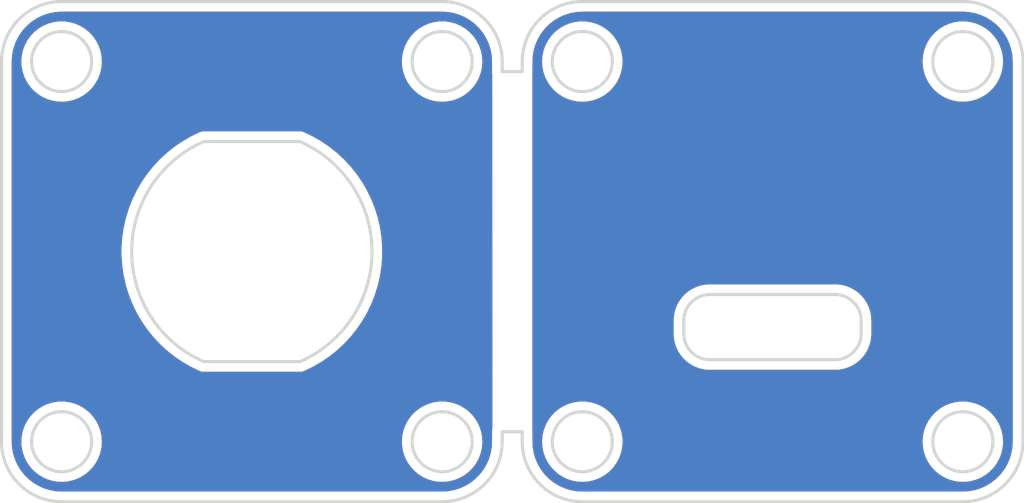
<source format=kicad_pcb>
(kicad_pcb (version 20211014) (generator pcbnew)

  (general
    (thickness 1.6)
  )

  (paper "A4")
  (layers
    (0 "F.Cu" signal)
    (31 "B.Cu" signal)
    (32 "B.Adhes" user "B.Adhesive")
    (33 "F.Adhes" user "F.Adhesive")
    (34 "B.Paste" user)
    (35 "F.Paste" user)
    (36 "B.SilkS" user "B.Silkscreen")
    (37 "F.SilkS" user "F.Silkscreen")
    (38 "B.Mask" user)
    (39 "F.Mask" user)
    (40 "Dwgs.User" user "User.Drawings")
    (41 "Cmts.User" user "User.Comments")
    (42 "Eco1.User" user "User.Eco1")
    (43 "Eco2.User" user "User.Eco2")
    (44 "Edge.Cuts" user)
    (45 "Margin" user)
    (46 "B.CrtYd" user "B.Courtyard")
    (47 "F.CrtYd" user "F.Courtyard")
    (48 "B.Fab" user)
    (49 "F.Fab" user)
  )

  (setup
    (stackup
      (layer "F.SilkS" (type "Top Silk Screen"))
      (layer "F.Paste" (type "Top Solder Paste"))
      (layer "F.Mask" (type "Top Solder Mask") (thickness 0.01))
      (layer "F.Cu" (type "copper") (thickness 0.035))
      (layer "dielectric 1" (type "core") (thickness 1.51) (material "FR4") (epsilon_r 4.5) (loss_tangent 0.02))
      (layer "B.Cu" (type "copper") (thickness 0.035))
      (layer "B.Mask" (type "Bottom Solder Mask") (thickness 0.01))
      (layer "B.Paste" (type "Bottom Solder Paste"))
      (layer "B.SilkS" (type "Bottom Silk Screen"))
      (copper_finish "None")
      (dielectric_constraints no)
    )
    (pad_to_mask_clearance 0)
    (pcbplotparams
      (layerselection 0x00010ff_ffffffff)
      (disableapertmacros false)
      (usegerberextensions true)
      (usegerberattributes true)
      (usegerberadvancedattributes true)
      (creategerberjobfile true)
      (gerberprecision 5)
      (svguseinch false)
      (svgprecision 6)
      (excludeedgelayer false)
      (plotframeref false)
      (viasonmask false)
      (mode 1)
      (useauxorigin false)
      (hpglpennumber 1)
      (hpglpenspeed 20)
      (hpglpendiameter 15.000000)
      (dxfpolygonmode true)
      (dxfimperialunits true)
      (dxfusepcbnewfont true)
      (psnegative false)
      (psa4output false)
      (plotreference true)
      (plotvalue true)
      (plotinvisibletext false)
      (sketchpadsonfab false)
      (subtractmaskfromsilk false)
      (outputformat 1)
      (mirror false)
      (drillshape 0)
      (scaleselection 1)
      (outputdirectory "Covers_CAM/")
    )
  )

  (net 0 "")

  (gr_line (start 138.069699 103.144404) (end 138.225583 103.054404) (layer "B.Adhes") (width 0.152399) (tstamp 00edbf8f-9a8e-4bce-b725-bc2f8a4becc6))
  (gr_line (start 138.58 103.73) (end 138.82 103.73) (layer "B.Adhes") (width 0.152399) (tstamp 0298653a-664c-4af6-aeba-4a7589b496da))
  (gr_line (start 138.579237 103.730824) (end 138.819237 103.730824) (layer "B.Adhes") (width 0.152399) (tstamp 07b0c397-8605-43b9-b62c-6f41776e0b21))
  (gr_line (start 138.081699 103.165189) (end 138.069699 103.144404) (layer "B.Adhes") (width 0.152399) (tstamp 085e7fe6-d0a2-4537-a12b-c9b50a19a05d))
  (gr_line (start 138.225583 102.535189) (end 138.069699 102.445189) (layer "B.Adhes") (width 0.152399) (tstamp 0abfffb2-1623-469a-ab72-ee0580fe545a))
  (gr_line (start 138.958845 102.321143) (end 139.048845 102.165258) (layer "B.Adhes") (width 0.152399) (tstamp 0b86442f-211d-412f-a7d6-66233f9cd41f))
  (gr_line (start 138.159237 102.782797) (end 138.159237 102.806797) (layer "B.Adhes") (width 0.152399) (tstamp 0baeccb2-9bf1-4868-be17-ee9b13c7a7dc))
  (gr_line (start 138.688 102.253973) (end 138.688 102.073973) (layer "B.Adhes") (width 0.152399) (tstamp 0c226e37-8218-4377-97d8-bcc95a4e933c))
  (gr_line (start 137.979237 102.782797) (end 138.159237 102.782797) (layer "B.Adhes") (width 0.152399) (tstamp 0c3df334-0583-454b-98ec-6ae0c03ccb91))
  (gr_line (start 138.519237 103.230641) (end 138.519237 103.670824) (layer "B.Adhes") (width 0.152399) (tstamp 11c53737-8b18-4eb5-a1f5-aec02a2fe609))
  (gr_line (start 138.519237 103.670824) (end 138.579237 103.730824) (layer "B.Adhes") (width 0.152399) (tstamp 1397ee56-5526-45c0-83e2-b16a4390b916))
  (gr_line (start 139.239237 102.806797) (end 139.239237 102.782797) (layer "B.Adhes") (width 0.152399) (tstamp 1476d5f3-8a97-4ea9-a3cb-f9dc62c448fd))
  (gr_line (start 138.226346 103.05358) (end 138.238346 103.074365) (layer "B.Adhes") (width 0.152399) (tstamp 1831fad6-d475-4f53-ace6-f955d391fce0))
  (gr_line (start 138.879237 103.670824) (end 138.879237 103.230641) (layer "B.Adhes") (width 0.152399) (tstamp 18eaf833-a34d-4f44-a0fc-541b69b57d5d))
  (gr_line (start 138.16 102.781973) (end 138.16 102.805973) (layer "B.Adhes") (width 0.152399) (tstamp 1c6be80f-fcb5-4a7f-bebf-8d72e849befb))
  (gr_line (start 138.88 103.67) (end 138.88 103.229817) (layer "B.Adhes") (width 0.152399) (tstamp 214edea0-5609-4393-a942-8bc226296857))
  (gr_line (start 138.237583 102.514404) (end 138.225583 102.535189) (layer "B.Adhes") (width 0.152399) (tstamp 25711d2b-e2a9-4774-a051-e0966db3df34))
  (gr_line (start 138.711237 102.254797) (end 138.687237 102.254797) (layer "B.Adhes") (width 0.152399) (tstamp 2aa46ea6-2bb4-4f3a-8199-8544710a627a))
  (gr_line (start 138.689237 102.344797) (end 138.689237 102.194797) (layer "B.Adhes") (width 0.152399) (tstamp 2c3d7736-38fa-4258-9ccd-51d4b41421f1))
  (gr_line (start 138.689237 102.194797) (end 138.709237 102.194797) (layer "B.Adhes") (width 0.152399) (tstamp 2cd04d6e-c388-464e-b89f-e319fa293ab6))
  (gr_line (start 139.328775 102.445189) (end 139.172891 102.535189) (layer "B.Adhes") (width 0.152399) (tstamp 2cd54812-351a-4f54-a48c-70ad38c522e3))
  (gr_line (start 138.226346 102.534365) (end 138.070462 102.444365) (layer "B.Adhes") (width 0.152399) (tstamp 2e0e5ce8-4542-4638-9560-8470f574a12e))
  (gr_line (start 138.519237 103.610824) (end 138.879237 103.610824) (layer "B.Adhes") (width 0.152399) (tstamp 2eaf3a7f-77a4-4deb-9f6e-fcff5a1a419e))
  (gr_line (start 139.160891 102.514404) (end 139.316775 102.424404) (layer "B.Adhes") (width 0.152399) (tstamp 31d7e6bd-62fb-4d12-9f00-8a5b32aaf413))
  (gr_line (start 138.070462 103.14358) (end 138.226346 103.05358) (layer "B.Adhes") (width 0.152399) (tstamp 34c3c9bd-b93e-4e47-a7d7-dfc7668c9df3))
  (gr_line (start 138.082462 103.164365) (end 138.070462 103.14358) (layer "B.Adhes") (width 0.152399) (tstamp 35db522e-c3fe-41ba-b4f3-2545918b7ffb))
  (gr_line (start 139.329538 103.14358) (end 139.317538 103.164365) (layer "B.Adhes") (width 0.152399) (tstamp 367df144-4e33-4355-8503-5ef9603c9627))
  (gr_line (start 138.070462 102.444365) (end 138.082462 102.42358) (layer "B.Adhes") (width 0.152399) (tstamp 3c030032-82bc-499e-b139-223610dd8c34))
  (gr_line (start 139.317538 103.164365) (end 139.161654 103.074365) (layer "B.Adhes") (width 0.152399) (tstamp 3c400f2e-c59d-48de-9bae-84a65b34e1b7))
  (gr_line (start 138.712 102.253973) (end 138.688 102.253973) (layer "B.Adhes") (width 0.152399) (tstamp 3f6e4055-5179-4d2a-984b-86d4498829c2))
  (gr_line (start 137.98 102.805973) (end 137.98 102.781973) (layer "B.Adhes") (width 0.152399) (tstamp 425f5b00-ce22-4f99-bc5d-7e6d4fbcf8a5))
  (gr_line (start 138.88 103.67) (end 138.82 103.73) (layer "B.Adhes") (width 0.152399) (tstamp 467adf61-821c-416d-8d8d-917f4bdc2ff6))
  (gr_line (start 139.173654 103.05358) (end 139.329538 103.14358) (layer "B.Adhes") (width 0.152399) (tstamp 491efe5f-f531-421f-8600-897dfb2fd898))
  (gr_line (start 138.52 103.61) (end 138.88 103.61) (layer "B.Adhes") (width 0.152399) (tstamp 4c00e719-87e5-463b-b2b2-523708c0221e))
  (gr_line (start 138.71 102.193973) (end 138.71 102.343973) (layer "B.Adhes") (width 0.152399) (tstamp 4d914388-35ac-4eee-91fc-2d3010c30cc3))
  (gr_line (start 138.238346 102.51358) (end 138.226346 102.534365) (layer "B.Adhes") (width 0.152399) (tstamp 4dc26582-69fe-4c37-93d1-fb9c205d8254))
  (gr_line (start 138.980392 102.332319) (end 138.959608 102.320319) (layer "B.Adhes") (width 0.152399) (tstamp 4ed232d8-6744-42d8-bf89-80746631ca72))
  (gr_line (start 138.237583 103.075189) (end 138.081699 103.165189) (layer "B.Adhes") (width 0.152399) (tstamp 5348edab-454f-4fdf-9378-59570119a62b))
  (gr_line (start 138.519237 103.670824) (end 138.879237 103.670824) (layer "B.Adhes") (width 0.152399) (tstamp 550556ab-d5c6-4c1b-bb3f-4a83958da708))
  (gr_line (start 137.98 102.781973) (end 138.16 102.781973) (layer "B.Adhes") (width 0.152399) (tstamp 552e5c3c-a545-484c-a5ee-d22a3671d1da))
  (gr_line (start 139.161654 103.074365) (end 139.173654 103.05358) (layer "B.Adhes") (width 0.152399) (tstamp 58d2c4ae-5ff8-481e-adae-434edc9dee0f))
  (gr_line (start 139.069629 102.177258) (end 138.979629 102.333143) (layer "B.Adhes") (width 0.152399) (tstamp 590d4547-6d1c-4f05-885b-d6495bed2a74))
  (gr_line (start 138.688 102.073973) (end 138.712 102.073973) (layer "B.Adhes") (width 0.152399) (tstamp 5943baec-99b5-4a4f-a8b8-5dc83e3dcf76))
  (gr_line (start 139.317538 102.42358) (end 139.329538 102.444365) (layer "B.Adhes") (width 0.152399) (tstamp 5cf1a650-8ded-4ac0-9c17-ce7e8efa616e))
  (gr_line (start 138.16 102.805973) (end 137.98 102.805973) (layer "B.Adhes") (width 0.152399) (tstamp 5d28474a-ae71-4ba5-9cda-90f49311d18b))
  (gr_line (start 139.049608 102.164434) (end 139.070392 102.176434) (layer "B.Adhes") (width 0.152399) (tstamp 606725d7-b2d5-4444-b52b-dd92f80cca6e))
  (gr_line (start 139.328775 103.144404) (end 139.316775 103.165189) (layer "B.Adhes") (width 0.152399) (tstamp 73546223-bfb4-43a5-aa98-82aeb60da89a))
  (gr_line (start 139.42 102.781973) (end 139.42 102.805973) (layer "B.Adhes") (width 0.152399) (tstamp 73c416df-f598-4418-8d5d-da77c5189b22))
  (gr_line (start 139.316775 103.165189) (end 139.160891 103.075189) (layer "B.Adhes") (width 0.152399) (tstamp 76d324a6-a64c-4dfb-8cf2-fc239d7ddf97))
  (gr_line (start 138.329608 102.176434) (end 138.350392 102.164434) (layer "B.Adhes") (width 0.152399) (tstamp 7facaf76-55df-4cb7-9ede-a2fc22d8dd3e))
  (gr_line (start 139.419237 102.806797) (end 139.239237 102.806797) (layer "B.Adhes") (width 0.152399) (tstamp 7ffe15cf-929e-4a21-90ab-e26a06cbae1f))
  (gr_line (start 138.350392 102.164434) (end 138.440392 102.320319) (layer "B.Adhes") (width 0.152399) (tstamp 8273d27c-a949-4305-860f-35d0263b9a1c))
  (gr_line (start 138.52 103.67) (end 138.58 103.73) (layer "B.Adhes") (width 0.152399) (tstamp 84c66bef-53bf-4865-9a32-a61e57d614a6))
  (gr_line (start 139.419237 102.782797) (end 139.419237 102.806797) (layer "B.Adhes") (width 0.152399) (tstamp 8506057a-090d-40ca-865e-7eb1ce4eb507))
  (gr_line (start 138.9725 102.414309) (end 138.9525 102.414309) (layer "B.Adhes") (width 0.152399) (tstamp 85221d80-c702-43da-b536-7a5203eb07ea))
  (gr_line (start 138.328845 102.177258) (end 138.349629 102.165258) (layer "B.Adhes") (width 0.152399) (tstamp 852e5fd0-5b68-4938-b4ff-bac116df92af))
  (gr_line (start 138.712 102.073973) (end 138.712 102.253973) (layer "B.Adhes") (width 0.152399) (tstamp 86323639-b907-4256-9b58-44ad0ea6fd28))
  (gr_line (start 138.159237 102.806797) (end 137.979237 102.806797) (layer "B.Adhes") (width 0.152399) (tstamp 8a6ed956-236d-4c13-b85d-b73c0d61f51f))
  (gr_line (start 139.048845 102.165258) (end 139.069629 102.177258) (layer "B.Adhes") (width 0.152399) (tstamp 8c32d213-e786-480d-a0f5-4cbb7cfe2fb6))
  (gr_line (start 139.239237 102.782797) (end 139.419237 102.782797) (layer "B.Adhes") (width 0.152399) (tstamp 8e99baa1-574c-4cee-b997-182f813fee1e))
  (gr_line (start 138.081699 102.424404) (end 138.237583 102.514404) (layer "B.Adhes") (width 0.152399) (tstamp 9125edd5-09ad-4ce9-946f-62878b19c5e7))
  (gr_line (start 138.879237 103.670824) (end 138.819237 103.730824) (layer "B.Adhes") (width 0.152399) (tstamp 94b7fdf2-0184-43c5-b9dd-cf9901c01499))
  (gr_line (start 138.082462 102.42358) (end 138.238346 102.51358) (layer "B.Adhes") (width 0.152399) (tstamp 95e477d7-d220-433e-80bd-113282cfd109))
  (gr_line (start 139.24 102.805973) (end 139.24 102.781973) (layer "B.Adhes") (width 0.152399) (tstamp 99dcef36-cce7-4c25-8665-3f811e1e7636))
  (gr_line (start 138.418845 102.333143) (end 138.328845 102.177258) (layer "B.Adhes") (width 0.152399) (tstamp 9a65c42c-b4be-4e8a-9956-4010789906e5))
  (gr_arc (start 138.759237 103.730824) (mid 138.699237 103.790824) (end 138.639237 103.730824) (layer "B.Adhes") (width 0.152399) (tstamp 9bcb3a14-b98b-4903-8672-96403287ce42))
  (gr_circle (center 138.7 102.793973) (end 138.962637 102.793973) (layer "B.Adhes") (width 0.508) (fill none) (tstamp 9e8edacc-0255-4748-8e43-83d571f72173))
  (gr_line (start 138.419608 102.332319) (end 138.329608 102.176434) (layer "B.Adhes") (width 0.152399) (tstamp a1b656fb-a1df-40dd-bd09-69b4583c0e2e))
  (gr_line (start 138.959608 102.320319) (end 139.049608 102.164434) (layer "B.Adhes") (width 0.152399) (tstamp a7512ed1-8e4b-42de-aff3-482c21c157b1))
  (gr_line (start 138.69 102.193973) (end 138.71 102.193973) (layer "B.Adhes") (width 0.152399) (tstamp a9a6f602-cf88-4cb9-a7ca-993ed0452c38))
  (gr_line (start 138.709237 102.194797) (end 138.709237 102.344797) (layer "B.Adhes") (width 0.152399) (tstamp ad2e0bc5-22a9-4a79-82be-9e88cb64b470))
  (gr_line (start 139.161654 102.51358) (end 139.317538 102.42358) (layer "B.Adhes") (width 0.152399) (tstamp b0d755dc-9151-48f2-a558-1a8fb413e433))
  (gr_line (start 138.979629 102.333143) (end 138.958845 102.321143) (layer "B.Adhes") (width 0.152399) (tstamp b21c1f2a-a0a0-4530-899c-34f06060b848))
  (gr_line (start 138.71 102.343973) (end 138.69 102.343973) (layer "B.Adhes") (width 0.152399) (tstamp b3894524-a5e1-400b-9931-c694704e081d))
  (gr_line (start 138.069699 102.445189) (end 138.081699 102.424404) (layer "B.Adhes") (width 0.152399) (tstamp b4d93b0e-7a49-48d5-a446-3f70c2039391))
  (gr_line (start 139.070392 102.176434) (end 138.980392 102.332319) (layer "B.Adhes") (width 0.152399) (tstamp b62475eb-1831-4b8a-a437-0b0e4b957677))
  (gr_line (start 138.349629 102.165258) (end 138.439629 102.321143) (layer "B.Adhes") (width 0.152399) (tstamp b8ad67cb-7c04-4f46-9bbd-c8353e7a216b))
  (gr_line (start 137.979237 102.806797) (end 137.979237 102.782797) (layer "B.Adhes") (width 0.152399) (tstamp bd9289a9-c16e-4601-a0c1-684a7b138a16))
  (gr_line (start 138.52 103.67) (end 138.88 103.67) (layer "B.Adhes") (width 0.152399) (tstamp c32ef606-d3b3-480b-9f11-55b6efa7fbe4))
  (gr_line (start 138.225583 103.054404) (end 138.237583 103.075189) (layer "B.Adhes") (width 0.152399) (tstamp c4a3d150-4dbb-42bd-8305-e29ff65c5371))
  (gr_line (start 139.42 102.805973) (end 139.24 102.805973) (layer "B.Adhes") (width 0.152399) (tstamp c587f8f9-bede-413e-95a8-ae83681d6fca))
  (gr_circle (center 138.699237 102.794797) (end 138.962637 102.794532) (layer "B.Adhes") (width 0.508) (fill none) (tstamp cba5df07-db7a-4978-8d0a-08232feb2eee))
  (gr_line (start 139.316775 102.424404) (end 139.328775 102.445189) (layer "B.Adhes") (width 0.152399) (tstamp d8eb18fe-dbfc-4a04-bd63-56f788ad9558))
  (gr_line (start 138.971737 102.415133) (end 138.951737 102.415133) (layer "B.Adhes") (width 0.152399) (tstamp dbeb6155-31ad-4ff5-9241-4988eebe1b3d))
  (gr_line (start 139.172891 102.535189) (end 139.160891 102.514404) (layer "B.Adhes") (width 0.152399) (tstamp dc08d915-f9c1-4a0c-94f7-1b94dd185052))
  (gr_line (start 138.69 102.343973) (end 138.69 102.193973) (layer "B.Adhes") (width 0.152399) (tstamp dd803923-e393-41f0-bc78-0fb282232561))
  (gr_line (start 139.173654 102.534365) (end 139.161654 102.51358) (layer "B.Adhes") (width 0.152399) (tstamp e7a5a2e9-641e-4f9a-ac79-5d233905174e))
  (gr_line (start 138.687237 102.074797) (end 138.711237 102.074797) (layer "B.Adhes") (width 0.152399) (tstamp ec9ee5de-d940-4dae-8446-c54e7b9629e4))
  (gr_line (start 139.160891 103.075189) (end 139.172891 103.054404) (layer "B.Adhes") (width 0.152399) (tstamp ed2bfaee-0f5b-4933-bfbe-0670da4595a1))
  (gr_line (start 139.24 102.781973) (end 139.42 102.781973) (layer "B.Adhes") (width 0.152399) (tstamp ed8746b6-7489-4961-b8cb-5c7082147fc8))
  (gr_line (start 138.439629 102.321143) (end 138.418845 102.333143) (layer "B.Adhes") (width 0.152399) (tstamp eee494e2-8344-4599-9b29-15b3b8067653))
  (gr_line (start 139.172891 103.054404) (end 139.328775 103.144404) (layer "B.Adhes") (width 0.152399) (tstamp f11b23cc-b8aa-417b-b617-129348a8e1ea))
  (gr_line (start 139.329538 102.444365) (end 139.173654 102.534365) (layer "B.Adhes") (width 0.152399) (tstamp f6ed0e18-ec9f-45bd-9c67-feb31708e137))
  (gr_line (start 138.709237 102.344797) (end 138.689237 102.344797) (layer "B.Adhes") (width 0.152399) (tstamp f7b485a8-b1a0-4862-9a79-8c29967e3d19))
  (gr_line (start 138.687237 102.254797) (end 138.687237 102.074797) (layer "B.Adhes") (width 0.152399) (tstamp f7d3cf5e-d511-4663-bb39-cfaebd5c5192))
  (gr_line (start 138.711237 102.074797) (end 138.711237 102.254797) (layer "B.Adhes") (width 0.152399) (tstamp fce1ea18-1d91-495c-9cac-aabf35a42269))
  (gr_arc (start 138.76 103.73) (mid 138.7 103.79) (end 138.64 103.73) (layer "B.Adhes") (width 0.152399) (tstamp fe76d199-0f72-4146-b4e7-3c25a5275a66))
  (gr_line (start 138.238346 103.074365) (end 138.082462 103.164365) (layer "B.Adhes") (width 0.152399) (tstamp fea4ab40-3f30-417c-8341-988643e8e0b4))
  (gr_line (start 138.440392 102.320319) (end 138.419608 102.332319) (layer "B.Adhes") (width 0.152399) (tstamp fedc04a4-08f6-4fb5-b15d-7298b3477a54))
  (gr_line (start 138.52 103.229817) (end 138.52 103.67) (layer "B.Adhes") (width 0.152399) (tstamp ff517b48-c74b-44fc-b081-42d09c1767a3))
  (gr_line (start 139.172891 103.054404) (end 139.328775 103.144404) (layer "F.Adhes") (width 0.152399) (tstamp 01220022-41b4-4d63-963e-ed13ac59c62e))
  (gr_line (start 138.328845 102.177258) (end 138.349629 102.165258) (layer "F.Adhes") (width 0.152399) (tstamp 07f04230-cac9-4762-84f1-e5f6da3d3bf6))
  (gr_line (start 138.69 102.193973) (end 138.71 102.193973) (layer "F.Adhes") (width 0.152399) (tstamp 092bdcf0-e460-470c-98c6-b09c77033d34))
  (gr_line (start 138.879237 103.670824) (end 138.819237 103.730824) (layer "F.Adhes") (width 0.152399) (tstamp 0a58a48a-5616-4812-b41f-c53c7a4b62b3))
  (gr_line (start 139.161654 102.51358) (end 139.317538 102.42358) (layer "F.Adhes") (width 0.152399) (tstamp 0b28033b-894a-4cab-a5e4-d12bcdfee40e))
  (gr_line (start 139.329538 103.14358) (end 139.317538 103.164365) (layer "F.Adhes") (width 0.152399) (tstamp 0b6db8e0-fa52-4d6c-94f1-23bdba73b74f))
  (gr_line (start 138.419608 102.332319) (end 138.329608 102.176434) (layer "F.Adhes") (width 0.152399) (tstamp 0bcd7051-0d18-43e9-934c-85461cbea932))
  (gr_line (start 139.161654 103.074365) (end 139.173654 103.05358) (layer "F.Adhes") (width 0.152399) (tstamp 0be50448-0f97-4e78-a819-c62995d3906f))
  (gr_circle (center 138.699237 102.794797) (end 138.962637 102.794532) (layer "F.Adhes") (width 0.508) (fill none) (tstamp 10df4f60-643f-4eba-a0ba-4e13346a5e22))
  (gr_line (start 138.69 102.343973) (end 138.69 102.193973) (layer "F.Adhes") (width 0.152399) (tstamp 13c777a1-2770-466a-ba1f-b26ed9a2edc0))
  (gr_line (start 138.069699 103.144404) (end 138.225583 103.054404) (layer "F.Adhes") (width 0.152399) (tstamp 1707594f-bae6-42c5-84db-d221fb2b24f3))
  (gr_line (start 139.316775 102.424404) (end 139.328775 102.445189) (layer "F.Adhes") (width 0.152399) (tstamp 1842ac53-8218-4945-a5b9-21b2521e0a1c))
  (gr_line (start 138.71 102.193973) (end 138.71 102.343973) (layer "F.Adhes") (width 0.152399) (tstamp 19381997-31f3-4e27-95cf-b47f90b83af0))
  (gr_line (start 138.689237 102.194797) (end 138.709237 102.194797) (layer "F.Adhes") (width 0.152399) (tstamp 1f91d21c-ee94-4e22-b4fc-69876563cc8d))
  (gr_line (start 138.709237 102.194797) (end 138.709237 102.344797) (layer "F.Adhes") (width 0.152399) (tstamp 1fac40f3-17c6-45cb-bbcb-e50a8ded72f0))
  (gr_line (start 138.237583 102.514404) (end 138.225583 102.535189) (layer "F.Adhes") (width 0.152399) (tstamp 283dd36e-d3de-447f-ad09-b40d34d92aec))
  (gr_line (start 139.328775 102.445189) (end 139.172891 102.535189) (layer "F.Adhes") (width 0.152399) (tstamp 3315943c-71fb-4f39-b96e-91b4f07a48d6))
  (gr_line (start 138.440392 102.320319) (end 138.419608 102.332319) (layer "F.Adhes") (width 0.152399) (tstamp 340d821c-a6a4-4bf0-bf79-a587abf7ad50))
  (gr_line (start 139.328775 103.144404) (end 139.316775 103.165189) (layer "F.Adhes") (width 0.152399) (tstamp 347956e9-4360-43bf-9d1f-6edcc9c9a40d))
  (gr_line (start 138.159237 102.806797) (end 137.979237 102.806797) (layer "F.Adhes") (width 0.152399) (tstamp 41a6864f-e4bd-4c72-bb93-1e6d55f51afd))
  (gr_line (start 138.159237 102.782797) (end 138.159237 102.806797) (layer "F.Adhes") (width 0.152399) (tstamp 4342fa0f-3089-4bb7-ab19-f20eb9f8e66e))
  (gr_line (start 138.070462 102.444365) (end 138.082462 102.42358) (layer "F.Adhes") (width 0.152399) (tstamp 4a737a0c-1ca3-4a8d-b762-fbb6cc960387))
  (gr_line (start 138.979629 102.333143) (end 138.958845 102.321143) (layer "F.Adhes") (width 0.152399) (tstamp 4c98729d-92d5-41bb-896e-a6575745cfa4))
  (gr_line (start 138.349629 102.165258) (end 138.439629 102.321143) (layer "F.Adhes") (width 0.152399) (tstamp 4f7a0728-1c2a-4301-992a-ae62b9fa7569))
  (gr_line (start 138.711237 102.074797) (end 138.711237 102.254797) (layer "F.Adhes") (width 0.152399) (tstamp 502726d8-e2be-4e78-ac01-df1db900e5da))
  (gr_line (start 138.879237 103.670824) (end 138.879237 103.230641) (layer "F.Adhes") (width 0.152399) (tstamp 50f0f14d-cdc7-411c-85cc-878bebc24fe3))
  (gr_line (start 138.687237 102.074797) (end 138.711237 102.074797) (layer "F.Adhes") (width 0.152399) (tstamp 523e1692-36dd-491f-bb0e-0fc3b93a6feb))
  (gr_line (start 139.24 102.781973) (end 139.42 102.781973) (layer "F.Adhes") (width 0.152399) (tstamp 53221bdd-11d2-440a-bd3e-b84fa277ed74))
  (gr_line (start 139.069629 102.177258) (end 138.979629 102.333143) (layer "F.Adhes") (width 0.152399) (tstamp 559787bb-7e2c-4bc2-830d-74308ea523fd))
  (gr_line (start 138.958845 102.321143) (end 139.048845 102.165258) (layer "F.Adhes") (width 0.152399) (tstamp 56222909-f9d0-4f2f-82da-007ac161ef6c))
  (gr_line (start 138.238346 102.51358) (end 138.226346 102.534365) (layer "F.Adhes") (width 0.152399) (tstamp 58614c7c-300b-40ed-9fea-71dd36da20f4))
  (gr_line (start 138.070462 103.14358) (end 138.226346 103.05358) (layer "F.Adhes") (width 0.152399) (tstamp 5ac3d0c1-b4ab-458a-9099-1dddbd430449))
  (gr_line (start 139.049608 102.164434) (end 139.070392 102.176434) (layer "F.Adhes") (width 0.152399) (tstamp 5c68c31e-0e7f-46ea-9b20-ac14c610c6d2))
  (gr_line (start 139.172891 102.535189) (end 139.160891 102.514404) (layer "F.Adhes") (width 0.152399) (tstamp 624b4991-0183-49db-abb3-6200e03e483b))
  (gr_line (start 138.16 102.805973) (end 137.98 102.805973) (layer "F.Adhes") (width 0.152399) (tstamp 626764ff-dd6a-4289-8990-e3317eaff9a8))
  (gr_line (start 138.959608 102.320319) (end 139.049608 102.164434) (layer "F.Adhes") (width 0.152399) (tstamp 63605deb-f6da-4349-b775-c737add150c2))
  (gr_line (start 139.173654 102.534365) (end 139.161654 102.51358) (layer "F.Adhes") (width 0.152399) (tstamp 63c85e44-de1c-478a-a8d9-f6db3fe7ed19))
  (gr_line (start 138.688 102.073973) (end 138.712 102.073973) (layer "F.Adhes") (width 0.152399) (tstamp 6561610b-2b3c-4983-9a00-a2410c3587e8))
  (gr_line (start 138.689237 102.344797) (end 138.689237 102.194797) (layer "F.Adhes") (width 0.152399) (tstamp 65a1d09a-6a93-4af2-8898-554e2a83704a))
  (gr_line (start 139.160891 102.514404) (end 139.316775 102.424404) (layer "F.Adhes") (width 0.152399) (tstamp 69ce2827-7c5f-4835-89ab-ee48e23ebbf6))
  (gr_line (start 138.579237 103.730824) (end 138.819237 103.730824) (layer "F.Adhes") (width 0.152399) (tstamp 6e79a1e9-ae45-444d-99ea-1abc00c20f93))
  (gr_line (start 139.239237 102.782797) (end 139.419237 102.782797) (layer "F.Adhes") (width 0.152399) (tstamp 72ea6beb-ccb0-40bc-a6c7-bed088ac1fe2))
  (gr_line (start 139.42 102.805973) (end 139.24 102.805973) (layer "F.Adhes") (width 0.152399) (tstamp 7723bd5e-66e9-4cdf-9450-c88981b11634))
  (gr_line (start 138.711237 102.254797) (end 138.687237 102.254797) (layer "F.Adhes") (width 0.152399) (tstamp 7836da16-a69d-46c8-88c7-d9ea2e8c36bb))
  (gr_line (start 138.439629 102.321143) (end 138.418845 102.333143) (layer "F.Adhes") (width 0.152399) (tstamp 79627852-f7dc-46cc-b78d-fb305b93e433))
  (gr_line (start 138.519237 103.610824) (end 138.879237 103.610824) (layer "F.Adhes") (width 0.152399) (tstamp 7d82a310-311a-4205-bb62-2a8f9fcb99f4))
  (gr_line (start 139.239237 102.806797) (end 139.239237 102.782797) (layer "F.Adhes") (width 0.152399) (tstamp 7db6bd1c-dc50-4329-a4c8-bb3c64dba7aa))
  (gr_line (start 138.980392 102.332319) (end 138.959608 102.320319) (layer "F.Adhes") (width 0.152399) (tstamp 7e59e501-39b9-41ff-95a3-f40e1c42d2ac))
  (gr_line (start 138.225583 102.535189) (end 138.069699 102.445189) (layer "F.Adhes") (width 0.152399) (tstamp 80e3621f-ee14-4be0-b24f-8e772b289f68))
  (gr_line (start 138.52 103.229817) (end 138.52 103.67) (layer "F.Adhes") (width 0.152399) (tstamp 81c048e8-ee4b-451e-8b59-e9a81ac0c5a5))
  (gr_line (start 139.317538 103.164365) (end 139.161654 103.074365) (layer "F.Adhes") (width 0.152399) (tstamp 847467b5-f4e3-4c08-ad28-97ec4d91cb43))
  (gr_line (start 137.979237 102.806797) (end 137.979237 102.782797) (layer "F.Adhes") (width 0.152399) (tstamp 866ad4b9-99a1-4106-8f33-498c30ad44e0))
  (gr_line (start 138.71 102.343973) (end 138.69 102.343973) (layer "F.Adhes") (width 0.152399) (tstamp 8a4f65b9-f79d-4eb5-b123-a5ff06740a83))
  (gr_line (start 138.237583 103.075189) (end 138.081699 103.165189) (layer "F.Adhes") (width 0.152399) (tstamp 91123ae8-1bf3-4526-8ba6-0663cf82d249))
  (gr_line (start 139.317538 102.42358) (end 139.329538 102.444365) (layer "F.Adhes") (width 0.152399) (tstamp 92da156c-8445-4230-8440-6739567593d6))
  (gr_line (start 138.082462 103.164365) (end 138.070462 103.14358) (layer "F.Adhes") (width 0.152399) (tstamp 9409a60e-a4fb-4aba-a083-232cffd6165b))
  (gr_line (start 138.688 102.253973) (end 138.688 102.073973) (layer "F.Adhes") (width 0.152399) (tstamp 9648aec5-a7ef-4392-a70a-4cb5b49828c6))
  (gr_line (start 138.081699 102.424404) (end 138.237583 102.514404) (layer "F.Adhes") (width 0.152399) (tstamp 9660bd6b-ea08-4f99-ba1d-5a31a198a714))
  (gr_line (start 139.160891 103.075189) (end 139.172891 103.054404) (layer "F.Adhes") (width 0.152399) (tstamp 9ac2756f-5bf9-4a18-8cfb-1c39a9430acd))
  (gr_line (start 138.329608 102.176434) (end 138.350392 102.164434) (layer "F.Adhes") (width 0.152399) (tstamp 9ba52b67-ecfa-466e-8acd-56847d294202))
  (gr_line (start 138.712 102.073973) (end 138.712 102.253973) (layer "F.Adhes") (width 0.152399) (tstamp a02750b7-97d4-4875-8971-32fcf31b3afc))
  (gr_line (start 138.225583 103.054404) (end 138.237583 103.075189) (layer "F.Adhes") (width 0.152399) (tstamp a3fa510f-2023-40f2-ab1d-f18d6649806d))
  (gr_line (start 138.069699 102.445189) (end 138.081699 102.424404) (layer "F.Adhes") (width 0.152399) (tstamp aab77d53-1ab2-4847-b5f9-41808fa48f7b))
  (gr_line (start 138.709237 102.344797) (end 138.689237 102.344797) (layer "F.Adhes") (width 0.152399) (tstamp acf832d6-7b94-4b51-9921-6b3ea2c77dab))
  (gr_line (start 138.52 103.67) (end 138.88 103.67) (layer "F.Adhes") (width 0.152399) (tstamp ada881e1-5a77-44de-849e-ad630556a17a))
  (gr_line (start 138.350392 102.164434) (end 138.440392 102.320319) (layer "F.Adhes") (width 0.152399) (tstamp aea307be-a9b1-422b-8673-2bc3f622d0be))
  (gr_line (start 137.98 102.781973) (end 138.16 102.781973) (layer "F.Adhes") (width 0.152399) (tstamp afeddad6-c7e0-4e0a-87e3-420c955bade1))
  (gr_line (start 138.082462 102.42358) (end 138.238346 102.51358) (layer "F.Adhes") (width 0.152399) (tstamp b030fe69-0b74-4213-894c-b2bcfbde03be))
  (gr_line (start 138.88 103.67) (end 138.82 103.73) (layer "F.Adhes") (width 0.152399) (tstamp b34d1eeb-1769-4211-a0e0-484607b52e0f))
  (gr_line (start 138.52 103.67) (end 138.58 103.73) (layer "F.Adhes") (width 0.152399) (tstamp b3e25628-13f7-4580-87fe-43070e4d9c8c))
  (gr_circle (center 138.7 102.793973) (end 138.962637 102.793973) (layer "F.Adhes") (width 0.508) (fill none) (tstamp b8decb04-26ba-444a-ad49-c2f40695e910))
  (gr_line (start 138.687237 102.254797) (end 138.687237 102.074797) (layer "F.Adhes") (width 0.152399) (tstamp ba63d6bb-3a77-4e53-b69e-84f68104a9ca))
  (gr_line (start 139.316775 103.165189) (end 139.160891 103.075189) (layer "F.Adhes") (width 0.152399) (tstamp bd8100da-0e95-49b1-bedf-8b3d527c08f2))
  (gr_line (start 138.418845 102.333143) (end 138.328845 102.177258) (layer "F.Adhes") (width 0.152399) (tstamp bf380c4f-3aa3-4a76-a3fd-117cae408e70))
  (gr_line (start 138.971737 102.415133) (end 138.951737 102.415133) (layer "F.Adhes") (width 0.152399) (tstamp c0c78368-5a82-45db-b3d2-c7cc23dd4f06))
  (gr_line (start 138.519237 103.230641) (end 138.519237 103.670824) (layer "F.Adhes") (width 0.152399) (tstamp c21a467e-966d-4c73-afab-3428807a9f25))
  (gr_line (start 139.419237 102.782797) (end 139.419237 102.806797) (layer "F.Adhes") (width 0.152399) (tstamp c7a6f30b-e2ca-4076-acaa-b5e9389fb69d))
  (gr_line (start 137.979237 102.782797) (end 138.159237 102.782797) (layer "F.Adhes") (width 0.152399) (tstamp c9420331-88c3-40a9-8fc0-5037972bcd8f))
  (gr_arc (start 138.76 103.73) (mid 138.7 103.79) (end 138.64 103.73) (layer "F.Adhes") (width 0.152399) (tstamp ccd29916-8412-490d-ab43-f63cec2ee218))
  (gr_line (start 138.226346 102.534365) (end 138.070462 102.444365) (layer "F.Adhes") (width 0.152399) (tstamp ccfc51f2-22be-450a-8916-e2d0d45e0a49))
  (gr_line (start 139.24 102.805973) (end 139.24 102.781973) (layer "F.Adhes") (width 0.152399) (tstamp d2db19c4-cf86-4cfc-9b8a-bbe4ff65f0b3))
  (gr_line (start 139.173654 103.05358) (end 139.329538 103.14358) (layer "F.Adhes") (width 0.152399) (tstamp d327135f-aff2-4a2c-ac48-e0e972764928))
  (gr_line (start 138.519237 103.670824) (end 138.579237 103.730824) (layer "F.Adhes") (width 0.152399) (tstamp d961d464-464d-46d4-978b-79f9c6e2640f))
  (gr_arc (start 138.759237 103.730824) (mid 138.699237 103.790824) (end 138.639237 103.730824) (layer "F.Adhes") (width 0.152399) (tstamp dc03d0da-a2ad-41f9-a67b-eff7d1f83710))
  (gr_line (start 138.9725 102.414309) (end 138.9525 102.414309) (layer "F.Adhes") (width 0.152399) (tstamp e13a6a00-75f9-4d4a-aaa0-db2a5826d0bc))
  (gr_line (start 138.58 103.73) (end 138.82 103.73) (layer "F.Adhes") (width 0.152399) (tstamp e4f2c742-ce4b-4e8f-ad37-2312b767987f))
  (gr_line (start 138.519237 103.670824) (end 138.879237 103.670824) (layer "F.Adhes") (width 0.152399) (tstamp e5668ead-8b39-4373-8ba0-bdd49816bb53))
  (gr_line (start 138.712 102.253973) (end 138.688 102.253973) (layer "F.Adhes") (width 0.152399) (tstamp eb84ec8d-c37d-40a3-a0b9-6fdf9b8832f5))
  (gr_line (start 138.52 103.61) (end 138.88 103.61) (layer "F.Adhes") (width 0.152399) (tstamp ec41ba44-ed02-4e11-9950-1d111249fb43))
  (gr_line (start 138.238346 103.074365) (end 138.082462 103.164365) (layer "F.Adhes") (width 0.152399) (tstamp ed953d94-b839-4339-932a-c0f9720c7379))
  (gr_line (start 138.88 103.67) (end 138.88 103.229817) (layer "F.Adhes") (width 0.152399) (tstamp ee4f83fd-74c7-4ae1-8624-78d94d6faf60))
  (gr_line (start 139.419237 102.806797) (end 139.239237 102.806797) (layer "F.Adhes") (width 0.152399) (tstamp ee6363b2-f74e-4593-832c-5d2cd88bf992))
  (gr_line (start 138.16 102.781973) (end 138.16 102.805973) (layer "F.Adhes") (width 0.152399) (tstamp efb15b6f-45fe-4a7c-a6e6-efca62b810d9))
  (gr_line (start 137.98 102.805973) (end 137.98 102.781973) (layer "F.Adhes") (width 0.152399) (tstamp f3c5695c-2ff9-48a7-80d8-90e4c4bb8602))
  (gr_line (start 139.070392 102.176434) (end 138.980392 102.332319) (layer "F.Adhes") (width 0.152399) (tstamp f45fccd9-47a3-4486-b8ba-29638067ae7c))
  (gr_line (start 139.329538 102.444365) (end 139.173654 102.534365) (layer "F.Adhes") (width 0.152399) (tstamp f96be791-d100-4d6e-a5f9-8c67f3658779))
  (gr_line (start 138.081699 103.165189) (end 138.069699 103.144404) (layer "F.Adhes") (width 0.152399) (tstamp fa8a51ba-dc2b-4286-812e-099255f009ab))
  (gr_line (start 139.42 102.781973) (end 139.42 102.805973) (layer "F.Adhes") (width 0.152399) (tstamp fcebcd2a-feb3-4ddb-8ae2-2c94c1347e65))
  (gr_line (start 138.226346 103.05358) (end 138.238346 103.074365) (layer "F.Adhes") (width 0.152399) (tstamp fdfc4d67-bdae-47b6-83a9-6c37a38fc97c))
  (gr_line (start 139.048845 102.165258) (end 139.069629 102.177258) (layer "F.Adhes") (width 0.152399) (tstamp febab4a3-dc12-413d-8309-84411eefb5fd))
  (gr_line (start 139.161654 102.513672) (end 139.317538 102.423672) (layer "B.Mask") (width 0.152399) (tstamp 026a9247-a180-45d4-820b-c5316db0b1bf))
  (gr_arc (start 138.76 103.730092) (mid 138.7 103.790092) (end 138.64 103.730092) (layer "B.Mask") (width 0.152399) (tstamp 063908d1-bd21-4d50-97de-3d962b211eb9))
  (gr_line (start 138.52 103.670092) (end 138.88 103.670092) (layer "B.Mask") (width 0.152399) (tstamp 08a37faa-bf0c-4aff-8fcb-61ac10854ade))
  (gr_line (start 138.52 103.610092) (end 138.88 103.610092) (layer "B.Mask") (width 0.152399) (tstamp 097aa7c6-8fad-44da-978b-10ab3095e353))
  (gr_line (start 138.419608 102.332411) (end 138.329608 102.176526) (layer "B.Mask") (width 0.152399) (tstamp 10bdbbbb-0d22-4c23-961f-14c9d0b6984b))
  (gr_circle (center 138.7 102.794065) (end 138.9634 102.7938) (layer "B.Mask") (width 0.508) (fill none) (tstamp 10d5b6ef-1e98-4690-9bac-c41dd2c969f9))
  (gr_line (start 139.24 102.782065) (end 139.42 102.782065) (layer "B.Mask") (width 0.152399) (tstamp 1507c2ec-0bb2-4046-b151-f72de7463755))
  (gr_line (start 138.712 102.254065) (end 138.688 102.254065) (layer "B.Mask") (width 0.152399) (tstamp 158f08ab-2bcd-4744-a8ac-e2f8853a3df0))
  (gr_line (start 138.688 102.074065) (end 138.712 102.074065) (layer "B.Mask") (width 0.152399) (tstamp 174f2223-0c25-4be0-ab9e-2f6e43879f13))
  (gr_line (start 139.161654 103.074457) (end 139.173654 103.053672) (layer "B.Mask") (width 0.152399) (tstamp 1c94ed0b-043e-49d6-b68b-d6607241bc6c))
  (gr_line (start 139.329538 103.143672) (end 139.317538 103.164457) (layer "B.Mask") (width 0.152399) (tstamp 288abeb5-00e0-4454-8805-25e5873b33f6))
  (gr_line (start 139.24 102.806065) (end 139.24 102.782065) (layer "B.Mask") (width 0.152399) (tstamp 2c5d2ea1-0a80-4406-9559-160e1768e0a7))
  (gr_line (start 139.42 102.782065) (end 139.42 102.806065) (layer "B.Mask") (width 0.152399) (tstamp 30713999-0f6a-4631-845c-41e6217d4289))
  (gr_line (start 138.082462 102.423672) (end 138.238346 102.513672) (layer "B.Mask") (width 0.152399) (tstamp 3255ecad-77c2-4725-a81e-8dd6fb5f703b))
  (gr_line (start 138.082462 103.164457) (end 138.070462 103.143672) (layer "B.Mask") (width 0.152399) (tstamp 3aa1aa7f-0662-4508-a4a7-fcc31482419c))
  (gr_line (start 138.69 102.344065) (end 138.69 102.194065) (layer "B.Mask") (width 0.152399) (tstamp 46d6bad5-1cd9-4acc-9583-e324b7f6644d))
  (gr_line (start 139.42 102.806065) (end 139.24 102.806065) (layer "B.Mask") (width 0.152399) (tstamp 472a3084-aea2-4a4b-bd7e-b1e3199f8306))
  (gr_line (start 138.88 103.670092) (end 138.88 103.229909) (layer "B.Mask") (width 0.152399) (tstamp 50f61f0b-8f85-419b-a37c-3e3a31804d8d))
  (gr_line (start 137.98 102.782065) (end 138.16 102.782065) (layer "B.Mask") (width 0.152399) (tstamp 53a4004c-9cf6-4a65-9a4a-887c1a8c896a))
  (gr_line (start 138.688 102.254065) (end 138.688 102.074065) (layer "B.Mask") (width 0.152399) (tstamp 5cc56350-7edd-45cf-834d-5bbe80d3b5ed))
  (gr_line (start 138.52 103.670092) (end 138.58 103.730092) (layer "B.Mask") (width 0.152399) (tstamp 5ea0009d-6d4e-4549-898e-56fc2dc04934))
  (gr_line (start 138.226346 103.053672) (end 138.238346 103.074457) (layer "B.Mask") (width 0.152399) (tstamp 63563fd5-c305-4db8-8cbc-596cbbefa6da))
  (gr_line (start 138.070462 103.143672) (end 138.226346 103.053672) (layer "B.Mask") (width 0.152399) (tstamp 643924e0-3d9e-4322-8249-e2d8eb86a141))
  (gr_line (start 139.173654 103.053672) (end 139.329538 103.143672) (layer "B.Mask") (width 0.152399) (tstamp 665df6fd-74ba-4bdd-81a8-25065103621e))
  (gr_line (start 138.980392 102.332411) (end 138.959608 102.320411) (layer "B.Mask") (width 0.152399) (tstamp 6a947a68-fa57-4031-b071-1a6b1c57a776))
  (gr_line (start 138.69 102.194065) (end 138.71 102.194065) (layer "B.Mask") (width 0.152399) (tstamp 712dc2e4-88af-441e-938c-ded24f115614))
  (gr_line (start 139.070392 102.176526) (end 138.980392 102.332411) (layer "B.Mask") (width 0.152399) (tstamp 7570647e-c281-4d40-8168-2b388813f96b))
  (gr_line (start 138.712 102.074065) (end 138.712 102.254065) (layer "B.Mask") (width 0.152399) (tstamp 7f9eef44-09eb-4545-97c0-11b8179f3527))
  (gr_line (start 138.238346 102.513672) (end 138.226346 102.534457) (layer "B.Mask") (width 0.152399) (tstamp 85c7344d-68d8-490f-91b4-bec894a572a0))
  (gr_line (start 138.959608 102.320411) (end 139.049608 102.164526) (layer "B.Mask") (width 0.152399) (tstamp 8b6682a6-1032-45bf-8392-0c0bf5a79664))
  (gr_line (start 137.98 102.806065) (end 137.98 102.782065) (layer "B.Mask") (width 0.152399) (tstamp 92e7b809-cc5b-4daf-8ca0-cd356c0314ed))
  (gr_line (start 139.173654 102.534457) (end 139.161654 102.513672) (layer "B.Mask") (width 0.152399) (tstamp 9856c0b8-40c6-4662-b268-6cbdc9d8e042))
  (gr_line (start 138.226346 102.534457) (end 138.070462 102.444457) (layer "B.Mask") (width 0.152399) (tstamp b5f556aa-fcd9-4e21-b1c9-136d738374df))
  (gr_line (start 139.049608 102.164526) (end 139.070392 102.176526) (layer "B.Mask") (width 0.152399) (tstamp b6e6864d-152b-44df-9cba-4983e819507c))
  (gr_line (start 138.16 102.806065) (end 137.98 102.806065) (layer "B.Mask") (width 0.152399) (tstamp b6efd0ee-2cca-4471-ab81-1f80c55c5938))
  (gr_line (start 139.329538 102.444457) (end 139.173654 102.534457) (layer "B.Mask") (width 0.152399) (tstamp bbefa452-5329-49df-9f20-4b3187e50351))
  (gr_line (start 138.88 103.670092) (end 138.82 103.730092) (layer "B.Mask") (width 0.152399) (tstamp bcdc6f11-957c-4c7e-aabf-e552cdb8b0a4))
  (gr_line (start 138.329608 102.176526) (end 138.350392 102.164526) (layer "B.Mask") (width 0.152399) (tstamp c13fed01-ece5-4d87-a4f2-add8a40f3eaf))
  (gr_line (start 138.71 102.344065) (end 138.69 102.344065) (layer "B.Mask") (width 0.152399) (tstamp c625929d-b523-4a5f-ace2-37e2f86bae99))
  (gr_line (start 138.58 103.730092) (end 138.82 103.730092) (layer "B.Mask") (width 0.152399) (tstamp c6b20e21-2470-445f-9334-aafc4a071189))
  (gr_line (start 138.16 102.782065) (end 138.16 102.806065) (layer "B.Mask") (width 0.152399) (tstamp c8df9c70-74dd-44f8-810a-188d6783d2e8))
  (gr_line (start 138.9725 102.414401) (end 138.9525 102.414401) (layer "B.Mask") (width 0.152399) (tstamp cadd5cde-34d8-4c12-be18-895c97175948))
  (gr_line (start 139.317538 102.423672) (end 139.329538 102.444457) (layer "B.Mask") (width 0.152399) (tstamp d71a42fc-d06b-4d7f-995d-33da95b452cf))
  (gr_line (start 138.350392 102.164526) (end 138.440392 102.320411) (layer "B.Mask") (width 0.152399) (tstamp db090cb8-0184-4677-8f38-5d2feace12ec))
  (gr_line (start 138.52 103.229909) (end 138.52 103.670092) (layer "B.Mask") (width 0.152399) (tstamp e2bbd204-50cc-4c3b-97e0-9e1d3362ee99))
  (gr_line (start 139.317538 103.164457) (end 139.161654 103.074457) (layer "B.Mask") (width 0.152399) (tstamp e423d14c-30ef-40f4-81f3-54dcee39fb3c))
  (gr_line (start 138.440392 102.320411) (end 138.419608 102.332411) (layer "B.Mask") (width 0.152399) (tstamp eb3514ea-5de0-4350-8560-f5e734965ece))
  (gr_line (start 138.238346 103.074457) (end 138.082462 103.164457) (layer "B.Mask") (width 0.152399) (tstamp f6b80b01-94e5-46ee-9be1-93489f68695d))
  (gr_line (start 138.070462 102.444457) (end 138.082462 102.423672) (layer "B.Mask") (width 0.152399) (tstamp f8f3b325-275d-44c9-a375-bb8c855968fd))
  (gr_line (start 138.71 102.194065) (end 138.71 102.344065) (layer "B.Mask") (width 0.152399) (tstamp fd4164db-61aa-48aa-b1f6-6f2d735f282e))
  (gr_line (start 138.712763 102.253241) (end 138.688763 102.253241) (layer "F.Mask") (width 0.152399) (tstamp 06befa93-39bf-4665-8ce4-7ded87ad66de))
  (gr_line (start 139.330301 103.142848) (end 139.318301 103.163633) (layer "F.Mask") (width 0.152399) (tstamp 079cb75a-70cb-43d1-9d4a-8681345ff9ac))
  (gr_line (start 138.690763 102.193241) (end 138.710763 102.193241) (layer "F.Mask") (width 0.152399) (tstamp 07dfd447-c016-483c-974f-4783be7e62c2))
  (gr_line (start 138.880763 103.669268) (end 138.880763 103.229085) (layer "F.Mask") (width 0.152399) (tstamp 0972b825-1f12-4ef5-b05d-40e09ee5d48b))
  (gr_line (start 138.960371 102.319587) (end 139.050371 102.163702) (layer "F.Mask") (width 0.152399) (tstamp 0e2a4982-9fb0-4e4c-832a-02f4a42f7fd0))
  (gr_line (start 139.050371 102.163702) (end 139.071155 102.175702) (layer "F.Mask") (width 0.152399) (tstamp 10a6666c-2586-4e66-a709-b84a47accab8))
  (gr_line (start 139.162417 103.073633) (end 139.174417 103.052848) (layer "F.Mask") (width 0.152399) (tstamp 1c330e4f-eb30-40a2-8983-37c7ea312d78))
  (gr_line (start 138.520763 103.669268) (end 138.580763 103.729268) (layer "F.Mask") (width 0.152399) (tstamp 1cd97205-de2b-48be-9721-54e5686f9e7d))
  (gr_line (start 138.160763 102.805241) (end 137.980763 102.805241) (layer "F.Mask") (width 0.152399) (tstamp 1e3775cb-46fa-45dc-bc56-57d6f86fdf32))
  (gr_line (start 138.520763 103.229085) (end 138.520763 103.669268) (layer "F.Mask") (width 0.152399) (tstamp 20dfc0d0-0177-4b8e-8edf-cae8bda98281))
  (gr_line (start 139.240763 102.805241) (end 139.240763 102.781241) (layer "F.Mask") (width 0.152399) (tstamp 247ab859-168f-4547-8c65-9bfbfcb7dde4))
  (gr_line (start 139.420763 102.805241) (end 139.240763 102.805241) (layer "F.Mask") (width 0.152399) (tstamp 2ce7035e-b282-4e3a-a1be-62eb58bbd6c8))
  (gr_line (start 138.520763 103.669268) (end 138.880763 103.669268) (layer "F.Mask") (width 0.152399) (tstamp 3a96a194-d479-4980-9384-9fcef6e7886f))
  (gr_line (start 138.351155 102.163702) (end 138.441155 102.319587) (layer "F.Mask") (width 0.152399) (tstamp 3e167628-dd8c-44ed-9716-3f5a732a5955))
  (gr_line (start 138.083225 102.422848) (end 138.239109 102.512848) (layer "F.Mask") (width 0.152399) (tstamp 438ea414-aa3f-4c88-b415-148746db173e))
  (gr_line (start 138.160763 102.781241) (end 138.160763 102.805241) (layer "F.Mask") (width 0.152399) (tstamp 44ca6cff-690f-4276-a06b-335a80d8ef91))
  (gr_line (start 138.239109 103.073633) (end 138.083225 103.163633) (layer "F.Mask") (width 0.152399) (tstamp 46d8002c-09b5-453e-889b-95b2abae039a))
  (gr_line (start 138.071225 102.443633) (end 138.083225 102.422848) (layer "F.Mask") (width 0.152399) (tstamp 4bb6c0b2-5991-4a02-b149-9ced485acab5))
  (gr_line (start 138.981155 102.331587) (end 138.960371 102.319587) (layer "F.Mask") (width 0.152399) (tstamp 4e089fed-98f0-489f-b755-b7d3482b6a7a))
  (gr_line (start 138.071225 103.142848) (end 138.227109 103.052848) (layer "F.Mask") (width 0.152399) (tstamp 4f5dd6dc-0b9b-43ae-a37d-18655e1d1382))
  (gr_line (start 138.330371 102.175702) (end 138.351155 102.163702) (layer "F.Mask") (width 0.152399) (tstamp 53b9ee22-dc6c-44a8-a154-8b64b5efbd45))
  (gr_line (start 139.174417 102.533633) (end 139.162417 102.512848) (layer "F.Mask") (width 0.152399) (tstamp 55fe64f8-e4a5-4668-a8f8-bec73da97142))
  (gr_line (start 138.880763 103.669268) (end 138.820763 103.729268) (layer "F.Mask") (width 0.152399) (tstamp 564c3de3-939b-4f76-a7b0-d30fa54d6b6d))
  (gr_line (start 138.712763 102.073241) (end 138.712763 102.253241) (layer "F.Mask") (width 0.152399) (tstamp 5a241798-dcc6-4bce-8aa0-24d2529026fc))
  (gr_line (start 139.318301 103.163633) (end 139.162417 103.073633) (layer "F.Mask") (width 0.152399) (tstamp 65e41a18-fb98-4e29-ab2c-85d68bc9ea28))
  (gr_line (start 138.420371 102.331587) (end 138.330371 102.175702) (layer "F.Mask") (width 0.152399) (tstamp 66418153-b3cb-4915-b210-b5d6ed6b04e2))
  (gr_line (start 139.162417 102.512848) (end 139.318301 102.422848) (layer "F.Mask") (width 0.152399) (tstamp 6a12d07a-0784-45df-b4fb-cbad9df7645c))
  (gr_line (start 138.239109 102.512848) (end 138.227109 102.533633) (layer "F.Mask") (width 0.152399) (tstamp 7040101e-45bc-4275-8167-591c3e98c195))
  (gr_line (start 139.318301 102.422848) (end 139.330301 102.443633) (layer "F.Mask") (width 0.152399) (tstamp 7156d765-3993-4976-a1b1-911c57cea450))
  (gr_line (start 138.580763 103.729268) (end 138.820763 103.729268) (layer "F.Mask") (width 0.152399) (tstamp 7dd57334-59b0-429c-926c-b57dafc308c6))
  (gr_line (start 138.227109 102.533633) (end 138.071225 102.443633) (layer "F.Mask") (width 0.152399) (tstamp 82fabe01-18a1-4ed0-a00a-f06d85de199b))
  (gr_line (start 138.441155 102.319587) (end 138.420371 102.331587) (layer "F.Mask") (width 0.152399) (tstamp 8fb2625b-1cab-410d-ac80-eb897f23253e))
  (gr_line (start 138.688763 102.253241) (end 138.688763 102.073241) (layer "F.Mask") (width 0.152399) (tstamp 8fb8ea2a-629f-41ba-bab5-4486c4676a8b))
  (gr_line (start 138.227109 103.052848) (end 138.239109 103.073633) (layer "F.Mask") (width 0.152399) (tstamp 97665ef5-7d85-4234-88d1-68dad9235e7c))
  (gr_line (start 138.973263 102.413577) (end 138.953263 102.413577) (layer "F.Mask") (width 0.152399) (tstamp 9a2c2b01-e752-40e2-828a-1be6ed190870))
  (gr_line (start 138.710763 102.343241) (end 138.690763 102.343241) (layer "F.Mask") (width 0.152399) (tstamp 9bf0867d-9083-453f-9801-3dbb521249ec))
  (gr_line (start 138.520763 103.609268) (end 138.880763 103.609268) (layer "F.Mask") (width 0.152399) (tstamp 9d9d81a1-d183-4588-a4fa-d6f0e3c480ac))
  (gr_circle (center 138.700763 102.793241) (end 138.9634 102.793241) (layer "F.Mask") (width 0.508) (fill none) (tstamp b09f443e-5935-4e31-ba7d-85a037c53f8f))
  (gr_line (start 138.690763 102.343241) (end 138.690763 102.193241) (layer "F.Mask") (width 0.152399) (tstamp b44421d9-a7c1-43e9-9b2b-1be549b9c194))
  (gr_line (start 139.330301 102.443633) (end 139.174417 102.533633) (layer "F.Mask") (width 0.152399) (tstamp b8a4359c-3608-4cba-821b-a97f85ac3f11))
  (gr_line (start 138.083225 103.163633) (end 138.071225 103.142848) (layer "F.Mask") (width 0.152399) (tstamp c2562057-ed5b-4bc3-bb87-90fa2da1f117))
  (gr_line (start 137.980763 102.805241) (end 137.980763 102.781241) (layer "F.Mask") (width 0.152399) (tstamp c28c7f0f-526a-4f3e-bcec-07aea16033a4))
  (gr_line (start 139.240763 102.781241) (end 139.420763 102.781241) (layer "F.Mask") (width 0.152399) (tstamp c3187ff9-5b72-46fc-b8ad-4a0b7f6e258c))
  (gr_line (start 139.420763 102.781241) (end 139.420763 102.805241) (layer "F.Mask") (width 0.152399) (tstamp c5d3981c-47dd-4c9c-b4e0-3e9f3ad71293))
  (gr_line (start 139.174417 103.052848) (end 139.330301 103.142848) (layer "F.Mask") (width 0.152399) (tstamp c896c9ac-5ce9-42c9-a4d4-da4eb683639c))
  (gr_line (start 138.688763 102.073241) (end 138.712763 102.073241) (layer "F.Mask") (width 0.152399) (tstamp dacbec20-90c7-4621-97c0-212857e5f0d2))
  (gr_line (start 138.710763 102.193241) (end 138.710763 102.343241) (layer "F.Mask") (width 0.152399) (tstamp dba5e156-e074-41d0-bdcd-6689b723521c))
  (gr_arc (start 138.760763 103.729268) (mid 138.700763 103.789268) (end 138.640763 103.729268) (layer "F.Mask") (width 0.152399) (tstamp ed0dd26e-9ce8-4da8-aa5e-2f0a80af8edb))
  (gr_line (start 137.980763 102.781241) (end 138.160763 102.781241) (layer "F.Mask") (width 0.152399) (tstamp facf7bc5-9ed1-4278-a9db-9d24b68ecdac))
  (gr_line (start 139.071155 102.175702) (end 138.981155 102.331587) (layer "F.Mask") (width 0.152399) (tstamp fb91c8ba-b17c-4b17-8605-dded4f294278))
  (gr_line (start 110.4031 110.2862) (end 129.4031 110.2862) (layer "Edge.Cuts") (width 0.152399) (tstamp 05177ede-504e-4d4e-b50b-7d0b8ab83b7c))
  (gr_circle (center 155.4031 88.2862) (end 156.9031 88.2862) (layer "Edge.Cuts") (width 0.152399) (fill none) (tstamp 05dcb81a-d4e3-4d99-bd52-05a747e2e823))
  (gr_arc (start 141.471102 101.238527) (mid 141.851446 100.311153) (end 142.77882 99.930809) (layer "Edge.Cuts") (width 0.1524) (tstamp 0d4e31a4-d840-4218-96c1-a8c33fcbef74))
  (gr_circle (center 129.4031 88.2862) (end 130.9031 88.2862) (layer "Edge.Cuts") (width 0.152399) (fill none) (tstamp 162b4627-ca81-45b5-a405-05e8eb827433))
  (gr_arc (start 110.4031 110.2862) (mid 108.28178 109.40752) (end 107.4031 107.2862) (layer "Edge.Cuts") (width 0.152399) (tstamp 1dbc9858-002d-4f79-a67d-696821240282))
  (gr_arc (start 150.328544 101.872132) (mid 149.948785 102.800616) (end 149.022705 103.1862) (layer "Edge.Cuts") (width 0.1524) (tstamp 209258e8-b90a-4f69-b18f-a476f5d8b900))
  (gr_line (start 117.505184 92.2862) (end 122.301016 92.2862) (layer "Edge.Cuts") (width 0.152399) (tstamp 3069f1fd-b251-4c9a-8dee-1c7e0bad8058))
  (gr_circle (center 110.4031 88.2862) (end 111.9031 88.2862) (layer "Edge.Cuts") (width 0.152399) (fill none) (tstamp 33a004ed-ff45-40aa-99d9-18c72d60070c))
  (gr_line (start 132.4031 106.7862) (end 133.4031 106.7862) (layer "Edge.Cuts") (width 0.152399) (tstamp 3d4aaf3e-8dfe-4981-9c9a-072cd329db05))
  (gr_circle (center 155.4031 107.2862) (end 156.9031 107.2862) (layer "Edge.Cuts") (width 0.152399) (fill none) (tstamp 3ee4af0f-35f7-4f75-8338-109a3eb28496))
  (gr_line (start 117.505184 103.2862) (end 122.301016 103.2862) (layer "Edge.Cuts") (width 0.152399) (tstamp 43a56f8c-b8c2-4b3e-99ff-3b54c2407531))
  (gr_line (start 107.4031 88.2862) (end 107.4031 107.2862) (layer "Edge.Cuts") (width 0.152399) (tstamp 463346b1-f0b9-4116-a4fb-818bceac5cb1))
  (gr_arc (start 129.4031 85.2862) (mid 131.52442 86.16488) (end 132.4031 88.2862) (layer "Edge.Cuts") (width 0.152399) (tstamp 48a82879-141f-437a-b963-7e11d640bf0f))
  (gr_line (start 141.471102 101.238527) (end 141.471102 101.878482) (layer "Edge.Cuts") (width 0.1524) (tstamp 4eff7c04-e62e-47cf-bf56-27031f604318))
  (gr_circle (center 129.4031 107.2862) (end 130.9031 107.2862) (layer "Edge.Cuts") (width 0.152399) (fill none) (tstamp 64ebbc18-bf8c-417b-9552-09469e0d4805))
  (gr_line (start 155.4031 85.2862) (end 136.4031 85.2862) (layer "Edge.Cuts") (width 0.152399) (tstamp 65f70b4a-ca1d-440a-9431-7f1d2478ae47))
  (gr_arc (start 117.505184 103.2862) (mid 113.9031 97.7862) (end 117.505184 92.2862) (layer "Edge.Cuts") (width 0.152399) (tstamp 66da50e8-c161-4c3d-b491-74a08b52e2a2))
  (gr_arc (start 136.4031 110.2862) (mid 134.28178 109.40752) (end 133.4031 107.2862) (layer "Edge.Cuts") (width 0.152399) (tstamp 6d5c413a-1f4a-43af-8101-547f9aab5764))
  (gr_arc (start 122.301016 92.2862) (mid 125.9031 97.7862) (end 122.301016 103.2862) (layer "Edge.Cuts") (width 0.152399) (tstamp 6fe346d8-9a7c-4251-8f18-cbe025cc27a4))
  (gr_line (start 132.4031 88.7862) (end 132.4031 88.2862) (layer "Edge.Cuts") (width 0.152399) (tstamp 709aa518-f514-461e-b107-c8a6bd0e0a22))
  (gr_line (start 150.328544 101.872132) (end 150.327651 101.24942) (layer "Edge.Cuts") (width 0.1524) (tstamp 7243e98b-dbd3-456a-94e7-2fde032f6e05))
  (gr_line (start 132.4031 107.2862) (end 132.4031 106.7862) (layer "Edge.Cuts") (width 0.152399) (tstamp 744af019-a45d-4148-ba2f-aaeae3b6f5d1))
  (gr_line (start 129.4031 85.2862) (end 110.4031 85.2862) (layer "Edge.Cuts") (width 0.152399) (tstamp 7af9eeb2-e9cd-47ab-a866-34c1f6789148))
  (gr_line (start 133.4031 106.7862) (end 133.4031 107.2862) (layer "Edge.Cuts") (width 0.152399) (tstamp 7f73a50f-e42f-4cb4-a391-6282780e8c20))
  (gr_arc (start 107.4031 88.2862) (mid 108.28178 86.16488) (end 110.4031 85.2862) (layer "Edge.Cuts") (width 0.152399) (tstamp 92414fdb-c22a-42f6-90ae-c459df3420ca))
  (gr_arc (start 133.4031 88.2862) (mid 134.28178 86.16488) (end 136.4031 85.2862) (layer "Edge.Cuts") (width 0.152399) (tstamp a2673da6-228e-41db-98ad-0a1f11154d17))
  (gr_line (start 158.4031 107.2862) (end 158.4031 88.2862) (layer "Edge.Cuts") (width 0.152399) (tstamp a4551897-2675-44c4-8aee-a26360b374ef))
  (gr_arc (start 132.4031 107.2862) (mid 131.52442 109.40752) (end 129.4031 110.2862) (layer "Edge.Cuts") (width 0.152399) (tstamp acb0c88b-1799-4ebe-91a0-666e636c50ea))
  (gr_arc (start 158.4031 107.2862) (mid 157.52442 109.40752) (end 155.4031 110.2862) (layer "Edge.Cuts") (width 0.152399) (tstamp b78c2692-bb32-47c1-9f89-e141ccae43ff))
  (gr_line (start 149.02738 99.930809) (end 142.77882 99.930809) (layer "Edge.Cuts") (width 0.1524) (tstamp b9116ac8-a36b-4d8d-a9ad-dbf7fce83078))
  (gr_circle (center 136.4031 88.2862) (end 137.9031 88.2862) (layer "Edge.Cuts") (width 0.152399) (fill none) (tstamp bb6a687d-ddc0-4256-8aa4-afb6076d4e14))
  (gr_circle (center 136.4031 107.2862) (end 137.9031 107.2862) (layer "Edge.Cuts") (width 0.152399) (fill none) (tstamp d0138b48-8eed-47e6-953e-a6294c489f5e))
  (gr_arc (start 155.4031 85.2862) (mid 157.52442 86.16488) (end 158.4031 88.2862) (layer "Edge.Cuts") (width 0.152399) (tstamp d024c05c-58df-44a1-bdde-250372874600))
  (gr_line (start 132.4031 88.7862) (end 133.4031 88.7862) (layer "Edge.Cuts") (width 0.152399) (tstamp d04ed5e5-d6a7-4a0c-9aac-d7dda97f12c6))
  (gr_line (start 142.77882 103.1862) (end 149.022705 103.1862) (layer "Edge.Cuts") (width 0.1524) (tstamp d6664411-e2d9-4038-ac1d-83a5365a0411))
  (gr_arc (start 149.02738 99.930809) (mid 149.951958 100.319489) (end 150.327651 101.24942) (layer "Edge.Cuts") (width 0.1524) (tstamp e5e4d1ae-1aaf-41d8-9f17-1fbc5414eea7))
  (gr_arc (start 142.77882 103.1862) (mid 141.851446 102.805856) (end 141.471102 101.878482) (layer "Edge.Cuts") (width 0.1524) (tstamp eaea31b6-2377-4be4-8e8f-60cab00e8dac))
  (gr_line (start 136.4031 110.2862) (end 155.4031 110.2862) (layer "Edge.Cuts") (width 0.152399) (tstamp eb29bece-246c-457d-b8b4-814663d85755))
  (gr_line (start 133.4031 88.2862) (end 133.4031 88.7862) (layer "Edge.Cuts") (width 0.152399) (tstamp ed48eb36-36c7-4adc-8338-66bfe34b5d7d))
  (gr_circle (center 110.4031 107.2862) (end 111.9031 107.2862) (layer "Edge.Cuts") (width 0.152399) (fill none) (tstamp f87064c7-11e6-4204-a097-aaef062b1678))
  (gr_text "PowerIN PD20V@5A" (at 145.76 105.67) (layer "F.Cu") (tstamp 2893b3ac-c4e0-4cef-825e-b4ac50077269)
    (effects (font (size 0.889 0.635) (thickness 0.1524)))
  )
  (gr_text "TurboStudio" (at 145.88 92.67) (layer "F.Cu") (tstamp 3e53d448-9c78-48d1-ae05-205dd2480de6)
    (effects (font (size 1.016 0.635) (thickness 0.15875)))
  )
  (gr_text "SolderingStation" (at 145.77 94.93) (layer "F.Cu") (tstamp a6fb4311-00ed-412c-88c0-dfe3a5b7fe15)
    (effects (font (size 1.016 0.635) (thickness 0.15875)))
  )

  (zone (net 0) (net_name "") (layers F&B.Cu) (tstamp 1c503a36-f9c9-481f-a371-53c3dc338c25) (hatch edge 0.508)
    (connect_pads (clearance 0))
    (min_thickness 0.254)
    (keepout (tracks not_allowed) (vias not_allowed) (pads not_allowed) (copperpour not_allowed) (footprints allowed))
    (fill (thermal_gap 0.508) (thermal_bridge_width 0.508))
    (polygon
      (pts
        (xy 133.91 106.79)
        (xy 131.910587 106.790278)
        (xy 131.900587 88.780278)
        (xy 133.91 88.78)
      )
    )
  )
  (zone (net 0) (net_name "") (layers F&B.Cu) (tstamp 713be48d-acd4-4c92-b938-b1a8e0372b76) (name "000") (hatch edge 0.508)
    (connect_pads (clearance 0.508))
    (min_thickness 0.254) (filled_areas_thickness no)
    (fill yes (thermal_gap 0.508) (thermal_bridge_width 0.508) (island_removal_mode 1) (island_area_min 0))
    (polygon
      (pts
        (xy 158.3944 110.2868)
        (xy 107.3912 110.2868)
        (xy 107.3912 85.2932)
        (xy 158.3944 85.2932)
      )
    )
    (filled_polygon
      (layer "F.Cu")
      (island)
      (pts
        (xy 155.373118 85.7962)
        (xy 155.387951 85.79851)
        (xy 155.387955 85.79851)
        (xy 155.396824 85.799891)
        (xy 155.414023 85.797642)
        (xy 155.437963 85.796809)
        (xy 155.69581 85.812406)
        (xy 155.710914 85.81424)
        (xy 155.782886 85.827429)
        (xy 155.99186 85.865725)
        (xy 156.006626 85.869364)
        (xy 156.279331 85.954342)
        (xy 156.293545 85.959734)
        (xy 156.511323 86.057747)
        (xy 156.554006 86.076957)
        (xy 156.567479 86.084028)
        (xy 156.811913 86.231795)
        (xy 156.824434 86.240438)
        (xy 157.049271 86.416585)
        (xy 157.06066 86.426675)
        (xy 157.262625 86.62864)
        (xy 157.272715 86.640029)
        (xy 157.448862 86.864866)
        (xy 157.457505 86.877387)
        (xy 157.605272 87.121821)
        (xy 157.612342 87.135292)
        (xy 157.729566 87.395755)
        (xy 157.734958 87.409969)
        (xy 157.752842 87.467361)
        (xy 157.819936 87.682673)
        (xy 157.823575 87.69744)
        (xy 157.828541 87.724537)
        (xy 157.87506 87.978386)
        (xy 157.876894 87.99349)
        (xy 157.892053 88.244104)
        (xy 157.890792 88.270916)
        (xy 157.89079 88.271052)
        (xy 157.889409 88.279924)
        (xy 157.890573 88.288826)
        (xy 157.890573 88.288828)
        (xy 157.893536 88.311483)
        (xy 157.8946 88.327821)
        (xy 157.8946 107.236833)
        (xy 157.8931 107.256218)
        (xy 157.89079 107.271051)
        (xy 157.89079 107.271055)
        (xy 157.889409 107.279924)
        (xy 157.891658 107.297119)
        (xy 157.892491 107.321063)
        (xy 157.876894 107.57891)
        (xy 157.87506 107.594014)
        (xy 157.872989 107.605317)
        (xy 157.825605 107.863889)
        (xy 157.823577 107.874954)
        (xy 157.819936 107.889726)
        (xy 157.745678 108.12803)
        (xy 157.734959 108.162427)
        (xy 157.729566 108.176645)
        (xy 157.64483 108.364923)
        (xy 157.612343 108.437106)
        (xy 157.605272 108.450579)
        (xy 157.457505 108.695013)
        (xy 157.448862 108.707534)
        (xy 157.272715 108.932371)
        (xy 157.262625 108.94376)
        (xy 157.06066 109.145725)
        (xy 157.049271 109.155815)
        (xy 156.824434 109.331962)
        (xy 156.811913 109.340605)
        (xy 156.567479 109.488372)
        (xy 156.554008 109.495442)
        (xy 156.293545 109.612666)
        (xy 156.279331 109.618058)
        (xy 156.006627 109.703036)
        (xy 155.99186 109.706675)
        (xy 155.782886 109.744971)
        (xy 155.710914 109.75816)
        (xy 155.69581 109.759994)
        (xy 155.445196 109.775153)
        (xy 155.418384 109.773892)
        (xy 155.418248 109.77389)
        (xy 155.409376 109.772509)
        (xy 155.400474 109.773673)
        (xy 155.400472 109.773673)
        (xy 155.385807 109.775591)
        (xy 155.377814 109.776636)
        (xy 155.361479 109.7777)
        (xy 136.452467 109.7777)
        (xy 136.433082 109.7762)
        (xy 136.418249 109.77389)
        (xy 136.418245 109.77389)
        (xy 136.409376 109.772509)
        (xy 136.392177 109.774758)
        (xy 136.368237 109.775591)
        (xy 136.11039 109.759994)
        (xy 136.095286 109.75816)
        (xy 136.023314 109.744971)
        (xy 135.81434 109.706675)
        (xy 135.799573 109.703036)
        (xy 135.526869 109.618058)
        (xy 135.512655 109.612666)
        (xy 135.252192 109.495442)
        (xy 135.238721 109.488372)
        (xy 134.994287 109.340605)
        (xy 134.981766 109.331962)
        (xy 134.756929 109.155815)
        (xy 134.74554 109.145725)
        (xy 134.543575 108.94376)
        (xy 134.533485 108.932371)
        (xy 134.357338 108.707534)
        (xy 134.348695 108.695013)
        (xy 134.200928 108.450579)
        (xy 134.193857 108.437106)
        (xy 134.16137 108.364923)
        (xy 134.076634 108.176645)
        (xy 134.071241 108.162427)
        (xy 134.060523 108.12803)
        (xy 133.986264 107.889726)
        (xy 133.982623 107.874954)
        (xy 133.980596 107.863889)
        (xy 133.933211 107.605317)
        (xy 133.93114 107.594014)
        (xy 133.929306 107.57891)
        (xy 133.914369 107.331968)
        (xy 133.91562 107.308416)
        (xy 133.915434 107.308399)
        (xy 133.915869 107.30355)
        (xy 133.916676 107.298752)
        (xy 133.916829 107.2862)
        (xy 133.91381 107.265118)
        (xy 134.390017 107.265118)
        (xy 134.390434 107.272356)
        (xy 134.405782 107.53852)
        (xy 134.458505 107.807253)
        (xy 134.459892 107.811303)
        (xy 134.459893 107.811308)
        (xy 134.545823 108.062288)
        (xy 134.547212 108.066344)
        (xy 134.599193 108.169698)
        (xy 134.645937 108.262637)
        (xy 134.67026 108.310999)
        (xy 134.672686 108.314528)
        (xy 134.672689 108.314534)
        (xy 134.756931 108.437106)
        (xy 134.825374 108.53669)
        (xy 135.009682 108.739243)
        (xy 135.219775 108.914907)
        (xy 135.223416 108.917191)
        (xy 135.448124 109.058151)
        (xy 135.448128 109.058153)
        (xy 135.451764 109.060434)
        (xy 135.519644 109.091083)
        (xy 135.697445 109.171364)
        (xy 135.697449 109.171366)
        (xy 135.701357 109.17313)
        (xy 135.705477 109.17435)
        (xy 135.705476 109.17435)
        (xy 135.959823 109.249691)
        (xy 135.959827 109.249692)
        (xy 135.963936 109.250909)
        (xy 135.96817 109.251557)
        (xy 135.968175 109.251558)
        (xy 136.230398 109.291683)
        (xy 136.2304 109.291683)
        (xy 136.23464 109.292332)
        (xy 136.374012 109.294522)
        (xy 136.504171 109.296567)
        (xy 136.504177 109.296567)
        (xy 136.508462 109.296634)
        (xy 136.780335 109.263734)
        (xy 137.045227 109.194241)
        (xy 137.049187 109.192601)
        (xy 137.049192 109.192599)
        (xy 137.171731 109.141841)
        (xy 137.298236 109.089441)
        (xy 137.534682 108.951273)
        (xy 137.750189 108.782294)
        (xy 137.791909 108.739243)
        (xy 137.937786 108.588709)
        (xy 137.940769 108.585631)
        (xy 137.943302 108.582183)
        (xy 137.943306 108.582178)
        (xy 138.100357 108.368378)
        (xy 138.102895 108.364923)
        (xy 138.130254 108.314534)
        (xy 138.231518 108.12803)
        (xy 138.231519 108.128028)
        (xy 138.233568 108.124254)
        (xy 138.324936 107.882455)
        (xy 138.328851 107.872095)
        (xy 138.328852 107.872091)
        (xy 138.330369 107.868077)
        (xy 138.371273 107.689479)
        (xy 138.390549 107.605317)
        (xy 138.39055 107.605313)
        (xy 138.391507 107.601133)
        (xy 138.392143 107.594014)
        (xy 138.415631 107.330827)
        (xy 138.415631 107.330825)
        (xy 138.415851 107.328361)
        (xy 138.416266 107.288825)
        (xy 138.416267 107.288684)
        (xy 138.416267 107.288683)
        (xy 138.416293 107.2862)
        (xy 138.414856 107.265118)
        (xy 153.390017 107.265118)
        (xy 153.390434 107.272356)
        (xy 153.405782 107.53852)
        (xy 153.458505 107.807253)
        (xy 153.459892 107.811303)
        (xy 153.459893 107.811308)
        (xy 153.545823 108.062288)
        (xy 153.547212 108.066344)
        (xy 153.599193 108.169698)
        (xy 153.645937 108.262637)
        (xy 153.67026 108.310999)
        (xy 153.672686 108.314528)
        (xy 153.672689 108.314534)
        (xy 153.756931 108.437106)
        (xy 153.825374 108.53669)
        (xy 154.009682 108.739243)
        (xy 154.219775 108.914907)
        (xy 154.223416 108.917191)
        (xy 154.448124 109.058151)
        (xy 154.448128 109.058153)
        (xy 154.451764 109.060434)
        (xy 154.519644 109.091083)
        (xy 154.697445 109.171364)
        (xy 154.697449 109.171366)
        (xy 154.701357 109.17313)
        (xy 154.705477 109.17435)
        (xy 154.705476 109.17435)
        (xy 154.959823 109.249691)
        (xy 154.959827 109.249692)
        (xy 154.963936 109.250909)
        (xy 154.96817 109.251557)
        (xy 154.968175 109.251558)
        (xy 155.230398 109.291683)
        (xy 155.2304 109.291683)
        (xy 155.23464 109.292332)
        (xy 155.374012 109.294522)
        (xy 155.504171 109.296567)
        (xy 155.504177 109.296567)
        (xy 155.508462 109.296634)
        (xy 155.780335 109.263734)
        (xy 156.045227 109.194241)
        (xy 156.049187 109.192601)
        (xy 156.049192 109.192599)
        (xy 156.171731 109.141841)
        (xy 156.298236 109.089441)
        (xy 156.534682 108.951273)
        (xy 156.750189 108.782294)
        (xy 156.791909 108.739243)
        (xy 156.937786 108.588709)
        (xy 156.940769 108.585631)
        (xy 156.943302 108.582183)
        (xy 156.943306 108.582178)
        (xy 157.100357 108.368378)
        (xy 157.102895 108.364923)
        (xy 157.130254 108.314534)
        (xy 157.231518 108.12803)
        (xy 157.231519 108.128028)
        (xy 157.233568 108.124254)
        (xy 157.324936 107.882455)
        (xy 157.328851 107.872095)
        (xy 157.328852 107.872091)
        (xy 157.330369 107.868077)
        (xy 157.371273 107.689479)
        (xy 157.390549 107.605317)
        (xy 157.39055 107.605313)
        (xy 157.391507 107.601133)
        (xy 157.392143 107.594014)
        (xy 157.415631 107.330827)
        (xy 157.415631 107.330825)
        (xy 157.415851 107.328361)
        (xy 157.416266 107.288825)
        (xy 157.416267 107.288684)
        (xy 157.416267 107.288683)
        (xy 157.416293 107.2862)
        (xy 157.413804 107.249687)
        (xy 157.397959 107.017255)
        (xy 157.397958 107.017249)
        (xy 157.397667 107.012978)
        (xy 157.342132 106.744812)
        (xy 157.250717 106.486665)
        (xy 157.125113 106.243312)
        (xy 157.11514 106.229121)
        (xy 156.970108 106.022762)
        (xy 156.967645 106.019257)
        (xy 156.781225 105.818645)
        (xy 156.77791 105.815931)
        (xy 156.777906 105.815928)
        (xy 156.572623 105.647906)
        (xy 156.569305 105.64519)
        (xy 156.335804 105.502101)
        (xy 156.331868 105.500373)
        (xy 156.088973 105.393749)
        (xy 156.088969 105.393748)
        (xy 156.085045 105.392025)
        (xy 155.821666 105.317)
        (xy 155.817424 105.316396)
        (xy 155.817418 105.316395)
        (xy 155.616934 105.287862)
        (xy 155.550543 105.278413)
        (xy 155.406689 105.27766)
        (xy 155.280977 105.277002)
        (xy 155.280971 105.277002)
        (xy 155.276691 105.27698)
        (xy 155.272447 105.277539)
        (xy 155.272443 105.277539)
        (xy 155.153402 105.293211)
        (xy 155.005178 105.312725)
        (xy 155.001038 105.313858)
        (xy 155.001036 105.313858)
        (xy 154.928108 105.333809)
        (xy 154.741028 105.384988)
        (xy 154.73708 105.386672)
        (xy 154.493082 105.490746)
        (xy 154.493078 105.490748)
        (xy 154.48913 105.492432)
        (xy 154.469225 105.504345)
        (xy 154.257825 105.630864)
        (xy 154.257821 105.630867)
        (xy 154.254143 105.633068)
        (xy 154.040418 105.804294)
        (xy 153.851908 106.002942)
        (xy 153.692102 106.225336)
        (xy 153.563957 106.467361)
        (xy 153.562485 106.471384)
        (xy 153.562483 106.471388)
        (xy 153.495619 106.654101)
        (xy 153.469843 106.724537)
        (xy 153.411504 106.992107)
        (xy 153.41035 107.006774)
        (xy 153.391476 107.246586)
        (xy 153.390017 107.265118)
        (xy 138.414856 107.265118)
        (xy 138.413804 107.249687)
        (xy 138.397959 107.017255)
        (xy 138.397958 107.017249)
        (xy 138.397667 107.012978)
        (xy 138.396728 107.008445)
        (xy 140.548872 107.008445)
        (xy 150.971129 107.008445)
        (xy 150.971129 104.331555)
        (xy 140.548872 104.331555)
        (xy 140.548872 107.008445)
        (xy 138.396728 107.008445)
        (xy 138.342132 106.744812)
        (xy 138.250717 106.486665)
        (xy 138.125113 106.243312)
        (xy 138.11514 106.229121)
        (xy 137.970108 106.022762)
        (xy 137.967645 106.019257)
        (xy 137.781225 105.818645)
        (xy 137.77791 105.815931)
        (xy 137.777906 105.815928)
        (xy 137.572623 105.647906)
        (xy 137.569305 105.64519)
        (xy 137.335804 105.502101)
        (xy 137.331868 105.500373)
        (xy 137.088973 105.393749)
        (xy 137.088969 105.393748)
        (xy 137.085045 105.392025)
        (xy 136.821666 105.317)
        (xy 136.817424 105.316396)
        (xy 136.817418 105.316395)
        (xy 136.616934 105.287862)
        (xy 136.550543 105.278413)
        (xy 136.406689 105.27766)
        (xy 136.280977 105.277002)
        (xy 136.280971 105.277002)
        (xy 136.276691 105.27698)
        (xy 136.272447 105.277539)
        (xy 136.272443 105.277539)
        (xy 136.153402 105.293211)
        (xy 136.005178 105.312725)
        (xy 136.001038 105.313858)
        (xy 136.001036 105.313858)
        (xy 135.928108 105.333809)
        (xy 135.741028 105.384988)
        (xy 135.73708 105.386672)
        (xy 135.493082 105.490746)
        (xy 135.493078 105.490748)
        (xy 135.48913 105.492432)
        (xy 135.469225 105.504345)
        (xy 135.257825 105.630864)
        (xy 135.257821 105.630867)
        (xy 135.254143 105.633068)
        (xy 135.040418 105.804294)
        (xy 134.851908 106.002942)
        (xy 134.692102 106.225336)
        (xy 134.563957 106.467361)
        (xy 134.562485 106.471384)
        (xy 134.562483 106.471388)
        (xy 134.495619 106.654101)
        (xy 134.469843 106.724537)
        (xy 134.411504 106.992107)
        (xy 134.41035 107.006774)
        (xy 134.391476 107.246586)
        (xy 134.390017 107.265118)
        (xy 133.91381 107.265118)
        (xy 133.912873 107.258576)
        (xy 133.9116 107.240714)
        (xy 133.9116 106.794823)
        (xy 133.911602 106.794053)
        (xy 133.911903 106.744812)
        (xy 133.912076 106.716479)
        (xy 133.910636 106.711441)
        (xy 133.91 106.70211)
        (xy 133.91 101.874915)
        (xy 140.957385 101.874915)
        (xy 140.958041 101.879733)
        (xy 140.958041 101.879736)
        (xy 140.959124 101.887689)
        (xy 140.960055 101.897244)
        (xy 140.97249 102.107462)
        (xy 140.972847 102.113503)
        (xy 141.018252 102.348147)
        (xy 141.094158 102.574769)
        (xy 141.09598 102.578491)
        (xy 141.095983 102.578498)
        (xy 141.193503 102.7777)
        (xy 141.199242 102.789423)
        (xy 141.331676 102.988371)
        (xy 141.489154 103.168148)
        (xy 141.492282 103.170888)
        (xy 141.492284 103.17089)
        (xy 141.6658 103.322882)
        (xy 141.665804 103.322885)
        (xy 141.668932 103.325625)
        (xy 141.86788 103.458059)
        (xy 141.871621 103.45989)
        (xy 141.871622 103.459891)
        (xy 142.045952 103.545235)
        (xy 142.082534 103.563144)
        (xy 142.192012 103.599813)
        (xy 142.305202 103.637725)
        (xy 142.305207 103.637726)
        (xy 142.309156 103.639049)
        (xy 142.421944 103.660874)
        (xy 142.53971 103.683662)
        (xy 142.539716 103.683663)
        (xy 142.5438 103.684453)
        (xy 142.547955 103.684699)
        (xy 142.547957 103.684699)
        (xy 142.589055 103.68713)
        (xy 142.74362 103.696273)
        (xy 142.756197 103.697654)
        (xy 142.769835 103.699851)
        (xy 142.774707 103.699877)
        (xy 142.774712 103.699877)
        (xy 142.776083 103.699884)
        (xy 142.782388 103.699917)
        (xy 142.805684 103.696415)
        (xy 142.807783 103.6961)
        (xy 142.826511 103.6947)
        (xy 148.969627 103.6947)
        (xy 148.990464 103.696435)
        (xy 149.01043 103.699783)
        (xy 149.015301 103.69984)
        (xy 149.015305 103.69984)
        (xy 149.01648 103.699853)
        (xy 149.022982 103.699929)
        (xy 149.027793 103.699237)
        (xy 149.0278 103.699237)
        (xy 149.034589 103.698261)
        (xy 149.044179 103.697255)
        (xy 149.127426 103.691735)
        (xy 149.261184 103.682866)
        (xy 149.265248 103.682052)
        (xy 149.265252 103.682052)
        (xy 149.491207 103.636825)
        (xy 149.491212 103.636824)
        (xy 149.495267 103.636012)
        (xy 149.721198 103.558907)
        (xy 149.935086 103.452878)
        (xy 150.133246 103.319752)
        (xy 150.164142 103.292495)
        (xy 150.309162 103.164558)
        (xy 150.309166 103.164554)
        (xy 150.312265 103.16182)
        (xy 150.469059 102.981805)
        (xy 150.471348 102.978351)
        (xy 150.598644 102.786253)
        (xy 150.598645 102.786251)
        (xy 150.600928 102.782806)
        (xy 150.602738 102.779096)
        (xy 150.602742 102.779089)
        (xy 150.700602 102.578498)
        (xy 150.705601 102.568252)
        (xy 150.706911 102.564332)
        (xy 150.706914 102.564325)
        (xy 150.779963 102.345759)
        (xy 150.781274 102.341837)
        (xy 150.826644 102.107462)
        (xy 150.83862 101.907678)
        (xy 150.840021 101.895032)
        (xy 150.840169 101.894122)
        (xy 150.842184 101.881709)
        (xy 150.842264 101.869156)
        (xy 150.841132 101.861568)
        (xy 150.838354 101.842933)
        (xy 150.836976 101.824531)
        (xy 150.836232 101.305744)
        (xy 150.838205 101.283353)
        (xy 150.839377 101.276806)
        (xy 150.841067 101.267371)
        (xy 150.841352 101.254821)
        (xy 150.83965 101.241973)
        (xy 150.83875 101.232381)
        (xy 150.827039 101.020537)
        (xy 150.827038 101.020533)
        (xy 150.82681 101.0164)
        (xy 150.782487 100.781778)
        (xy 150.707787 100.554993)
        (xy 150.701633 100.542241)
        (xy 150.605801 100.343691)
        (xy 150.605799 100.343688)
        (xy 150.603999 100.339958)
        (xy 150.472915 100.140387)
        (xy 150.465755 100.132101)
        (xy 150.319508 99.962861)
        (xy 150.319506 99.962859)
        (xy 150.316797 99.959724)
        (xy 150.313699 99.95697)
        (xy 150.313694 99.956965)
        (xy 150.141442 99.803844)
        (xy 150.141437 99.80384)
        (xy 150.138341 99.801088)
        (xy 150.12059 99.789069)
        (xy 149.944058 99.66954)
        (xy 149.944053 99.669537)
        (xy 149.940628 99.667218)
        (xy 149.72707 99.560425)
        (xy 149.501354 99.482552)
        (xy 149.267377 99.434943)
        (xy 149.263241 99.434656)
        (xy 149.26324 99.434656)
        (xy 149.232861 99.432549)
        (xy 149.067705 99.421094)
        (xy 149.055092 99.419576)
        (xy 149.050405 99.41877)
        (xy 149.04653 99.418104)
        (xy 149.046526 99.418104)
        (xy 149.041734 99.41728)
        (xy 149.029183 99.417083)
        (xy 149.024358 99.417757)
        (xy 149.024354 99.417757)
        (xy 149.000429 99.421098)
        (xy 148.983004 99.422309)
        (xy 142.834278 99.422309)
        (xy 142.812511 99.420415)
        (xy 142.807123 99.41947)
        (xy 142.794939 99.417333)
        (xy 142.782388 99.417092)
        (xy 142.769667 99.418824)
        (xy 142.760132 99.419753)
        (xy 142.648397 99.426362)
        (xy 142.547954 99.432303)
        (xy 142.54795 99.432303)
        (xy 142.543799 99.432549)
        (xy 142.309155 99.477954)
        (xy 142.082532 99.553859)
        (xy 141.867877 99.658945)
        (xy 141.668929 99.791379)
        (xy 141.665802 99.794119)
        (xy 141.665797 99.794122)
        (xy 141.504338 99.935554)
        (xy 141.489151 99.948857)
        (xy 141.331673 100.128636)
        (xy 141.32937 100.132096)
        (xy 141.329366 100.132101)
        (xy 141.231809 100.278658)
        (xy 141.19924 100.327586)
        (xy 141.197413 100.331318)
        (xy 141.114083 100.501537)
        (xy 141.094156 100.542241)
        (xy 141.092832 100.546195)
        (xy 141.09283 100.546199)
        (xy 141.04918 100.676523)
        (xy 141.018251 100.768864)
        (xy 141.013849 100.791616)
        (xy 140.987143 100.929633)
        (xy 140.972848 101.003508)
        (xy 140.967859 101.087866)
        (xy 140.96103 101.203322)
        (xy 140.959649 101.215903)
        (xy 140.957451 101.229545)
        (xy 140.957385 101.242098)
        (xy 140.958109 101.246913)
        (xy 140.958109 101.246917)
        (xy 140.961202 101.267492)
        (xy 140.962602 101.286221)
        (xy 140.962602 101.823025)
        (xy 140.960708 101.844791)
        (xy 140.957626 101.862364)
        (xy 140.957533 101.867229)
        (xy 140.957496 101.869156)
        (xy 140.957385 101.874915)
        (xy 133.91 101.874915)
        (xy 133.91 96.375443)
        (xy 141.266292 96.375443)
        (xy 150.273709 96.375443)
        (xy 150.273709 93.484557)
        (xy 149.390899 93.484557)
        (xy 149.322778 93.464555)
        (xy 149.276285 93.410899)
        (xy 149.264899 93.358557)
        (xy 149.264899 91.224557)
        (xy 142.495101 91.224557)
        (xy 142.495101 93.358557)
        (xy 142.475099 93.426678)
        (xy 142.421443 93.473171)
        (xy 142.369101 93.484557)
        (xy 141.266292 93.484557)
        (xy 141.266292 96.375443)
        (xy 133.91 96.375443)
        (xy 133.91 88.870826)
        (xy 133.910467 88.864538)
        (xy 133.911186 88.862134)
        (xy 133.911396 88.827694)
        (xy 133.911429 88.826911)
        (xy 133.9116 88.825814)
        (xy 133.9116 88.794823)
        (xy 133.911602 88.794053)
        (xy 133.912052 88.720415)
        (xy 133.912052 88.720414)
        (xy 133.912076 88.716479)
        (xy 133.911692 88.715135)
        (xy 133.9116 88.71379)
        (xy 133.9116 88.33945)
        (xy 133.913346 88.318545)
        (xy 133.91587 88.303544)
        (xy 133.91587 88.303541)
        (xy 133.916676 88.298752)
        (xy 133.916829 88.2862)
        (xy 133.91614 88.281386)
        (xy 133.916139 88.281377)
        (xy 133.914969 88.273206)
        (xy 133.914638 88.265118)
        (xy 134.390017 88.265118)
        (xy 134.390434 88.272356)
        (xy 134.405782 88.53852)
        (xy 134.458505 88.807253)
        (xy 134.459892 88.811303)
        (xy 134.459893 88.811308)
        (xy 134.545823 89.062288)
        (xy 134.547212 89.066344)
        (xy 134.576338 89.124254)
        (xy 134.645937 89.262637)
        (xy 134.67026 89.310999)
        (xy 134.672686 89.314528)
        (xy 134.672689 89.314534)
        (xy 134.822943 89.533153)
        (xy 134.825374 89.53669)
        (xy 135.009682 89.739243)
        (xy 135.219775 89.914907)
        (xy 135.223416 89.917191)
        (xy 135.448124 90.058151)
        (xy 135.448128 90.058153)
        (xy 135.451764 90.060434)
        (xy 135.519644 90.091083)
        (xy 135.697445 90.171364)
        (xy 135.697449 90.171366)
        (xy 135.701357 90.17313)
        (xy 135.705477 90.17435)
        (xy 135.705476 90.17435)
        (xy 135.959823 90.249691)
        (xy 135.959827 90.249692)
        (xy 135.963936 90.250909)
        (xy 135.96817 90.251557)
        (xy 135.968175 90.251558)
        (xy 136.230398 90.291683)
        (xy 136.2304 90.291683)
        (xy 136.23464 90.292332)
        (xy 136.374012 90.294522)
        (xy 136.504171 90.296567)
        (xy 136.504177 90.296567)
        (xy 136.508462 90.296634)
        (xy 136.780335 90.263734)
        (xy 137.045227 90.194241)
        (xy 137.049187 90.192601)
        (xy 137.049192 90.192599)
        (xy 137.171731 90.141841)
        (xy 137.298236 90.089441)
        (xy 137.534682 89.951273)
        (xy 137.750189 89.782294)
        (xy 137.791909 89.739243)
        (xy 137.937786 89.588709)
        (xy 137.940769 89.585631)
        (xy 137.943302 89.582183)
        (xy 137.943306 89.582178)
        (xy 138.100357 89.368378)
        (xy 138.102895 89.364923)
        (xy 138.130254 89.314534)
        (xy 138.231518 89.12803)
        (xy 138.231519 89.128028)
        (xy 138.233568 89.124254)
        (xy 138.326345 88.878726)
        (xy 138.328851 88.872095)
        (xy 138.328852 88.872091)
        (xy 138.330369 88.868077)
        (xy 138.371273 88.689479)
        (xy 138.390549 88.605317)
        (xy 138.39055 88.605313)
        (xy 138.391507 88.601133)
        (xy 138.40001 88.505865)
        (xy 138.415631 88.330827)
        (xy 138.415631 88.330825)
        (xy 138.415851 88.328361)
        (xy 138.416293 88.2862)
        (xy 138.414856 88.265118)
        (xy 153.390017 88.265118)
        (xy 153.390434 88.272356)
        (xy 153.405782 88.53852)
        (xy 153.458505 88.807253)
        (xy 153.459892 88.811303)
        (xy 153.459893 88.811308)
        (xy 153.545823 89.062288)
        (xy 153.547212 89.066344)
        (xy 153.576338 89.124254)
        (xy 153.645937 89.262637)
        (xy 153.67026 89.310999)
        (xy 153.672686 89.314528)
        (xy 153.672689 89.314534)
        (xy 153.822943 89.533153)
        (xy 153.825374 89.53669)
        (xy 154.009682 89.739243)
        (xy 154.219775 89.914907)
        (xy 154.223416 89.917191)
        (xy 154.448124 90.058151)
        (xy 154.448128 90.058153)
        (xy 154.451764 90.060434)
        (xy 154.519644 90.091083)
        (xy 154.697445 90.171364)
        (xy 154.697449 90.171366)
        (xy 154.701357 90.17313)
        (xy 154.705477 90.17435)
        (xy 154.705476 90.17435)
        (xy 154.959823 90.249691)
        (xy 154.959827 90.249692)
        (xy 154.963936 90.250909)
        (xy 154.96817 90.251557)
        (xy 154.968175 90.251558)
        (xy 155.230398 90.291683)
        (xy 155.2304 90.291683)
        (xy 155.23464 90.292332)
        (xy 155.374012 90.294522)
        (xy 155.504171 90.296567)
        (xy 155.504177 90.296567)
        (xy 155.508462 90.296634)
        (xy 155.780335 90.263734)
        (xy 156.045227 90.194241)
        (xy 156.049187 90.192601)
        (xy 156.049192 90.192599)
        (xy 156.171731 90.141841)
        (xy 156.298236 90.089441)
        (xy 156.534682 89.951273)
        (xy 156.750189 89.782294)
        (xy 156.791909 89.739243)
        (xy 156.937786 89.588709)
        (xy 156.940769 89.585631)
        (xy 156.943302 89.582183)
        (xy 156.943306 89.582178)
        (xy 157.100357 89.368378)
        (xy 157.102895 89.364923)
        (xy 157.130254 89.314534)
        (xy 157.231518 89.12803)
        (xy 157.231519 89.128028)
        (xy 157.233568 89.124254)
        (xy 157.326345 88.878726)
        (xy 157.328851 88.872095)
        (xy 157.328852 88.872091)
        (xy 157.330369 88.868077)
        (xy 157.371273 88.689479)
        (xy 157.390549 88.605317)
        (xy 157.39055 88.605313)
        (xy 157.391507 88.601133)
        (xy 157.40001 88.505865)
        (xy 157.415631 88.330827)
        (xy 157.415631 88.330825)
        (xy 157.415851 88.328361)
        (xy 157.416293 88.2862)
        (xy 157.413423 88.244104)
        (xy 157.397959 88.017255)
        (xy 157.397958 88.017249)
        (xy 157.397667 88.012978)
        (xy 157.342132 87.744812)
        (xy 157.250717 87.486665)
        (xy 157.125113 87.243312)
        (xy 157.11514 87.229121)
        (xy 156.970108 87.022762)
        (xy 156.967645 87.019257)
        (xy 156.895794 86.941936)
        (xy 156.784146 86.821788)
        (xy 156.784143 86.821785)
        (xy 156.781225 86.818645)
        (xy 156.77791 86.815931)
        (xy 156.777906 86.815928)
        (xy 156.572623 86.647906)
        (xy 156.569305 86.64519)
        (xy 156.335804 86.502101)
        (xy 156.331868 86.500373)
        (xy 156.088973 86.393749)
        (xy 156.088969 86.393748)
        (xy 156.085045 86.392025)
        (xy 155.821666 86.317)
        (xy 155.817424 86.316396)
        (xy 155.817418 86.316395)
        (xy 155.616934 86.287862)
        (xy 155.550543 86.278413)
        (xy 155.406689 86.27766)
        (xy 155.280977 86.277002)
        (xy 155.280971 86.277002)
        (xy 155.276691 86.27698)
        (xy 155.272447 86.277539)
        (xy 155.272443 86.277539)
        (xy 155.153402 86.293211)
        (xy 155.005178 86.312725)
        (xy 155.001038 86.313858)
        (xy 155.001036 86.313858)
        (xy 154.928108 86.333809)
        (xy 154.741028 86.384988)
        (xy 154.73708 86.386672)
        (xy 154.493082 86.490746)
        (xy 154.493078 86.490748)
        (xy 154.48913 86.492432)
        (xy 154.469225 86.504345)
        (xy 154.257825 86.630864)
        (xy 154.257821 86.630867)
        (xy 154.254143 86.633068)
        (xy 154.040418 86.804294)
        (xy 153.977243 86.870867)
        (xy 153.909801 86.941936)
        (xy 153.851908 87.002942)
        (xy 153.692102 87.225336)
        (xy 153.563957 87.467361)
        (xy 153.562485 87.471384)
        (xy 153.562483 87.471388)
        (xy 153.519972 87.587555)
        (xy 153.469843 87.724537)
        (xy 153.411504 87.992107)
        (xy 153.390017 88.265118)
        (xy 138.414856 88.265118)
        (xy 138.413423 88.244104)
        (xy 138.397959 88.017255)
        (xy 138.397958 88.017249)
        (xy 138.397667 88.012978)
        (xy 138.342132 87.744812)
        (xy 138.250717 87.486665)
        (xy 138.125113 87.243312)
        (xy 138.11514 87.229121)
        (xy 137.970108 87.022762)
        (xy 137.967645 87.019257)
        (xy 137.895794 86.941936)
        (xy 137.784146 86.821788)
        (xy 137.784143 86.821785)
        (xy 137.781225 86.818645)
        (xy 137.77791 86.815931)
        (xy 137.777906 86.815928)
        (xy 137.572623 86.647906)
        (xy 137.569305 86.64519)
        (xy 137.335804 86.502101)
        (xy 137.331868 86.500373)
        (xy 137.088973 86.393749)
        (xy 137.088969 86.393748)
        (xy 137.085045 86.392025)
        (xy 136.821666 86.317)
        (xy 136.817424 86.316396)
        (xy 136.817418 86.316395)
        (xy 136.616934 86.287862)
        (xy 136.550543 86.278413)
        (xy 136.406689 86.27766)
        (xy 136.280977 86.277002)
        (xy 136.280971 86.277002)
        (xy 136.276691 86.27698)
        (xy 136.272447 86.277539)
        (xy 136.272443 86.277539)
        (xy 136.153402 86.293211)
        (xy 136.005178 86.312725)
        (xy 136.001038 86.313858)
        (xy 136.001036 86.313858)
        (xy 135.928108 86.333809)
        (xy 135.741028 86.384988)
        (xy 135.73708 86.386672)
        (xy 135.493082 86.490746)
        (xy 135.493078 86.490748)
        (xy 135.48913 86.492432)
        (xy 135.469225 86.504345)
        (xy 135.257825 86.630864)
        (xy 135.257821 86.630867)
        (xy 135.254143 86.633068)
        (xy 135.040418 86.804294)
        (xy 134.977243 86.870867)
        (xy 134.909801 86.941936)
        (xy 134.851908 87.002942)
        (xy 134.692102 87.225336)
        (xy 134.563957 87.467361)
        (xy 134.562485 87.471384)
        (xy 134.562483 87.471388)
        (xy 134.519972 87.587555)
        (xy 134.469843 87.724537)
        (xy 134.411504 87.992107)
        (xy 134.390017 88.265118)
        (xy 133.914638 88.265118)
        (xy 133.913927 88.24774)
        (xy 133.929306 87.99349)
        (xy 133.93114 87.978386)
        (xy 133.977659 87.724537)
        (xy 133.982625 87.69744)
        (xy 133.986264 87.682673)
        (xy 134.053358 87.467361)
        (xy 134.071242 87.409969)
        (xy 134.076634 87.395755)
        (xy 134.193858 87.135292)
        (xy 134.200928 87.121821)
        (xy 134.348695 86.877387)
        (xy 134.357338 86.864866)
        (xy 134.533485 86.640029)
        (xy 134.543575 86.62864)
        (xy 134.74554 86.426675)
        (xy 134.756929 86.416585)
        (xy 134.981766 86.240438)
        (xy 134.994287 86.231795)
        (xy 135.238721 86.084028)
        (xy 135.252194 86.076957)
        (xy 135.294877 86.057747)
        (xy 135.512655 85.959734)
        (xy 135.526869 85.954342)
        (xy 135.799574 85.869364)
        (xy 135.81434 85.865725)
        (xy 136.023314 85.827429)
        (xy 136.095286 85.81424)
        (xy 136.11039 85.812406)
        (xy 136.361004 85.797247)
        (xy 136.387816 85.798508)
        (xy 136.387952 85.79851)
        (xy 136.396824 85.799891)
        (xy 136.405726 85.798727)
        (xy 136.405728 85.798727)
        (xy 136.420777 85.796759)
        (xy 136.428386 85.795764)
        (xy 136.444721 85.7947)
        (xy 155.353733 85.7947)
      )
    )
    (filled_polygon
      (layer "F.Cu")
      (island)
      (pts
        (xy 129.373118 85.7962)
        (xy 129.387951 85.79851)
        (xy 129.387955 85.79851)
        (xy 129.396824 85.799891)
        (xy 129.414023 85.797642)
        (xy 129.437963 85.796809)
        (xy 129.69581 85.812406)
        (xy 129.710914 85.81424)
        (xy 129.782886 85.827429)
        (xy 129.99186 85.865725)
        (xy 130.006626 85.869364)
        (xy 130.279331 85.954342)
        (xy 130.293545 85.959734)
        (xy 130.511323 86.057747)
        (xy 130.554006 86.076957)
        (xy 130.567479 86.084028)
        (xy 130.811913 86.231795)
        (xy 130.824434 86.240438)
        (xy 131.049271 86.416585)
        (xy 131.06066 86.426675)
        (xy 131.262625 86.62864)
        (xy 131.272715 86.640029)
        (xy 131.448862 86.864866)
        (xy 131.457505 86.877387)
        (xy 131.605272 87.121821)
        (xy 131.612342 87.135292)
        (xy 131.729566 87.395755)
        (xy 131.734958 87.409969)
        (xy 131.752842 87.467361)
        (xy 131.819936 87.682673)
        (xy 131.823575 87.69744)
        (xy 131.828541 87.724537)
        (xy 131.87506 87.978386)
        (xy 131.876894 87.99349)
        (xy 131.892053 88.244104)
        (xy 131.890792 88.270916)
        (xy 131.89079 88.271052)
        (xy 131.889409 88.279924)
        (xy 131.890573 88.288826)
        (xy 131.890573 88.288828)
        (xy 131.893536 88.311483)
        (xy 131.8946 88.327821)
        (xy 131.8946 88.777577)
        (xy 131.894598 88.778347)
        (xy 131.894124 88.855921)
        (xy 131.89659 88.864551)
        (xy 131.897809 88.873446)
        (xy 131.897444 88.873496)
        (xy 131.900652 88.896342)
        (xy 131.910475 106.587555)
        (xy 131.910501 106.634644)
        (xy 131.909002 106.654094)
        (xy 131.90727 106.665217)
        (xy 131.903487 106.681932)
        (xy 131.897585 106.701666)
        (xy 131.897584 106.701672)
        (xy 131.895014 106.710266)
        (xy 131.894959 106.719237)
        (xy 131.894959 106.719238)
        (xy 131.894804 106.744697)
        (xy 131.894771 106.745489)
        (xy 131.8946 106.746586)
        (xy 131.8946 106.777577)
        (xy 131.894598 106.778347)
        (xy 131.894124 106.855921)
        (xy 131.894508 106.857265)
        (xy 131.8946 106.85861)
        (xy 131.8946 107.236833)
        (xy 131.8931 107.256218)
        (xy 131.89079 107.271051)
        (xy 131.89079 107.271055)
        (xy 131.889409 107.279924)
        (xy 131.891658 107.297119)
        (xy 131.892491 107.321063)
        (xy 131.876894 107.57891)
        (xy 131.87506 107.594014)
        (xy 131.872989 107.605317)
        (xy 131.825605 107.863889)
        (xy 131.823577 107.874954)
        (xy 131.819936 107.889726)
        (xy 131.745678 108.12803)
        (xy 131.734959 108.162427)
        (xy 131.729566 108.176645)
        (xy 131.64483 108.364923)
        (xy 131.612343 108.437106)
        (xy 131.605272 108.450579)
        (xy 131.457505 108.695013)
        (xy 131.448862 108.707534)
        (xy 131.272715 108.932371)
        (xy 131.262625 108.94376)
        (xy 131.06066 109.145725)
        (xy 131.049271 109.155815)
        (xy 130.824434 109.331962)
        (xy 130.811913 109.340605)
        (xy 130.567479 109.488372)
        (xy 130.554008 109.495442)
        (xy 130.293545 109.612666)
        (xy 130.279331 109.618058)
        (xy 130.006627 109.703036)
        (xy 129.99186 109.706675)
        (xy 129.782886 109.744971)
        (xy 129.710914 109.75816)
        (xy 129.69581 109.759994)
        (xy 129.445196 109.775153)
        (xy 129.418384 109.773892)
        (xy 129.418248 109.77389)
        (xy 129.409376 109.772509)
        (xy 129.400474 109.773673)
        (xy 129.400472 109.773673)
        (xy 129.385807 109.775591)
        (xy 129.377814 109.776636)
        (xy 129.361479 109.7777)
        (xy 110.452467 109.7777)
        (xy 110.433082 109.7762)
        (xy 110.418249 109.77389)
        (xy 110.418245 109.77389)
        (xy 110.409376 109.772509)
        (xy 110.392177 109.774758)
        (xy 110.368237 109.775591)
        (xy 110.11039 109.759994)
        (xy 110.095286 109.75816)
        (xy 110.023314 109.744971)
        (xy 109.81434 109.706675)
        (xy 109.799573 109.703036)
        (xy 109.526869 109.618058)
        (xy 109.512655 109.612666)
        (xy 109.252192 109.495442)
        (xy 109.238721 109.488372)
        (xy 108.994287 109.340605)
        (xy 108.981766 109.331962)
        (xy 108.756929 109.155815)
        (xy 108.74554 109.145725)
        (xy 108.543575 108.94376)
        (xy 108.533485 108.932371)
        (xy 108.357338 108.707534)
        (xy 108.348695 108.695013)
        (xy 108.200928 108.450579)
        (xy 108.193857 108.437106)
        (xy 108.16137 108.364923)
        (xy 108.076634 108.176645)
        (xy 108.071241 108.162427)
        (xy 108.060523 108.12803)
        (xy 107.986264 107.889726)
        (xy 107.982623 107.874954)
        (xy 107.980596 107.863889)
        (xy 107.933211 107.605317)
        (xy 107.93114 107.594014)
        (xy 107.929306 107.57891)
        (xy 107.914369 107.331968)
        (xy 107.91562 107.308416)
        (xy 107.915434 107.308399)
        (xy 107.915869 107.30355)
        (xy 107.916676 107.298752)
        (xy 107.916829 107.2862)
        (xy 107.91381 107.265118)
        (xy 108.390017 107.265118)
        (xy 108.390434 107.272356)
        (xy 108.405782 107.53852)
        (xy 108.458505 107.807253)
        (xy 108.459892 107.811303)
        (xy 108.459893 107.811308)
        (xy 108.545823 108.062288)
        (xy 108.547212 108.066344)
        (xy 108.599193 108.169698)
        (xy 108.645937 108.262637)
        (xy 108.67026 108.310999)
        (xy 108.672686 108.314528)
        (xy 108.672689 108.314534)
        (xy 108.756931 108.437106)
        (xy 108.825374 108.53669)
        (xy 109.009682 108.739243)
        (xy 109.219775 108.914907)
        (xy 109.223416 108.917191)
        (xy 109.448124 109.058151)
        (xy 109.448128 109.058153)
        (xy 109.451764 109.060434)
        (xy 109.519644 109.091083)
        (xy 109.697445 109.171364)
        (xy 109.697449 109.171366)
        (xy 109.701357 109.17313)
        (xy 109.705477 109.17435)
        (xy 109.705476 109.17435)
        (xy 109.959823 109.249691)
        (xy 109.959827 109.249692)
        (xy 109.963936 109.250909)
        (xy 109.96817 109.251557)
        (xy 109.968175 109.251558)
        (xy 110.230398 109.291683)
        (xy 110.2304 109.291683)
        (xy 110.23464 109.292332)
        (xy 110.374012 109.294522)
        (xy 110.504171 109.296567)
        (xy 110.504177 109.296567)
        (xy 110.508462 109.296634)
        (xy 110.780335 109.263734)
        (xy 111.045227 109.194241)
        (xy 111.049187 109.192601)
        (xy 111.049192 109.192599)
        (xy 111.171731 109.141841)
        (xy 111.298236 109.089441)
        (xy 111.534682 108.951273)
        (xy 111.750189 108.782294)
        (xy 111.791909 108.739243)
        (xy 111.937786 108.588709)
        (xy 111.940769 108.585631)
        (xy 111.943302 108.582183)
        (xy 111.943306 108.582178)
        (xy 112.100357 108.368378)
        (xy 112.102895 108.364923)
        (xy 112.130254 108.314534)
        (xy 112.231518 108.12803)
        (xy 112.231519 108.128028)
        (xy 112.233568 108.124254)
        (xy 112.324936 107.882455)
        (xy 112.328851 107.872095)
        (xy 112.328852 107.872091)
        (xy 112.330369 107.868077)
        (xy 112.371273 107.689479)
        (xy 112.390549 107.605317)
        (xy 112.39055 107.605313)
        (xy 112.391507 107.601133)
        (xy 112.392143 107.594014)
        (xy 112.415631 107.330827)
        (xy 112.415631 107.330825)
        (xy 112.415851 107.328361)
        (xy 112.416266 107.288825)
        (xy 112.416267 107.288684)
        (xy 112.416267 107.288683)
        (xy 112.416293 107.2862)
        (xy 112.414856 107.265118)
        (xy 127.390017 107.265118)
        (xy 127.390434 107.272356)
        (xy 127.405782 107.53852)
        (xy 127.458505 107.807253)
        (xy 127.459892 107.811303)
        (xy 127.459893 107.811308)
        (xy 127.545823 108.062288)
        (xy 127.547212 108.066344)
        (xy 127.599193 108.169698)
        (xy 127.645937 108.262637)
        (xy 127.67026 108.310999)
        (xy 127.672686 108.314528)
        (xy 127.672689 108.314534)
        (xy 127.756931 108.437106)
        (xy 127.825374 108.53669)
        (xy 128.009682 108.739243)
        (xy 128.219775 108.914907)
        (xy 128.223416 108.917191)
        (xy 128.448124 109.058151)
        (xy 128.448128 109.058153)
        (xy 128.451764 109.060434)
        (xy 128.519644 109.091083)
        (xy 128.697445 109.171364)
        (xy 128.697449 109.171366)
        (xy 128.701357 109.17313)
        (xy 128.705477 109.17435)
        (xy 128.705476 109.17435)
        (xy 128.959823 109.249691)
        (xy 128.959827 109.249692)
        (xy 128.963936 109.250909)
        (xy 128.96817 109.251557)
        (xy 128.968175 109.251558)
        (xy 129.230398 109.291683)
        (xy 129.2304 109.291683)
        (xy 129.23464 109.292332)
        (xy 129.374012 109.294522)
        (xy 129.504171 109.296567)
        (xy 129.504177 109.296567)
        (xy 129.508462 109.296634)
        (xy 129.780335 109.263734)
        (xy 130.045227 109.194241)
        (xy 130.049187 109.192601)
        (xy 130.049192 109.192599)
        (xy 130.171731 109.141841)
        (xy 130.298236 109.089441)
        (xy 130.534682 108.951273)
        (xy 130.750189 108.782294)
        (xy 130.791909 108.739243)
        (xy 130.937786 108.588709)
        (xy 130.940769 108.585631)
        (xy 130.943302 108.582183)
        (xy 130.943306 108.582178)
        (xy 131.100357 108.368378)
        (xy 131.102895 108.364923)
        (xy 131.130254 108.314534)
        (xy 131.231518 108.12803)
        (xy 131.231519 108.128028)
        (xy 131.233568 108.124254)
        (xy 131.324936 107.882455)
        (xy 131.328851 107.872095)
        (xy 131.328852 107.872091)
        (xy 131.330369 107.868077)
        (xy 131.371273 107.689479)
        (xy 131.390549 107.605317)
        (xy 131.39055 107.605313)
        (xy 131.391507 107.601133)
        (xy 131.392143 107.594014)
        (xy 131.415631 107.330827)
        (xy 131.415631 107.330825)
        (xy 131.415851 107.328361)
        (xy 131.416266 107.288825)
        (xy 131.416267 107.288684)
        (xy 131.416267 107.288683)
        (xy 131.416293 107.2862)
        (xy 131.413804 107.249687)
        (xy 131.397959 107.017255)
        (xy 131.397958 107.017249)
        (xy 131.397667 107.012978)
        (xy 131.342132 106.744812)
        (xy 131.250717 106.486665)
        (xy 131.125113 106.243312)
        (xy 131.11514 106.229121)
        (xy 130.970108 106.022762)
        (xy 130.967645 106.019257)
        (xy 130.781225 105.818645)
        (xy 130.77791 105.815931)
        (xy 130.777906 105.815928)
        (xy 130.572623 105.647906)
        (xy 130.569305 105.64519)
        (xy 130.335804 105.502101)
        (xy 130.331868 105.500373)
        (xy 130.088973 105.393749)
        (xy 130.088969 105.393748)
        (xy 130.085045 105.392025)
        (xy 129.821666 105.317)
        (xy 129.817424 105.316396)
        (xy 129.817418 105.316395)
        (xy 129.616934 105.287862)
        (xy 129.550543 105.278413)
        (xy 129.406689 105.27766)
        (xy 129.280977 105.277002)
        (xy 129.280971 105.277002)
        (xy 129.276691 105.27698)
        (xy 129.272447 105.277539)
        (xy 129.272443 105.277539)
        (xy 129.153402 105.293211)
        (xy 129.005178 105.312725)
        (xy 129.001038 105.313858)
        (xy 129.001036 105.313858)
        (xy 128.928108 105.333809)
        (xy 128.741028 105.384988)
        (xy 128.73708 105.386672)
        (xy 128.493082 105.490746)
        (xy 128.493078 105.490748)
        (xy 128.48913 105.492432)
        (xy 128.469225 105.504345)
        (xy 128.257825 105.630864)
        (xy 128.257821 105.630867)
        (xy 128.254143 105.633068)
        (xy 128.040418 105.804294)
        (xy 127.851908 106.002942)
        (xy 127.692102 106.225336)
        (xy 127.563957 106.467361)
        (xy 127.562485 106.471384)
        (xy 127.562483 106.471388)
        (xy 127.495619 106.654101)
        (xy 127.469843 106.724537)
        (xy 127.411504 106.992107)
        (xy 127.41035 107.006774)
        (xy 127.391476 107.246586)
        (xy 127.390017 107.265118)
        (xy 112.414856 107.265118)
        (xy 112.413804 107.249687)
        (xy 112.397959 107.017255)
        (xy 112.397958 107.017249)
        (xy 112.397667 107.012978)
        (xy 112.342132 106.744812)
        (xy 112.250717 106.486665)
        (xy 112.125113 106.243312)
        (xy 112.11514 106.229121)
        (xy 111.970108 106.022762)
        (xy 111.967645 106.019257)
        (xy 111.781225 105.818645)
        (xy 111.77791 105.815931)
        (xy 111.777906 105.815928)
        (xy 111.572623 105.647906)
        (xy 111.569305 105.64519)
        (xy 111.335804 105.502101)
        (xy 111.331868 105.500373)
        (xy 111.088973 105.393749)
        (xy 111.088969 105.393748)
        (xy 111.085045 105.392025)
        (xy 110.821666 105.317)
        (xy 110.817424 105.316396)
        (xy 110.817418 105.316395)
        (xy 110.616934 105.287862)
        (xy 110.550543 105.278413)
        (xy 110.406689 105.27766)
        (xy 110.280977 105.277002)
        (xy 110.280971 105.277002)
        (xy 110.276691 105.27698)
        (xy 110.272447 105.277539)
        (xy 110.272443 105.277539)
        (xy 110.153402 105.293211)
        (xy 110.005178 105.312725)
        (xy 110.001038 105.313858)
        (xy 110.001036 105.313858)
        (xy 109.928108 105.333809)
        (xy 109.741028 105.384988)
        (xy 109.73708 105.386672)
        (xy 109.493082 105.490746)
        (xy 109.493078 105.490748)
        (xy 109.48913 105.492432)
        (xy 109.469225 105.504345)
        (xy 109.257825 105.630864)
        (xy 109.257821 105.630867)
        (xy 109.254143 105.633068)
        (xy 109.040418 105.804294)
        (xy 108.851908 106.002942)
        (xy 108.692102 106.225336)
        (xy 108.563957 106.467361)
        (xy 108.562485 106.471384)
        (xy 108.562483 106.471388)
        (xy 108.495619 106.654101)
        (xy 108.469843 106.724537)
        (xy 108.411504 106.992107)
        (xy 108.41035 107.006774)
        (xy 108.391476 107.246586)
        (xy 108.390017 107.265118)
        (xy 107.91381 107.265118)
        (xy 107.912873 107.258576)
        (xy 107.9116 107.240714)
        (xy 107.9116 98.029786)
        (xy 113.394602 98.029786)
        (xy 113.431016 98.515594)
        (xy 113.503642 98.997322)
        (xy 113.612071 99.472274)
        (xy 113.612764 99.474519)
        (xy 113.612765 99.474524)
        (xy 113.639839 99.562275)
        (xy 113.755699 99.937792)
        (xy 113.817266 100.094623)
        (xy 113.913577 100.339958)
        (xy 113.933721 100.391272)
        (xy 113.934733 100.393374)
        (xy 113.934737 100.393382)
        (xy 114.129873 100.798481)
        (xy 114.145141 100.830177)
        (xy 114.388777 101.252051)
        (xy 114.663264 101.654534)
        (xy 114.664724 101.656364)
        (xy 114.664729 101.656371)
        (xy 114.85305 101.892444)
        (xy 114.967069 102.035374)
        (xy 114.968674 102.037103)
        (xy 114.968679 102.037109)
        (xy 115.26104 102.352093)
        (xy 115.298489 102.39244)
        (xy 115.300214 102.39404)
        (xy 115.30022 102.394046)
        (xy 115.356534 102.446278)
        (xy 115.655673 102.723735)
        (xy 115.657509 102.725198)
        (xy 115.657513 102.725202)
        (xy 115.729776 102.782806)
        (xy 116.03662 103.027404)
        (xy 116.038555 103.028723)
        (xy 116.038565 103.02873)
        (xy 116.319876 103.220434)
        (xy 116.4392 103.301749)
        (xy 116.861161 103.545235)
        (xy 116.863276 103.546253)
        (xy 116.86328 103.546255)
        (xy 117.275272 103.744532)
        (xy 117.281101 103.747527)
        (xy 117.284351 103.749305)
        (xy 117.288426 103.751962)
        (xy 117.299871 103.757118)
        (xy 117.304546 103.758406)
        (xy 117.304551 103.758408)
        (xy 117.317947 103.762099)
        (xy 117.338024 103.769518)
        (xy 117.34686 103.773667)
        (xy 117.346862 103.773668)
        (xy 117.354984 103.777481)
        (xy 117.363849 103.778861)
        (xy 117.363851 103.778862)
        (xy 117.384942 103.782146)
        (xy 117.391033 103.783094)
        (xy 117.405117 103.786121)
        (xy 117.440295 103.795815)
        (xy 117.449272 103.795675)
        (xy 117.510806 103.794715)
        (xy 117.512771 103.7947)
        (xy 122.287295 103.7947)
        (xy 122.292337 103.794801)
        (xy 122.344469 103.796889)
        (xy 122.34447 103.796889)
        (xy 122.353435 103.797248)
        (xy 122.362141 103.795076)
        (xy 122.362145 103.795076)
        (xy 122.392614 103.787476)
        (xy 122.405244 103.785003)
        (xy 122.419768 103.782923)
        (xy 122.445203 103.77928)
        (xy 122.458706 103.77314)
        (xy 122.480364 103.765586)
        (xy 122.494762 103.761994)
        (xy 122.499241 103.760106)
        (xy 122.501851 103.759006)
        (xy 122.501854 103.759004)
        (xy 122.506329 103.757118)
        (xy 122.510463 103.754564)
        (xy 122.514205 103.752634)
        (xy 122.51732 103.751081)
        (xy 122.94292 103.546255)
        (xy 122.942924 103.546253)
        (xy 122.945039 103.545235)
        (xy 123.367 103.301749)
        (xy 123.486324 103.220434)
        (xy 123.767635 103.02873)
        (xy 123.767645 103.028723)
        (xy 123.76958 103.027404)
        (xy 124.076424 102.782806)
        (xy 124.148687 102.725202)
        (xy 124.148691 102.725198)
        (xy 124.150527 102.723735)
        (xy 124.449666 102.446278)
        (xy 124.50598 102.394046)
        (xy 124.505986 102.39404)
        (xy 124.507711 102.39244)
        (xy 124.545161 102.352093)
        (xy 124.837521 102.037109)
        (xy 124.837526 102.037103)
        (xy 124.839131 102.035374)
        (xy 124.95315 101.892444)
        (xy 125.141471 101.656371)
        (xy 125.141476 101.656364)
        (xy 125.142936 101.654534)
        (xy 125.417423 101.252051)
        (xy 125.661059 100.830177)
        (xy 125.676327 100.798481)
        (xy 125.871463 100.393382)
        (xy 125.871467 100.393374)
        (xy 125.872479 100.391272)
        (xy 125.892624 100.339958)
        (xy 125.988934 100.094623)
        (xy 126.050501 99.937792)
        (xy 126.166361 99.562275)
        (xy 126.193435 99.474524)
        (xy 126.193436 99.474519)
        (xy 126.194129 99.472274)
        (xy 126.302558 98.997322)
        (xy 126.375184 98.515594)
        (xy 126.411598 98.029786)
        (xy 126.411598 97.542614)
        (xy 126.375184 97.056806)
        (xy 126.302558 96.575078)
        (xy 126.194129 96.100126)
        (xy 126.050501 95.634608)
        (xy 125.872479 95.181128)
        (xy 125.866118 95.167921)
        (xy 125.662082 94.744346)
        (xy 125.662078 94.744338)
        (xy 125.661059 94.742223)
        (xy 125.417423 94.320349)
        (xy 125.142936 93.917866)
        (xy 124.839131 93.537026)
        (xy 124.837521 93.535291)
        (xy 124.50932 93.181693)
        (xy 124.509313 93.181686)
        (xy 124.507711 93.17996)
        (xy 124.505986 93.17836)
        (xy 124.50598 93.178354)
        (xy 124.152257 92.85027)
        (xy 124.150527 92.848665)
        (xy 123.76958 92.544996)
        (xy 123.767645 92.543677)
        (xy 123.767635 92.54367)
        (xy 123.368944 92.271976)
        (xy 123.367 92.270651)
        (xy 122.945039 92.027165)
        (xy 122.530928 91.827868)
        (xy 122.525099 91.824873)
        (xy 122.521849 91.823095)
        (xy 122.517774 91.820438)
        (xy 122.506329 91.815282)
        (xy 122.501654 91.813994)
        (xy 122.501649 91.813992)
        (xy 122.488253 91.810301)
        (xy 122.468176 91.802882)
        (xy 122.45934 91.798733)
        (xy 122.459338 91.798732)
        (xy 122.451216 91.794919)
        (xy 122.442351 91.793539)
        (xy 122.442349 91.793538)
        (xy 122.421258 91.790254)
        (xy 122.415167 91.789306)
        (xy 122.401083 91.786279)
        (xy 122.365905 91.776585)
        (xy 122.356928 91.776725)
        (xy 122.295394 91.777685)
        (xy 122.293429 91.7777)
        (xy 117.518905 91.7777)
        (xy 117.513863 91.777599)
        (xy 117.461731 91.775511)
        (xy 117.46173 91.775511)
        (xy 117.452765 91.775152)
        (xy 117.444059 91.777324)
        (xy 117.444055 91.777324)
        (xy 117.413586 91.784924)
        (xy 117.400956 91.787397)
        (xy 117.387628 91.789306)
        (xy 117.360997 91.79312)
        (xy 117.35282 91.796838)
        (xy 117.347493 91.79926)
        (xy 117.325836 91.806814)
        (xy 117.311438 91.810406)
        (xy 117.30696 91.812294)
        (xy 117.306959 91.812294)
        (xy 117.304349 91.813394)
        (xy 117.304346 91.813396)
        (xy 117.299871 91.815282)
        (xy 117.295737 91.817836)
        (xy 117.291995 91.819766)
        (xy 117.28888 91.821319)
        (xy 117.281496 91.824873)
        (xy 116.861161 92.027165)
        (xy 116.4392 92.270651)
        (xy 116.437256 92.271976)
        (xy 116.038565 92.54367)
        (xy 116.038555 92.543677)
        (xy 116.03662 92.544996)
        (xy 115.655673 92.848665)
        (xy 115.653943 92.85027)
        (xy 115.30022 93.178354)
        (xy 115.300214 93.17836)
        (xy 115.298489 93.17996)
        (xy 115.296887 93.181686)
        (xy 115.29688 93.181693)
        (xy 114.968679 93.535291)
        (xy 114.967069 93.537026)
        (xy 114.663264 93.917866)
        (xy 114.388777 94.320349)
        (xy 114.145141 94.742223)
        (xy 114.144122 94.744338)
        (xy 114.144118 94.744346)
        (xy 113.940083 95.167921)
        (xy 113.933721 95.181128)
        (xy 113.755699 95.634608)
        (xy 113.612071 96.100126)
        (xy 113.503642 96.575078)
        (xy 113.431016 97.056806)
        (xy 113.394602 97.542614)
        (xy 113.394602 98.029786)
        (xy 107.9116 98.029786)
        (xy 107.9116 88.33945)
        (xy 107.913346 88.318545)
        (xy 107.91587 88.303544)
        (xy 107.91587 88.303541)
        (xy 107.916676 88.298752)
        (xy 107.916829 88.2862)
        (xy 107.91614 88.281386)
        (xy 107.916139 88.281377)
        (xy 107.914969 88.273206)
        (xy 107.914638 88.265118)
        (xy 108.390017 88.265118)
        (xy 108.390434 88.272356)
        (xy 108.405782 88.53852)
        (xy 108.458505 88.807253)
        (xy 108.459892 88.811303)
        (xy 108.459893 88.811308)
        (xy 108.545823 89.062288)
        (xy 108.547212 89.066344)
        (xy 108.576338 89.124254)
        (xy 108.645937 89.262637)
        (xy 108.67026 89.310999)
        (xy 108.672686 89.314528)
        (xy 108.672689 89.314534)
        (xy 108.822943 89.533153)
        (xy 108.825374 89.53669)
        (xy 109.009682 89.739243)
        (xy 109.219775 89.914907)
        (xy 109.223416 89.917191)
        (xy 109.448124 90.058151)
        (xy 109.448128 90.058153)
        (xy 109.451764 90.060434)
        (xy 109.519644 90.091083)
        (xy 109.697445 90.171364)
        (xy 109.697449 90.171366)
        (xy 109.701357 90.17313)
        (xy 109.705477 90.17435)
        (xy 109.705476 90.17435)
        (xy 109.959823 90.249691)
        (xy 109.959827 90.249692)
        (xy 109.963936 90.250909)
        (xy 109.96817 90.251557)
        (xy 109.968175 90.251558)
        (xy 110.230398 90.291683)
        (xy 110.2304 90.291683)
        (xy 110.23464 90.292332)
        (xy 110.374012 90.294522)
        (xy 110.504171 90.296567)
        (xy 110.504177 90.296567)
        (xy 110.508462 90.296634)
        (xy 110.780335 90.263734)
        (xy 111.045227 90.194241)
        (xy 111.049187 90.192601)
        (xy 111.049192 90.192599)
        (xy 111.171731 90.141841)
        (xy 111.298236 90.089441)
        (xy 111.534682 89.951273)
        (xy 111.750189 89.782294)
        (xy 111.791909 89.739243)
        (xy 111.937786 89.588709)
        (xy 111.940769 89.585631)
        (xy 111.943302 89.582183)
        (xy 111.943306 89.582178)
        (xy 112.100357 89.368378)
        (xy 112.102895 89.364923)
        (xy 112.130254 89.314534)
        (xy 112.231518 89.12803)
        (xy 112.231519 89.128028)
        (xy 112.233568 89.124254)
        (xy 112.326345 88.878726)
        (xy 112.328851 88.872095)
        (xy 112.328852 88.872091)
        (xy 112.330369 88.868077)
        (xy 112.371273 88.689479)
        (xy 112.390549 88.605317)
        (xy 112.39055 88.605313)
        (xy 112.391507 88.601133)
        (xy 112.40001 88.505865)
        (xy 112.415631 88.330827)
        (xy 112.415631 88.330825)
        (xy 112.415851 88.328361)
        (xy 112.416293 88.2862)
        (xy 112.414856 88.265118)
        (xy 127.390017 88.265118)
        (xy 127.390434 88.272356)
        (xy 127.405782 88.53852)
        (xy 127.458505 88.807253)
        (xy 127.459892 88.811303)
        (xy 127.459893 88.811308)
        (xy 127.545823 89.062288)
        (xy 127.547212 89.066344)
        (xy 127.576338 89.124254)
        (xy 127.645937 89.262637)
        (xy 127.67026 89.310999)
        (xy 127.672686 89.314528)
        (xy 127.672689 89.314534)
        (xy 127.822943 89.533153)
        (xy 127.825374 89.53669)
        (xy 128.009682 89.739243)
        (xy 128.219775 89.914907)
        (xy 128.223416 89.917191)
        (xy 128.448124 90.058151)
        (xy 128.448128 90.058153)
        (xy 128.451764 90.060434)
        (xy 128.519644 90.091083)
        (xy 128.697445 90.171364)
        (xy 128.697449 90.171366)
        (xy 128.701357 90.17313)
        (xy 128.705477 90.17435)
        (xy 128.705476 90.17435)
        (xy 128.959823 90.249691)
        (xy 128.959827 90.249692)
        (xy 128.963936 90.250909)
        (xy 128.96817 90.251557)
        (xy 128.968175 90.251558)
        (xy 129.230398 90.291683)
        (xy 129.2304 90.291683)
        (xy 129.23464 90.292332)
        (xy 129.374012 90.294522)
        (xy 129.504171 90.296567)
        (xy 129.504177 90.296567)
        (xy 129.508462 90.296634)
        (xy 129.780335 90.263734)
        (xy 130.045227 90.194241)
        (xy 130.049187 90.192601)
        (xy 130.049192 90.192599)
        (xy 130.171731 90.141841)
        (xy 130.298236 90.089441)
        (xy 130.534682 89.951273)
        (xy 130.750189 89.782294)
        (xy 130.791909 89.739243)
        (xy 130.937786 89.588709)
        (xy 130.940769 89.585631)
        (xy 130.943302 89.582183)
        (xy 130.943306 89.582178)
        (xy 131.100357 89.368378)
        (xy 131.102895 89.364923)
        (xy 131.130254 89.314534)
        (xy 131.231518 89.12803)
        (xy 131.231519 89.128028)
        (xy 131.233568 89.124254)
        (xy 131.326345 88.878726)
        (xy 131.328851 88.872095)
        (xy 131.328852 88.872091)
        (xy 131.330369 88.868077)
        (xy 131.371273 88.689479)
        (xy 131.390549 88.605317)
        (xy 131.39055 88.605313)
        (xy 131.391507 88.601133)
        (xy 131.40001 88.505865)
        (xy 131.415631 88.330827)
        (xy 131.415631 88.330825)
        (xy 131.415851 88.328361)
        (xy 131.416293 88.2862)
        (xy 131.413423 88.244104)
        (xy 131.397959 88.017255)
        (xy 131.397958 88.017249)
        (xy 131.397667 88.012978)
        (xy 131.342132 87.744812)
        (xy 131.250717 87.486665)
        (xy 131.125113 87.243312)
        (xy 131.11514 87.229121)
        (xy 130.970108 87.022762)
        (xy 130.967645 87.019257)
        (xy 130.895794 86.941936)
        (xy 130.784146 86.821788)
        (xy 130.784143 86.821785)
        (xy 130.781225 86.818645)
        (xy 130.77791 86.815931)
        (xy 130.777906 86.815928)
        (xy 130.572623 86.647906)
        (xy 130.569305 86.64519)
        (xy 130.335804 86.502101)
        (xy 130.331868 86.500373)
        (xy 130.088973 86.393749)
        (xy 130.088969 86.393748)
        (xy 130.085045 86.392025)
        (xy 129.821666 86.317)
        (xy 129.817424 86.316396)
        (xy 129.817418 86.316395)
        (xy 129.616934 86.287862)
        (xy 129.550543 86.278413)
        (xy 129.406689 86.27766)
        (xy 129.280977 86.277002)
        (xy 129.280971 86.277002)
        (xy 129.276691 86.27698)
        (xy 129.272447 86.277539)
        (xy 129.272443 86.277539)
        (xy 129.153402 86.293211)
        (xy 129.005178 86.312725)
        (xy 129.001038 86.313858)
        (xy 129.001036 86.313858)
        (xy 128.928108 86.333809)
        (xy 128.741028 86.384988)
        (xy 128.73708 86.386672)
        (xy 128.493082 86.490746)
        (xy 128.493078 86.490748)
        (xy 128.48913 86.492432)
        (xy 128.469225 86.504345)
        (xy 128.257825 86.630864)
        (xy 128.257821 86.630867)
        (xy 128.254143 86.633068)
        (xy 128.040418 86.804294)
        (xy 127.977243 86.870867)
        (xy 127.909801 86.941936)
        (xy 127.851908 87.002942)
        (xy 127.692102 87.225336)
        (xy 127.563957 87.467361)
        (xy 127.562485 87.471384)
        (xy 127.562483 87.471388)
        (xy 127.519972 87.587555)
        (xy 127.469843 87.724537)
        (xy 127.411504 87.992107)
        (xy 127.390017 88.265118)
        (xy 112.414856 88.265118)
        (xy 112.413423 88.244104)
        (xy 112.397959 88.017255)
        (xy 112.397958 88.017249)
        (xy 112.397667 88.012978)
        (xy 112.342132 87.744812)
        (xy 112.250717 87.486665)
        (xy 112.125113 87.243312)
        (xy 112.11514 87.229121)
        (xy 111.970108 87.022762)
        (xy 111.967645 87.019257)
        (xy 111.895794 86.941936)
        (xy 111.784146 86.821788)
        (xy 111.784143 86.821785)
        (xy 111.781225 86.818645)
        (xy 111.77791 86.815931)
        (xy 111.777906 86.815928)
        (xy 111.572623 86.647906)
        (xy 111.569305 86.64519)
        (xy 111.335804 86.502101)
        (xy 111.331868 86.500373)
        (xy 111.088973 86.393749)
        (xy 111.088969 86.393748)
        (xy 111.085045 86.392025)
        (xy 110.821666 86.317)
        (xy 110.817424 86.316396)
        (xy 110.817418 86.316395)
        (xy 110.616934 86.287862)
        (xy 110.550543 86.278413)
        (xy 110.406689 86.27766)
        (xy 110.280977 86.277002)
        (xy 110.280971 86.277002)
        (xy 110.276691 86.27698)
        (xy 110.272447 86.277539)
        (xy 110.272443 86.277539)
        (xy 110.153402 86.293211)
        (xy 110.005178 86.312725)
        (xy 110.001038 86.313858)
        (xy 110.001036 86.313858)
        (xy 109.928108 86.333809)
        (xy 109.741028 86.384988)
        (xy 109.73708 86.386672)
        (xy 109.493082 86.490746)
        (xy 109.493078 86.490748)
        (xy 109.48913 86.492432)
        (xy 109.469225 86.504345)
        (xy 109.257825 86.630864)
        (xy 109.257821 86.630867)
        (xy 109.254143 86.633068)
        (xy 109.040418 86.804294)
        (xy 108.977243 86.870867)
        (xy 108.909801 86.941936)
        (xy 108.851908 87.002942)
        (xy 108.692102 87.225336)
        (xy 108.563957 87.467361)
        (xy 108.562485 87.471384)
        (xy 108.562483 87.471388)
        (xy 108.519972 87.587555)
        (xy 108.469843 87.724537)
        (xy 108.411504 87.992107)
        (xy 108.390017 88.265118)
        (xy 107.914638 88.265118)
        (xy 107.913927 88.24774)
        (xy 107.929306 87.99349)
        (xy 107.93114 87.978386)
        (xy 107.977659 87.724537)
        (xy 107.982625 87.69744)
        (xy 107.986264 87.682673)
        (xy 108.053358 87.467361)
        (xy 108.071242 87.409969)
        (xy 108.076634 87.395755)
        (xy 108.193858 87.135292)
        (xy 108.200928 87.121821)
        (xy 108.348695 86.877387)
        (xy 108.357338 86.864866)
        (xy 108.533485 86.640029)
        (xy 108.543575 86.62864)
        (xy 108.74554 86.426675)
        (xy 108.756929 86.416585)
        (xy 108.981766 86.240438)
        (xy 108.994287 86.231795)
        (xy 109.238721 86.084028)
        (xy 109.252194 86.076957)
        (xy 109.294877 86.057747)
        (xy 109.512655 85.959734)
        (xy 109.526869 85.954342)
        (xy 109.799574 85.869364)
        (xy 109.81434 85.865725)
        (xy 110.023314 85.827429)
        (xy 110.095286 85.81424)
        (xy 110.11039 85.812406)
        (xy 110.361004 85.797247)
        (xy 110.387816 85.798508)
        (xy 110.387952 85.79851)
        (xy 110.396824 85.799891)
        (xy 110.405726 85.798727)
        (xy 110.405728 85.798727)
        (xy 110.420777 85.796759)
        (xy 110.428386 85.795764)
        (xy 110.444721 85.7947)
        (xy 129.353733 85.7947)
      )
    )
    (filled_polygon
      (layer "B.Cu")
      (island)
      (pts
        (xy 155.373118 85.7962)
        (xy 155.387951 85.79851)
        (xy 155.387955 85.79851)
        (xy 155.396824 85.799891)
        (xy 155.414023 85.797642)
        (xy 155.437963 85.796809)
        (xy 155.69581 85.812406)
        (xy 155.710914 85.81424)
        (xy 155.782886 85.827429)
        (xy 155.99186 85.865725)
        (xy 156.006626 85.869364)
        (xy 156.279331 85.954342)
        (xy 156.293545 85.959734)
        (xy 156.511323 86.057747)
        (xy 156.554006 86.076957)
        (xy 156.567479 86.084028)
        (xy 156.811913 86.231795)
        (xy 156.824434 86.240438)
        (xy 157.049271 86.416585)
        (xy 157.06066 86.426675)
        (xy 157.262625 86.62864)
        (xy 157.272715 86.640029)
        (xy 157.448862 86.864866)
        (xy 157.457505 86.877387)
        (xy 157.605272 87.121821)
        (xy 157.612342 87.135292)
        (xy 157.729566 87.395755)
        (xy 157.734958 87.409969)
        (xy 157.752842 87.467361)
        (xy 157.819936 87.682673)
        (xy 157.823575 87.69744)
        (xy 157.828541 87.724537)
        (xy 157.87506 87.978386)
        (xy 157.876894 87.99349)
        (xy 157.892053 88.244104)
        (xy 157.890792 88.270916)
        (xy 157.89079 88.271052)
        (xy 157.889409 88.279924)
        (xy 157.890573 88.288826)
        (xy 157.890573 88.288828)
        (xy 157.893536 88.311483)
        (xy 157.8946 88.327821)
        (xy 157.8946 107.236833)
        (xy 157.8931 107.256218)
        (xy 157.89079 107.271051)
        (xy 157.89079 107.271055)
        (xy 157.889409 107.279924)
        (xy 157.891658 107.297119)
        (xy 157.892491 107.321063)
        (xy 157.876894 107.57891)
        (xy 157.87506 107.594014)
        (xy 157.872989 107.605317)
        (xy 157.825605 107.863889)
        (xy 157.823577 107.874954)
        (xy 157.819936 107.889726)
        (xy 157.745678 108.12803)
        (xy 157.734959 108.162427)
        (xy 157.729566 108.176645)
        (xy 157.64483 108.364923)
        (xy 157.612343 108.437106)
        (xy 157.605272 108.450579)
        (xy 157.457505 108.695013)
        (xy 157.448862 108.707534)
        (xy 157.272715 108.932371)
        (xy 157.262625 108.94376)
        (xy 157.06066 109.145725)
        (xy 157.049271 109.155815)
        (xy 156.824434 109.331962)
        (xy 156.811913 109.340605)
        (xy 156.567479 109.488372)
        (xy 156.554008 109.495442)
        (xy 156.293545 109.612666)
        (xy 156.279331 109.618058)
        (xy 156.006627 109.703036)
        (xy 155.99186 109.706675)
        (xy 155.782886 109.744971)
        (xy 155.710914 109.75816)
        (xy 155.69581 109.759994)
        (xy 155.445196 109.775153)
        (xy 155.418384 109.773892)
        (xy 155.418248 109.77389)
        (xy 155.409376 109.772509)
        (xy 155.400474 109.773673)
        (xy 155.400472 109.773673)
        (xy 155.385807 109.775591)
        (xy 155.377814 109.776636)
        (xy 155.361479 109.7777)
        (xy 136.452467 109.7777)
        (xy 136.433082 109.7762)
        (xy 136.418249 109.77389)
        (xy 136.418245 109.77389)
        (xy 136.409376 109.772509)
        (xy 136.392177 109.774758)
        (xy 136.368237 109.775591)
        (xy 136.11039 109.759994)
        (xy 136.095286 109.75816)
        (xy 136.023314 109.744971)
        (xy 135.81434 109.706675)
        (xy 135.799573 109.703036)
        (xy 135.526869 109.618058)
        (xy 135.512655 109.612666)
        (xy 135.252192 109.495442)
        (xy 135.238721 109.488372)
        (xy 134.994287 109.340605)
        (xy 134.981766 109.331962)
        (xy 134.756929 109.155815)
        (xy 134.74554 109.145725)
        (xy 134.543575 108.94376)
        (xy 134.533485 108.932371)
        (xy 134.357338 108.707534)
        (xy 134.348695 108.695013)
        (xy 134.200928 108.450579)
        (xy 134.193857 108.437106)
        (xy 134.16137 108.364923)
        (xy 134.076634 108.176645)
        (xy 134.071241 108.162427)
        (xy 134.060523 108.12803)
        (xy 133.986264 107.889726)
        (xy 133.982623 107.874954)
        (xy 133.980596 107.863889)
        (xy 133.933211 107.605317)
        (xy 133.93114 107.594014)
        (xy 133.929306 107.57891)
        (xy 133.914369 107.331968)
        (xy 133.91562 107.308416)
        (xy 133.915434 107.308399)
        (xy 133.915869 107.30355)
        (xy 133.916676 107.298752)
        (xy 133.916829 107.2862)
        (xy 133.91381 107.265118)
        (xy 134.390017 107.265118)
        (xy 134.390434 107.272356)
        (xy 134.405782 107.53852)
        (xy 134.458505 107.807253)
        (xy 134.459892 107.811303)
        (xy 134.459893 107.811308)
        (xy 134.545823 108.062288)
        (xy 134.547212 108.066344)
        (xy 134.599193 108.169698)
        (xy 134.645937 108.262637)
        (xy 134.67026 108.310999)
        (xy 134.672686 108.314528)
        (xy 134.672689 108.314534)
        (xy 134.756931 108.437106)
        (xy 134.825374 108.53669)
        (xy 135.009682 108.739243)
        (xy 135.219775 108.914907)
        (xy 135.223416 108.917191)
        (xy 135.448124 109.058151)
        (xy 135.448128 109.058153)
        (xy 135.451764 109.060434)
        (xy 135.519644 109.091083)
        (xy 135.697445 109.171364)
        (xy 135.697449 109.171366)
        (xy 135.701357 109.17313)
        (xy 135.705477 109.17435)
        (xy 135.705476 109.17435)
        (xy 135.959823 109.249691)
        (xy 135.959827 109.249692)
        (xy 135.963936 109.250909)
        (xy 135.96817 109.251557)
        (xy 135.968175 109.251558)
        (xy 136.230398 109.291683)
        (xy 136.2304 109.291683)
        (xy 136.23464 109.292332)
        (xy 136.374012 109.294522)
        (xy 136.504171 109.296567)
        (xy 136.504177 109.296567)
        (xy 136.508462 109.296634)
        (xy 136.780335 109.263734)
        (xy 137.045227 109.194241)
        (xy 137.049187 109.192601)
        (xy 137.049192 109.192599)
        (xy 137.171731 109.141841)
        (xy 137.298236 109.089441)
        (xy 137.534682 108.951273)
        (xy 137.750189 108.782294)
        (xy 137.791909 108.739243)
        (xy 137.937786 108.588709)
        (xy 137.940769 108.585631)
        (xy 137.943302 108.582183)
        (xy 137.943306 108.582178)
        (xy 138.100357 108.368378)
        (xy 138.102895 108.364923)
        (xy 138.130254 108.314534)
        (xy 138.231518 108.12803)
        (xy 138.231519 108.128028)
        (xy 138.233568 108.124254)
        (xy 138.324936 107.882455)
        (xy 138.328851 107.872095)
        (xy 138.328852 107.872091)
        (xy 138.330369 107.868077)
        (xy 138.371273 107.689479)
        (xy 138.390549 107.605317)
        (xy 138.39055 107.605313)
        (xy 138.391507 107.601133)
        (xy 138.392143 107.594014)
        (xy 138.415631 107.330827)
        (xy 138.415631 107.330825)
        (xy 138.415851 107.328361)
        (xy 138.416266 107.288825)
        (xy 138.416267 107.288684)
        (xy 138.416267 107.288683)
        (xy 138.416293 107.2862)
        (xy 138.414856 107.265118)
        (xy 153.390017 107.265118)
        (xy 153.390434 107.272356)
        (xy 153.405782 107.53852)
        (xy 153.458505 107.807253)
        (xy 153.459892 107.811303)
        (xy 153.459893 107.811308)
        (xy 153.545823 108.062288)
        (xy 153.547212 108.066344)
        (xy 153.599193 108.169698)
        (xy 153.645937 108.262637)
        (xy 153.67026 108.310999)
        (xy 153.672686 108.314528)
        (xy 153.672689 108.314534)
        (xy 153.756931 108.437106)
        (xy 153.825374 108.53669)
        (xy 154.009682 108.739243)
        (xy 154.219775 108.914907)
        (xy 154.223416 108.917191)
        (xy 154.448124 109.058151)
        (xy 154.448128 109.058153)
        (xy 154.451764 109.060434)
        (xy 154.519644 109.091083)
        (xy 154.697445 109.171364)
        (xy 154.697449 109.171366)
        (xy 154.701357 109.17313)
        (xy 154.705477 109.17435)
        (xy 154.705476 109.17435)
        (xy 154.959823 109.249691)
        (xy 154.959827 109.249692)
        (xy 154.963936 109.250909)
        (xy 154.96817 109.251557)
        (xy 154.968175 109.251558)
        (xy 155.230398 109.291683)
        (xy 155.2304 109.291683)
        (xy 155.23464 109.292332)
        (xy 155.374012 109.294522)
        (xy 155.504171 109.296567)
        (xy 155.504177 109.296567)
        (xy 155.508462 109.296634)
        (xy 155.780335 109.263734)
        (xy 156.045227 109.194241)
        (xy 156.049187 109.192601)
        (xy 156.049192 109.192599)
        (xy 156.171731 109.141841)
        (xy 156.298236 109.089441)
        (xy 156.534682 108.951273)
        (xy 156.750189 108.782294)
        (xy 156.791909 108.739243)
        (xy 156.937786 108.588709)
        (xy 156.940769 108.585631)
        (xy 156.943302 108.582183)
        (xy 156.943306 108.582178)
        (xy 157.100357 108.368378)
        (xy 157.102895 108.364923)
        (xy 157.130254 108.314534)
        (xy 157.231518 108.12803)
        (xy 157.231519 108.128028)
        (xy 157.233568 108.124254)
        (xy 157.324936 107.882455)
        (xy 157.328851 107.872095)
        (xy 157.328852 107.872091)
        (xy 157.330369 107.868077)
        (xy 157.371273 107.689479)
        (xy 157.390549 107.605317)
        (xy 157.39055 107.605313)
        (xy 157.391507 107.601133)
        (xy 157.392143 107.594014)
        (xy 157.415631 107.330827)
        (xy 157.415631 107.330825)
        (xy 157.415851 107.328361)
        (xy 157.416266 107.288825)
        (xy 157.416267 107.288684)
        (xy 157.416267 107.288683)
        (xy 157.416293 107.2862)
        (xy 157.413804 107.249687)
        (xy 157.397959 107.017255)
        (xy 157.397958 107.017249)
        (xy 157.397667 107.012978)
        (xy 157.342132 106.744812)
        (xy 157.250717 106.486665)
        (xy 157.125113 106.243312)
        (xy 157.11514 106.229121)
        (xy 156.970108 106.022762)
        (xy 156.967645 106.019257)
        (xy 156.781225 105.818645)
        (xy 156.77791 105.815931)
        (xy 156.777906 105.815928)
        (xy 156.572623 105.647906)
        (xy 156.569305 105.64519)
        (xy 156.335804 105.502101)
        (xy 156.331868 105.500373)
        (xy 156.088973 105.393749)
        (xy 156.088969 105.393748)
        (xy 156.085045 105.392025)
        (xy 155.821666 105.317)
        (xy 155.817424 105.316396)
        (xy 155.817418 105.316395)
        (xy 155.616934 105.287862)
        (xy 155.550543 105.278413)
        (xy 155.406689 105.27766)
        (xy 155.280977 105.277002)
        (xy 155.280971 105.277002)
        (xy 155.276691 105.27698)
        (xy 155.272447 105.277539)
        (xy 155.272443 105.277539)
        (xy 155.153402 105.293211)
        (xy 155.005178 105.312725)
        (xy 155.001038 105.313858)
        (xy 155.001036 105.313858)
        (xy 154.928108 105.333809)
        (xy 154.741028 105.384988)
        (xy 154.73708 105.386672)
        (xy 154.493082 105.490746)
        (xy 154.493078 105.490748)
        (xy 154.48913 105.492432)
        (xy 154.469225 105.504345)
        (xy 154.257825 105.630864)
        (xy 154.257821 105.630867)
        (xy 154.254143 105.633068)
        (xy 154.040418 105.804294)
        (xy 153.851908 106.002942)
        (xy 153.692102 106.225336)
        (xy 153.563957 106.467361)
        (xy 153.562485 106.471384)
        (xy 153.562483 106.471388)
        (xy 153.495619 106.654101)
        (xy 153.469843 106.724537)
        (xy 153.411504 106.992107)
        (xy 153.411168 106.996377)
        (xy 153.391476 107.246586)
        (xy 153.390017 107.265118)
        (xy 138.414856 107.265118)
        (xy 138.413804 107.249687)
        (xy 138.397959 107.017255)
        (xy 138.397958 107.017249)
        (xy 138.397667 107.012978)
        (xy 138.342132 106.744812)
        (xy 138.250717 106.486665)
        (xy 138.125113 106.243312)
        (xy 138.11514 106.229121)
        (xy 137.970108 106.022762)
        (xy 137.967645 106.019257)
        (xy 137.781225 105.818645)
        (xy 137.77791 105.815931)
        (xy 137.777906 105.815928)
        (xy 137.572623 105.647906)
        (xy 137.569305 105.64519)
        (xy 137.335804 105.502101)
        (xy 137.331868 105.500373)
        (xy 137.088973 105.393749)
        (xy 137.088969 105.393748)
        (xy 137.085045 105.392025)
        (xy 136.821666 105.317)
        (xy 136.817424 105.316396)
        (xy 136.817418 105.316395)
        (xy 136.616934 105.287862)
        (xy 136.550543 105.278413)
        (xy 136.406689 105.27766)
        (xy 136.280977 105.277002)
        (xy 136.280971 105.277002)
        (xy 136.276691 105.27698)
        (xy 136.272447 105.277539)
        (xy 136.272443 105.277539)
        (xy 136.153402 105.293211)
        (xy 136.005178 105.312725)
        (xy 136.001038 105.313858)
        (xy 136.001036 105.313858)
        (xy 135.928108 105.333809)
        (xy 135.741028 105.384988)
        (xy 135.73708 105.386672)
        (xy 135.493082 105.490746)
        (xy 135.493078 105.490748)
        (xy 135.48913 105.492432)
        (xy 135.469225 105.504345)
        (xy 135.257825 105.630864)
        (xy 135.257821 105.630867)
        (xy 135.254143 105.633068)
        (xy 135.040418 105.804294)
        (xy 134.851908 106.002942)
        (xy 134.692102 106.225336)
        (xy 134.563957 106.467361)
        (xy 134.562485 106.471384)
        (xy 134.562483 106.471388)
        (xy 134.495619 106.654101)
        (xy 134.469843 106.724537)
        (xy 134.411504 106.992107)
        (xy 134.411168 106.996377)
        (xy 134.391476 107.246586)
        (xy 134.390017 107.265118)
        (xy 133.91381 107.265118)
        (xy 133.912873 107.258576)
        (xy 133.9116 107.240714)
        (xy 133.9116 106.794823)
        (xy 133.911602 106.794053)
        (xy 133.911903 106.744812)
        (xy 133.912076 106.716479)
        (xy 133.910636 106.711441)
        (xy 133.91 106.70211)
        (xy 133.91 101.874915)
        (xy 140.957385 101.874915)
        (xy 140.958041 101.879733)
        (xy 140.958041 101.879736)
        (xy 140.959124 101.887689)
        (xy 140.960055 101.897244)
        (xy 140.97249 102.107462)
        (xy 140.972847 102.113503)
        (xy 141.018252 102.348147)
        (xy 141.094158 102.574769)
        (xy 141.09598 102.578491)
        (xy 141.095983 102.578498)
        (xy 141.193503 102.7777)
        (xy 141.199242 102.789423)
        (xy 141.331676 102.988371)
        (xy 141.489154 103.168148)
        (xy 141.492282 103.170888)
        (xy 141.492284 103.17089)
        (xy 141.6658 103.322882)
        (xy 141.665804 103.322885)
        (xy 141.668932 103.325625)
        (xy 141.86788 103.458059)
        (xy 141.871621 103.45989)
        (xy 141.871622 103.459891)
        (xy 142.045952 103.545235)
        (xy 142.082534 103.563144)
        (xy 142.192012 103.599813)
        (xy 142.305202 103.637725)
        (xy 142.305207 103.637726)
        (xy 142.309156 103.639049)
        (xy 142.421944 103.660874)
        (xy 142.53971 103.683662)
        (xy 142.539716 103.683663)
        (xy 142.5438 103.684453)
        (xy 142.547955 103.684699)
        (xy 142.547957 103.684699)
        (xy 142.589055 103.68713)
        (xy 142.74362 103.696273)
        (xy 142.756197 103.697654)
        (xy 142.769835 103.699851)
        (xy 142.774707 103.699877)
        (xy 142.774712 103.699877)
        (xy 142.776083 103.699884)
        (xy 142.782388 103.699917)
        (xy 142.805684 103.696415)
        (xy 142.807783 103.6961)
        (xy 142.826511 103.6947)
        (xy 148.969627 103.6947)
        (xy 148.990464 103.696435)
        (xy 149.01043 103.699783)
        (xy 149.015301 103.69984)
        (xy 149.015305 103.69984)
        (xy 149.01648 103.699853)
        (xy 149.022982 103.699929)
        (xy 149.027793 103.699237)
        (xy 149.0278 103.699237)
        (xy 149.034589 103.698261)
        (xy 149.044179 103.697255)
        (xy 149.127426 103.691735)
        (xy 149.261184 103.682866)
        (xy 149.265248 103.682052)
        (xy 149.265252 103.682052)
        (xy 149.491207 103.636825)
        (xy 149.491212 103.636824)
        (xy 149.495267 103.636012)
        (xy 149.721198 103.558907)
        (xy 149.935086 103.452878)
        (xy 150.133246 103.319752)
        (xy 150.164142 103.292495)
        (xy 150.309162 103.164558)
        (xy 150.309166 103.164554)
        (xy 150.312265 103.16182)
        (xy 150.469059 102.981805)
        (xy 150.471348 102.978351)
        (xy 150.598644 102.786253)
        (xy 150.598645 102.786251)
        (xy 150.600928 102.782806)
        (xy 150.602738 102.779096)
        (xy 150.602742 102.779089)
        (xy 150.700602 102.578498)
        (xy 150.705601 102.568252)
        (xy 150.706911 102.564332)
        (xy 150.706914 102.564325)
        (xy 150.779963 102.345759)
        (xy 150.781274 102.341837)
        (xy 150.826644 102.107462)
        (xy 150.83862 101.907678)
        (xy 150.840021 101.895032)
        (xy 150.840169 101.894122)
        (xy 150.842184 101.881709)
        (xy 150.842264 101.869156)
        (xy 150.841132 101.861568)
        (xy 150.838354 101.842933)
        (xy 150.836976 101.824531)
        (xy 150.836232 101.305744)
        (xy 150.838205 101.283353)
        (xy 150.839377 101.276806)
        (xy 150.841067 101.267371)
        (xy 150.841352 101.254821)
        (xy 150.83965 101.241973)
        (xy 150.83875 101.232381)
        (xy 150.827039 101.020537)
        (xy 150.827038 101.020533)
        (xy 150.82681 101.0164)
        (xy 150.782487 100.781778)
        (xy 150.707787 100.554993)
        (xy 150.701633 100.542241)
        (xy 150.605801 100.343691)
        (xy 150.605799 100.343688)
        (xy 150.603999 100.339958)
        (xy 150.472915 100.140387)
        (xy 150.465755 100.132101)
        (xy 150.319508 99.962861)
        (xy 150.319506 99.962859)
        (xy 150.316797 99.959724)
        (xy 150.313699 99.95697)
        (xy 150.313694 99.956965)
        (xy 150.141442 99.803844)
        (xy 150.141437 99.80384)
        (xy 150.138341 99.801088)
        (xy 150.12059 99.789069)
        (xy 149.944058 99.66954)
        (xy 149.944053 99.669537)
        (xy 149.940628 99.667218)
        (xy 149.72707 99.560425)
        (xy 149.501354 99.482552)
        (xy 149.267377 99.434943)
        (xy 149.263241 99.434656)
        (xy 149.26324 99.434656)
        (xy 149.232861 99.432549)
        (xy 149.067705 99.421094)
        (xy 149.055092 99.419576)
        (xy 149.050405 99.41877)
        (xy 149.04653 99.418104)
        (xy 149.046526 99.418104)
        (xy 149.041734 99.41728)
        (xy 149.029183 99.417083)
        (xy 149.024358 99.417757)
        (xy 149.024354 99.417757)
        (xy 149.000429 99.421098)
        (xy 148.983004 99.422309)
        (xy 142.834278 99.422309)
        (xy 142.812511 99.420415)
        (xy 142.807123 99.41947)
        (xy 142.794939 99.417333)
        (xy 142.782388 99.417092)
        (xy 142.769667 99.418824)
        (xy 142.760132 99.419753)
        (xy 142.648397 99.426362)
        (xy 142.547954 99.432303)
        (xy 142.54795 99.432303)
        (xy 142.543799 99.432549)
        (xy 142.309155 99.477954)
        (xy 142.082532 99.553859)
        (xy 141.867877 99.658945)
        (xy 141.668929 99.791379)
        (xy 141.665802 99.794119)
        (xy 141.665797 99.794122)
        (xy 141.504338 99.935554)
        (xy 141.489151 99.948857)
        (xy 141.331673 100.128636)
        (xy 141.32937 100.132096)
        (xy 141.329366 100.132101)
        (xy 141.231809 100.278658)
        (xy 141.19924 100.327586)
        (xy 141.197413 100.331318)
        (xy 141.114083 100.501537)
        (xy 141.094156 100.542241)
        (xy 141.092832 100.546195)
        (xy 141.09283 100.546199)
        (xy 141.04918 100.676523)
        (xy 141.018251 100.768864)
        (xy 141.013849 100.791616)
        (xy 140.987143 100.929633)
        (xy 140.972848 101.003508)
        (xy 140.967859 101.087866)
        (xy 140.96103 101.203322)
        (xy 140.959649 101.215903)
        (xy 140.957451 101.229545)
        (xy 140.957385 101.242098)
        (xy 140.958109 101.246913)
        (xy 140.958109 101.246917)
        (xy 140.961202 101.267492)
        (xy 140.962602 101.286221)
        (xy 140.962602 101.823025)
        (xy 140.960708 101.844791)
        (xy 140.957626 101.862364)
        (xy 140.957533 101.867229)
        (xy 140.957496 101.869156)
        (xy 140.957385 101.874915)
        (xy 133.91 101.874915)
        (xy 133.91 88.870826)
        (xy 133.910467 88.864538)
        (xy 133.911186 88.862134)
        (xy 133.911396 88.827694)
        (xy 133.911429 88.826911)
        (xy 133.9116 88.825814)
        (xy 133.9116 88.794823)
        (xy 133.911602 88.794053)
        (xy 133.912052 88.720415)
        (xy 133.912052 88.720414)
        (xy 133.912076 88.716479)
        (xy 133.911692 88.715135)
        (xy 133.9116 88.71379)
        (xy 133.9116 88.33945)
        (xy 133.913346 88.318545)
        (xy 133.91587 88.303544)
        (xy 133.91587 88.303541)
        (xy 133.916676 88.298752)
        (xy 133.916829 88.2862)
        (xy 133.91614 88.281386)
        (xy 133.916139 88.281377)
        (xy 133.914969 88.273206)
        (xy 133.914638 88.265118)
        (xy 134.390017 88.265118)
        (xy 134.390434 88.272356)
        (xy 134.405782 88.53852)
        (xy 134.458505 88.807253)
        (xy 134.459892 88.811303)
        (xy 134.459893 88.811308)
        (xy 134.545823 89.062288)
        (xy 134.547212 89.066344)
        (xy 134.576338 89.124254)
        (xy 134.645937 89.262637)
        (xy 134.67026 89.310999)
        (xy 134.672686 89.314528)
        (xy 134.672689 89.314534)
        (xy 134.822943 89.533153)
        (xy 134.825374 89.53669)
        (xy 135.009682 89.739243)
        (xy 135.219775 89.914907)
        (xy 135.223416 89.917191)
        (xy 135.448124 90.058151)
        (xy 135.448128 90.058153)
        (xy 135.451764 90.060434)
        (xy 135.519644 90.091083)
        (xy 135.697445 90.171364)
        (xy 135.697449 90.171366)
        (xy 135.701357 90.17313)
        (xy 135.705477 90.17435)
        (xy 135.705476 90.17435)
        (xy 135.959823 90.249691)
        (xy 135.959827 90.249692)
        (xy 135.963936 90.250909)
        (xy 135.96817 90.251557)
        (xy 135.968175 90.251558)
        (xy 136.230398 90.291683)
        (xy 136.2304 90.291683)
        (xy 136.23464 90.292332)
        (xy 136.374012 90.294522)
        (xy 136.504171 90.296567)
        (xy 136.504177 90.296567)
        (xy 136.508462 90.296634)
        (xy 136.780335 90.263734)
        (xy 137.045227 90.194241)
        (xy 137.049187 90.192601)
        (xy 137.049192 90.192599)
        (xy 137.171731 90.141841)
        (xy 137.298236 90.089441)
        (xy 137.534682 89.951273)
        (xy 137.750189 89.782294)
        (xy 137.791909 89.739243)
        (xy 137.937786 89.588709)
        (xy 137.940769 89.585631)
        (xy 137.943302 89.582183)
        (xy 137.943306 89.582178)
        (xy 138.100357 89.368378)
        (xy 138.102895 89.364923)
        (xy 138.130254 89.314534)
        (xy 138.231518 89.12803)
        (xy 138.231519 89.128028)
        (xy 138.233568 89.124254)
        (xy 138.326345 88.878726)
        (xy 138.328851 88.872095)
        (xy 138.328852 88.872091)
        (xy 138.330369 88.868077)
        (xy 138.371273 88.689479)
        (xy 138.390549 88.605317)
        (xy 138.39055 88.605313)
        (xy 138.391507 88.601133)
        (xy 138.40001 88.505865)
        (xy 138.415631 88.330827)
        (xy 138.415631 88.330825)
        (xy 138.415851 88.328361)
        (xy 138.416293 88.2862)
        (xy 138.414856 88.265118)
        (xy 153.390017 88.265118)
        (xy 153.390434 88.272356)
        (xy 153.405782 88.53852)
        (xy 153.458505 88.807253)
        (xy 153.459892 88.811303)
        (xy 153.459893 88.811308)
        (xy 153.545823 89.062288)
        (xy 153.547212 89.066344)
        (xy 153.576338 89.124254)
        (xy 153.645937 89.262637)
        (xy 153.67026 89.310999)
        (xy 153.672686 89.314528)
        (xy 153.672689 89.314534)
        (xy 153.822943 89.533153)
        (xy 153.825374 89.53669)
        (xy 154.009682 89.739243)
        (xy 154.219775 89.914907)
        (xy 154.223416 89.917191)
        (xy 154.448124 90.058151)
        (xy 154.448128 90.058153)
        (xy 154.451764 90.060434)
        (xy 154.519644 90.091083)
        (xy 154.697445 90.171364)
        (xy 154.697449 90.171366)
        (xy 154.701357 90.17313)
        (xy 154.705477 90.17435)
        (xy 154.705476 90.17435)
        (xy 154.959823 90.249691)
        (xy 154.959827 90.249692)
        (xy 154.963936 90.250909)
        (xy 154.96817 90.251557)
        (xy 154.968175 90.251558)
        (xy 155.230398 90.291683)
        (xy 155.2304 90.291683)
        (xy 155.23464 90.292332)
        (xy 155.374012 90.294522)
        (xy 155.504171 90.296567)
        (xy 155.504177 90.296567)
        (xy 155.508462 90.296634)
        (xy 155.780335 90.263734)
        (xy 156.045227 90.194241)
        (xy 156.049187 90.192601)
        (xy 156.049192 90.192599)
        (xy 156.171731 90.141841)
        (xy 156.298236 90.089441)
        (xy 156.534682 89.951273)
        (xy 156.750189 89.782294)
        (xy 156.791909 89.739243)
        (xy 156.937786 89.588709)
        (xy 156.940769 89.585631)
        (xy 156.943302 89.582183)
        (xy 156.943306 89.582178)
        (xy 157.100357 89.368378)
        (xy 157.102895 89.364923)
        (xy 157.130254 89.314534)
        (xy 157.231518 89.12803)
        (xy 157.231519 89.128028)
        (xy 157.233568 89.124254)
        (xy 157.326345 88.878726)
        (xy 157.328851 88.872095)
        (xy 157.328852 88.872091)
        (xy 157.330369 88.868077)
        (xy 157.371273 88.689479)
        (xy 157.390549 88.605317)
        (xy 157.39055 88.605313)
        (xy 157.391507 88.601133)
        (xy 157.40001 88.505865)
        (xy 157.415631 88.330827)
        (xy 157.415631 88.330825)
        (xy 157.415851 88.328361)
        (xy 157.416293 88.2862)
        (xy 157.413423 88.244104)
        (xy 157.397959 88.017255)
        (xy 157.397958 88.017249)
        (xy 157.397667 88.012978)
        (xy 157.342132 87.744812)
        (xy 157.250717 87.486665)
        (xy 157.125113 87.243312)
        (xy 157.11514 87.229121)
        (xy 156.970108 87.022762)
        (xy 156.967645 87.019257)
        (xy 156.895794 86.941936)
        (xy 156.784146 86.821788)
        (xy 156.784143 86.821785)
        (xy 156.781225 86.818645)
        (xy 156.77791 86.815931)
        (xy 156.777906 86.815928)
        (xy 156.572623 86.647906)
        (xy 156.569305 86.64519)
        (xy 156.335804 86.502101)
        (xy 156.331868 86.500373)
        (xy 156.088973 86.393749)
        (xy 156.088969 86.393748)
        (xy 156.085045 86.392025)
        (xy 155.821666 86.317)
        (xy 155.817424 86.316396)
        (xy 155.817418 86.316395)
        (xy 155.616934 86.287862)
        (xy 155.550543 86.278413)
        (xy 155.406689 86.27766)
        (xy 155.280977 86.277002)
        (xy 155.280971 86.277002)
        (xy 155.276691 86.27698)
        (xy 155.272447 86.277539)
        (xy 155.272443 86.277539)
        (xy 155.153402 86.293211)
        (xy 155.005178 86.312725)
        (xy 155.001038 86.313858)
        (xy 155.001036 86.313858)
        (xy 154.928108 86.333809)
        (xy 154.741028 86.384988)
        (xy 154.73708 86.386672)
        (xy 154.493082 86.490746)
        (xy 154.493078 86.490748)
        (xy 154.48913 86.492432)
        (xy 154.469225 86.504345)
        (xy 154.257825 86.630864)
        (xy 154.257821 86.630867)
        (xy 154.254143 86.633068)
        (xy 154.040418 86.804294)
        (xy 153.977243 86.870867)
        (xy 153.909801 86.941936)
        (xy 153.851908 87.002942)
        (xy 153.692102 87.225336)
        (xy 153.563957 87.467361)
        (xy 153.562485 87.471384)
        (xy 153.562483 87.471388)
        (xy 153.519972 87.587555)
        (xy 153.469843 87.724537)
        (xy 153.411504 87.992107)
        (xy 153.390017 88.265118)
        (xy 138.414856 88.265118)
        (xy 138.413423 88.244104)
        (xy 138.397959 88.017255)
        (xy 138.397958 88.017249)
        (xy 138.397667 88.012978)
        (xy 138.342132 87.744812)
        (xy 138.250717 87.486665)
        (xy 138.125113 87.243312)
        (xy 138.11514 87.229121)
        (xy 137.970108 87.022762)
        (xy 137.967645 87.019257)
        (xy 137.895794 86.941936)
        (xy 137.784146 86.821788)
        (xy 137.784143 86.821785)
        (xy 137.781225 86.818645)
        (xy 137.77791 86.815931)
        (xy 137.777906 86.815928)
        (xy 137.572623 86.647906)
        (xy 137.569305 86.64519)
        (xy 137.335804 86.502101)
        (xy 137.331868 86.500373)
        (xy 137.088973 86.393749)
        (xy 137.088969 86.393748)
        (xy 137.085045 86.392025)
        (xy 136.821666 86.317)
        (xy 136.817424 86.316396)
        (xy 136.817418 86.316395)
        (xy 136.616934 86.287862)
        (xy 136.550543 86.278413)
        (xy 136.406689 86.27766)
        (xy 136.280977 86.277002)
        (xy 136.280971 86.277002)
        (xy 136.276691 86.27698)
        (xy 136.272447 86.277539)
        (xy 136.272443 86.277539)
        (xy 136.153402 86.293211)
        (xy 136.005178 86.312725)
        (xy 136.001038 86.313858)
        (xy 136.001036 86.313858)
        (xy 135.928108 86.333809)
        (xy 135.741028 86.384988)
        (xy 135.73708 86.386672)
        (xy 135.493082 86.490746)
        (xy 135.493078 86.490748)
        (xy 135.48913 86.492432)
        (xy 135.469225 86.504345)
        (xy 135.257825 86.630864)
        (xy 135.257821 86.630867)
        (xy 135.254143 86.633068)
        (xy 135.040418 86.804294)
        (xy 134.977243 86.870867)
        (xy 134.909801 86.941936)
        (xy 134.851908 87.002942)
        (xy 134.692102 87.225336)
        (xy 134.563957 87.467361)
        (xy 134.562485 87.471384)
        (xy 134.562483 87.471388)
        (xy 134.519972 87.587555)
        (xy 134.469843 87.724537)
        (xy 134.411504 87.992107)
        (xy 134.390017 88.265118)
        (xy 133.914638 88.265118)
        (xy 133.913927 88.24774)
        (xy 133.929306 87.99349)
        (xy 133.93114 87.978386)
        (xy 133.977659 87.724537)
        (xy 133.982625 87.69744)
        (xy 133.986264 87.682673)
        (xy 134.053358 87.467361)
        (xy 134.071242 87.409969)
        (xy 134.076634 87.395755)
        (xy 134.193858 87.135292)
        (xy 134.200928 87.121821)
        (xy 134.348695 86.877387)
        (xy 134.357338 86.864866)
        (xy 134.533485 86.640029)
        (xy 134.543575 86.62864)
        (xy 134.74554 86.426675)
        (xy 134.756929 86.416585)
        (xy 134.981766 86.240438)
        (xy 134.994287 86.231795)
        (xy 135.238721 86.084028)
        (xy 135.252194 86.076957)
        (xy 135.294877 86.057747)
        (xy 135.512655 85.959734)
        (xy 135.526869 85.954342)
        (xy 135.799574 85.869364)
        (xy 135.81434 85.865725)
        (xy 136.023314 85.827429)
        (xy 136.095286 85.81424)
        (xy 136.11039 85.812406)
        (xy 136.361004 85.797247)
        (xy 136.387816 85.798508)
        (xy 136.387952 85.79851)
        (xy 136.396824 85.799891)
        (xy 136.405726 85.798727)
        (xy 136.405728 85.798727)
        (xy 136.420777 85.796759)
        (xy 136.428386 85.795764)
        (xy 136.444721 85.7947)
        (xy 155.353733 85.7947)
      )
    )
    (filled_polygon
      (layer "B.Cu")
      (island)
      (pts
        (xy 129.373118 85.7962)
        (xy 129.387951 85.79851)
        (xy 129.387955 85.79851)
        (xy 129.396824 85.799891)
        (xy 129.414023 85.797642)
        (xy 129.437963 85.796809)
        (xy 129.69581 85.812406)
        (xy 129.710914 85.81424)
        (xy 129.782886 85.827429)
        (xy 129.99186 85.865725)
        (xy 130.006626 85.869364)
        (xy 130.279331 85.954342)
        (xy 130.293545 85.959734)
        (xy 130.511323 86.057747)
        (xy 130.554006 86.076957)
        (xy 130.567479 86.084028)
        (xy 130.811913 86.231795)
        (xy 130.824434 86.240438)
        (xy 131.049271 86.416585)
        (xy 131.06066 86.426675)
        (xy 131.262625 86.62864)
        (xy 131.272715 86.640029)
        (xy 131.448862 86.864866)
        (xy 131.457505 86.877387)
        (xy 131.605272 87.121821)
        (xy 131.612342 87.135292)
        (xy 131.729566 87.395755)
        (xy 131.734958 87.409969)
        (xy 131.752842 87.467361)
        (xy 131.819936 87.682673)
        (xy 131.823575 87.69744)
        (xy 131.828541 87.724537)
        (xy 131.87506 87.978386)
        (xy 131.876894 87.99349)
        (xy 131.892053 88.244104)
        (xy 131.890792 88.270916)
        (xy 131.89079 88.271052)
        (xy 131.889409 88.279924)
        (xy 131.890573 88.288826)
        (xy 131.890573 88.288828)
        (xy 131.893536 88.311483)
        (xy 131.8946 88.327821)
        (xy 131.8946 88.777577)
        (xy 131.894598 88.778347)
        (xy 131.894124 88.855921)
        (xy 131.89659 88.864551)
        (xy 131.897809 88.873446)
        (xy 131.897444 88.873496)
        (xy 131.900652 88.896342)
        (xy 131.910475 106.587555)
        (xy 131.910501 106.634644)
        (xy 131.909002 106.654094)
        (xy 131.90727 106.665217)
        (xy 131.903487 106.681932)
        (xy 131.897585 106.701666)
        (xy 131.897584 106.701672)
        (xy 131.895014 106.710266)
        (xy 131.894959 106.719237)
        (xy 131.894959 106.719238)
        (xy 131.894804 106.744697)
        (xy 131.894771 106.745489)
        (xy 131.8946 106.746586)
        (xy 131.8946 106.777577)
        (xy 131.894598 106.778347)
        (xy 131.894124 106.855921)
        (xy 131.894508 106.857265)
        (xy 131.8946 106.85861)
        (xy 131.8946 107.236833)
        (xy 131.8931 107.256218)
        (xy 131.89079 107.271051)
        (xy 131.89079 107.271055)
        (xy 131.889409 107.279924)
        (xy 131.891658 107.297119)
        (xy 131.892491 107.321063)
        (xy 131.876894 107.57891)
        (xy 131.87506 107.594014)
        (xy 131.872989 107.605317)
        (xy 131.825605 107.863889)
        (xy 131.823577 107.874954)
        (xy 131.819936 107.889726)
        (xy 131.745678 108.12803)
        (xy 131.734959 108.162427)
        (xy 131.729566 108.176645)
        (xy 131.64483 108.364923)
        (xy 131.612343 108.437106)
        (xy 131.605272 108.450579)
        (xy 131.457505 108.695013)
        (xy 131.448862 108.707534)
        (xy 131.272715 108.932371)
        (xy 131.262625 108.94376)
        (xy 131.06066 109.145725)
        (xy 131.049271 109.155815)
        (xy 130.824434 109.331962)
        (xy 130.811913 109.340605)
        (xy 130.567479 109.488372)
        (xy 130.554008 109.495442)
        (xy 130.293545 109.612666)
        (xy 130.279331 109.618058)
        (xy 130.006627 109.703036)
        (xy 129.99186 109.706675)
        (xy 129.782886 109.744971)
        (xy 129.710914 109.75816)
        (xy 129.69581 109.759994)
        (xy 129.445196 109.775153)
        (xy 129.418384 109.773892)
        (xy 129.418248 109.77389)
        (xy 129.409376 109.772509)
        (xy 129.400474 109.773673)
        (xy 129.400472 109.773673)
        (xy 129.385807 109.775591)
        (xy 129.377814 109.776636)
        (xy 129.361479 109.7777)
        (xy 110.452467 109.7777)
        (xy 110.433082 109.7762)
        (xy 110.418249 109.77389)
        (xy 110.418245 109.77389)
        (xy 110.409376 109.772509)
        (xy 110.392177 109.774758)
        (xy 110.368237 109.775591)
        (xy 110.11039 109.759994)
        (xy 110.095286 109.75816)
        (xy 110.023314 109.744971)
        (xy 109.81434 109.706675)
        (xy 109.799573 109.703036)
        (xy 109.526869 109.618058)
        (xy 109.512655 109.612666)
        (xy 109.252192 109.495442)
        (xy 109.238721 109.488372)
        (xy 108.994287 109.340605)
        (xy 108.981766 109.331962)
        (xy 108.756929 109.155815)
        (xy 108.74554 109.145725)
        (xy 108.543575 108.94376)
        (xy 108.533485 108.932371)
        (xy 108.357338 108.707534)
        (xy 108.348695 108.695013)
        (xy 108.200928 108.450579)
        (xy 108.193857 108.437106)
        (xy 108.16137 108.364923)
        (xy 108.076634 108.176645)
        (xy 108.071241 108.162427)
        (xy 108.060523 108.12803)
        (xy 107.986264 107.889726)
        (xy 107.982623 107.874954)
        (xy 107.980596 107.863889)
        (xy 107.933211 107.605317)
        (xy 107.93114 107.594014)
        (xy 107.929306 107.57891)
        (xy 107.914369 107.331968)
        (xy 107.91562 107.308416)
        (xy 107.915434 107.308399)
        (xy 107.915869 107.30355)
        (xy 107.916676 107.298752)
        (xy 107.916829 107.2862)
        (xy 107.91381 107.265118)
        (xy 108.390017 107.265118)
        (xy 108.390434 107.272356)
        (xy 108.405782 107.53852)
        (xy 108.458505 107.807253)
        (xy 108.459892 107.811303)
        (xy 108.459893 107.811308)
        (xy 108.545823 108.062288)
        (xy 108.547212 108.066344)
        (xy 108.599193 108.169698)
        (xy 108.645937 108.262637)
        (xy 108.67026 108.310999)
        (xy 108.672686 108.314528)
        (xy 108.672689 108.314534)
        (xy 108.756931 108.437106)
        (xy 108.825374 108.53669)
        (xy 109.009682 108.739243)
        (xy 109.219775 108.914907)
        (xy 109.223416 108.917191)
        (xy 109.448124 109.058151)
        (xy 109.448128 109.058153)
        (xy 109.451764 109.060434)
        (xy 109.519644 109.091083)
        (xy 109.697445 109.171364)
        (xy 109.697449 109.171366)
        (xy 109.701357 109.17313)
        (xy 109.705477 109.17435)
        (xy 109.705476 109.17435)
        (xy 109.959823 109.249691)
        (xy 109.959827 109.249692)
        (xy 109.963936 109.250909)
        (xy 109.96817 109.251557)
        (xy 109.968175 109.251558)
        (xy 110.230398 109.291683)
        (xy 110.2304 109.291683)
        (xy 110.23464 109.292332)
        (xy 110.374012 109.294522)
        (xy 110.504171 109.296567)
        (xy 110.504177 109.296567)
        (xy 110.508462 109.296634)
        (xy 110.780335 109.263734)
        (xy 111.045227 109.194241)
        (xy 111.049187 109.192601)
        (xy 111.049192 109.192599)
        (xy 111.171731 109.141841)
        (xy 111.298236 109.089441)
        (xy 111.534682 108.951273)
        (xy 111.750189 108.782294)
        (xy 111.791909 108.739243)
        (xy 111.937786 108.588709)
        (xy 111.940769 108.585631)
        (xy 111.943302 108.582183)
        (xy 111.943306 108.582178)
        (xy 112.100357 108.368378)
        (xy 112.102895 108.364923)
        (xy 112.130254 108.314534)
        (xy 112.231518 108.12803)
        (xy 112.231519 108.128028)
        (xy 112.233568 108.124254)
        (xy 112.324936 107.882455)
        (xy 112.328851 107.872095)
        (xy 112.328852 107.872091)
        (xy 112.330369 107.868077)
        (xy 112.371273 107.689479)
        (xy 112.390549 107.605317)
        (xy 112.39055 107.605313)
        (xy 112.391507 107.601133)
        (xy 112.392143 107.594014)
        (xy 112.415631 107.330827)
        (xy 112.415631 107.330825)
        (xy 112.415851 107.328361)
        (xy 112.416266 107.288825)
        (xy 112.416267 107.288684)
        (xy 112.416267 107.288683)
        (xy 112.416293 107.2862)
        (xy 112.414856 107.265118)
        (xy 127.390017 107.265118)
        (xy 127.390434 107.272356)
        (xy 127.405782 107.53852)
        (xy 127.458505 107.807253)
        (xy 127.459892 107.811303)
        (xy 127.459893 107.811308)
        (xy 127.545823 108.062288)
        (xy 127.547212 108.066344)
        (xy 127.599193 108.169698)
        (xy 127.645937 108.262637)
        (xy 127.67026 108.310999)
        (xy 127.672686 108.314528)
        (xy 127.672689 108.314534)
        (xy 127.756931 108.437106)
        (xy 127.825374 108.53669)
        (xy 128.009682 108.739243)
        (xy 128.219775 108.914907)
        (xy 128.223416 108.917191)
        (xy 128.448124 109.058151)
        (xy 128.448128 109.058153)
        (xy 128.451764 109.060434)
        (xy 128.519644 109.091083)
        (xy 128.697445 109.171364)
        (xy 128.697449 109.171366)
        (xy 128.701357 109.17313)
        (xy 128.705477 109.17435)
        (xy 128.705476 109.17435)
        (xy 128.959823 109.249691)
        (xy 128.959827 109.249692)
        (xy 128.963936 109.250909)
        (xy 128.96817 109.251557)
        (xy 128.968175 109.251558)
        (xy 129.230398 109.291683)
        (xy 129.2304 109.291683)
        (xy 129.23464 109.292332)
        (xy 129.374012 109.294522)
        (xy 129.504171 109.296567)
        (xy 129.504177 109.296567)
        (xy 129.508462 109.296634)
        (xy 129.780335 109.263734)
        (xy 130.045227 109.194241)
        (xy 130.049187 109.192601)
        (xy 130.049192 109.192599)
        (xy 130.171731 109.141841)
        (xy 130.298236 109.089441)
        (xy 130.534682 108.951273)
        (xy 130.750189 108.782294)
        (xy 130.791909 108.739243)
        (xy 130.937786 108.588709)
        (xy 130.940769 108.585631)
        (xy 130.943302 108.582183)
        (xy 130.943306 108.582178)
        (xy 131.100357 108.368378)
        (xy 131.102895 108.364923)
        (xy 131.130254 108.314534)
        (xy 131.231518 108.12803)
        (xy 131.231519 108.128028)
        (xy 131.233568 108.124254)
        (xy 131.324936 107.882455)
        (xy 131.328851 107.872095)
        (xy 131.328852 107.872091)
        (xy 131.330369 107.868077)
        (xy 131.371273 107.689479)
        (xy 131.390549 107.605317)
        (xy 131.39055 107.605313)
        (xy 131.391507 107.601133)
        (xy 131.392143 107.594014)
        (xy 131.415631 107.330827)
        (xy 131.415631 107.330825)
        (xy 131.415851 107.328361)
        (xy 131.416266 107.288825)
        (xy 131.416267 107.288684)
        (xy 131.416267 107.288683)
        (xy 131.416293 107.2862)
        (xy 131.413804 107.249687)
        (xy 131.397959 107.017255)
        (xy 131.397958 107.017249)
        (xy 131.397667 107.012978)
        (xy 131.342132 106.744812)
        (xy 131.250717 106.486665)
        (xy 131.125113 106.243312)
        (xy 131.11514 106.229121)
        (xy 130.970108 106.022762)
        (xy 130.967645 106.019257)
        (xy 130.781225 105.818645)
        (xy 130.77791 105.815931)
        (xy 130.777906 105.815928)
        (xy 130.572623 105.647906)
        (xy 130.569305 105.64519)
        (xy 130.335804 105.502101)
        (xy 130.331868 105.500373)
        (xy 130.088973 105.393749)
        (xy 130.088969 105.393748)
        (xy 130.085045 105.392025)
        (xy 129.821666 105.317)
        (xy 129.817424 105.316396)
        (xy 129.817418 105.316395)
        (xy 129.616934 105.287862)
        (xy 129.550543 105.278413)
        (xy 129.406689 105.27766)
        (xy 129.280977 105.277002)
        (xy 129.280971 105.277002)
        (xy 129.276691 105.27698)
        (xy 129.272447 105.277539)
        (xy 129.272443 105.277539)
        (xy 129.153402 105.293211)
        (xy 129.005178 105.312725)
        (xy 129.001038 105.313858)
        (xy 129.001036 105.313858)
        (xy 128.928108 105.333809)
        (xy 128.741028 105.384988)
        (xy 128.73708 105.386672)
        (xy 128.493082 105.490746)
        (xy 128.493078 105.490748)
        (xy 128.48913 105.492432)
        (xy 128.469225 105.504345)
        (xy 128.257825 105.630864)
        (xy 128.257821 105.630867)
        (xy 128.254143 105.633068)
        (xy 128.040418 105.804294)
        (xy 127.851908 106.002942)
        (xy 127.692102 106.225336)
        (xy 127.563957 106.467361)
        (xy 127.562485 106.471384)
        (xy 127.562483 106.471388)
        (xy 127.495619 106.654101)
        (xy 127.469843 106.724537)
        (xy 127.411504 106.992107)
        (xy 127.411168 106.996377)
        (xy 127.391476 107.246586)
        (xy 127.390017 107.265118)
        (xy 112.414856 107.265118)
        (xy 112.413804 107.249687)
        (xy 112.397959 107.017255)
        (xy 112.397958 107.017249)
        (xy 112.397667 107.012978)
        (xy 112.342132 106.744812)
        (xy 112.250717 106.486665)
        (xy 112.125113 106.243312)
        (xy 112.11514 106.229121)
        (xy 111.970108 106.022762)
        (xy 111.967645 106.019257)
        (xy 111.781225 105.818645)
        (xy 111.77791 105.815931)
        (xy 111.777906 105.815928)
        (xy 111.572623 105.647906)
        (xy 111.569305 105.64519)
        (xy 111.335804 105.502101)
        (xy 111.331868 105.500373)
        (xy 111.088973 105.393749)
        (xy 111.088969 105.393748)
        (xy 111.085045 105.392025)
        (xy 110.821666 105.317)
        (xy 110.817424 105.316396)
        (xy 110.817418 105.316395)
        (xy 110.616934 105.287862)
        (xy 110.550543 105.278413)
        (xy 110.406689 105.27766)
        (xy 110.280977 105.277002)
        (xy 110.280971 105.277002)
        (xy 110.276691 105.27698)
        (xy 110.272447 105.277539)
        (xy 110.272443 105.277539)
        (xy 110.153402 105.293211)
        (xy 110.005178 105.312725)
        (xy 110.001038 105.313858)
        (xy 110.001036 105.313858)
        (xy 109.928108 105.333809)
        (xy 109.741028 105.384988)
        (xy 109.73708 105.386672)
        (xy 109.493082 105.490746)
        (xy 109.493078 105.490748)
        (xy 109.48913 105.492432)
        (xy 109.469225 105.504345)
        (xy 109.257825 105.630864)
        (xy 109.257821 105.630867)
        (xy 109.254143 105.633068)
        (xy 109.040418 105.804294)
        (xy 108.851908 106.002942)
        (xy 108.692102 106.225336)
        (xy 108.563957 106.467361)
        (xy 108.562485 106.471384)
        (xy 108.562483 106.471388)
        (xy 108.495619 106.654101)
        (xy 108.469843 106.724537)
        (xy 108.411504 106.992107)
        (xy 108.411168 106.996377)
        (xy 108.391476 107.246586)
        (xy 108.390017 107.265118)
        (xy 107.91381 107.265118)
        (xy 107.912873 107.258576)
        (xy 107.9116 107.240714)
        (xy 107.9116 98.029786)
        (xy 113.394602 98.029786)
        (xy 113.431016 98.515594)
        (xy 113.503642 98.997322)
        (xy 113.612071 99.472274)
        (xy 113.612764 99.474519)
        (xy 113.612765 99.474524)
        (xy 113.639839 99.562275)
        (xy 113.755699 99.937792)
        (xy 113.817266 100.094623)
        (xy 113.913577 100.339958)
        (xy 113.933721 100.391272)
        (xy 113.934733 100.393374)
        (xy 113.934737 100.393382)
        (xy 114.129873 100.798481)
        (xy 114.145141 100.830177)
        (xy 114.388777 101.252051)
        (xy 114.663264 101.654534)
        (xy 114.664724 101.656364)
        (xy 114.664729 101.656371)
        (xy 114.85305 101.892444)
        (xy 114.967069 102.035374)
        (xy 114.968674 102.037103)
        (xy 114.968679 102.037109)
        (xy 115.26104 102.352093)
        (xy 115.298489 102.39244)
        (xy 115.300214 102.39404)
        (xy 115.30022 102.394046)
        (xy 115.356534 102.446278)
        (xy 115.655673 102.723735)
        (xy 115.657509 102.725198)
        (xy 115.657513 102.725202)
        (xy 115.729776 102.782806)
        (xy 116.03662 103.027404)
        (xy 116.038555 103.028723)
        (xy 116.038565 103.02873)
        (xy 116.319876 103.220434)
        (xy 116.4392 103.301749)
        (xy 116.861161 103.545235)
        (xy 116.863276 103.546253)
        (xy 116.86328 103.546255)
        (xy 117.275272 103.744532)
        (xy 117.281101 103.747527)
        (xy 117.284351 103.749305)
        (xy 117.288426 103.751962)
        (xy 117.299871 103.757118)
        (xy 117.304546 103.758406)
        (xy 117.304551 103.758408)
        (xy 117.317947 103.762099)
        (xy 117.338024 103.769518)
        (xy 117.34686 103.773667)
        (xy 117.346862 103.773668)
        (xy 117.354984 103.777481)
        (xy 117.363849 103.778861)
        (xy 117.363851 103.778862)
        (xy 117.384942 103.782146)
        (xy 117.391033 103.783094)
        (xy 117.405117 103.786121)
        (xy 117.440295 103.795815)
        (xy 117.449272 103.795675)
        (xy 117.510806 103.794715)
        (xy 117.512771 103.7947)
        (xy 122.287295 103.7947)
        (xy 122.292337 103.794801)
        (xy 122.344469 103.796889)
        (xy 122.34447 103.796889)
        (xy 122.353435 103.797248)
        (xy 122.362141 103.795076)
        (xy 122.362145 103.795076)
        (xy 122.392614 103.787476)
        (xy 122.405244 103.785003)
        (xy 122.419768 103.782923)
        (xy 122.445203 103.77928)
        (xy 122.458706 103.77314)
        (xy 122.480364 103.765586)
        (xy 122.494762 103.761994)
        (xy 122.499241 103.760106)
        (xy 122.501851 103.759006)
        (xy 122.501854 103.759004)
        (xy 122.506329 103.757118)
        (xy 122.510463 103.754564)
        (xy 122.514205 103.752634)
        (xy 122.51732 103.751081)
        (xy 122.94292 103.546255)
        (xy 122.942924 103.546253)
        (xy 122.945039 103.545235)
        (xy 123.367 103.301749)
        (xy 123.486324 103.220434)
        (xy 123.767635 103.02873)
        (xy 123.767645 103.028723)
        (xy 123.76958 103.027404)
        (xy 124.076424 102.782806)
        (xy 124.148687 102.725202)
        (xy 124.148691 102.725198)
        (xy 124.150527 102.723735)
        (xy 124.449666 102.446278)
        (xy 124.50598 102.394046)
        (xy 124.505986 102.39404)
        (xy 124.507711 102.39244)
        (xy 124.545161 102.352093)
        (xy 124.837521 102.037109)
        (xy 124.837526 102.037103)
        (xy 124.839131 102.035374)
        (xy 124.95315 101.892444)
        (xy 125.141471 101.656371)
        (xy 125.141476 101.656364)
        (xy 125.142936 101.654534)
        (xy 125.417423 101.252051)
        (xy 125.661059 100.830177)
        (xy 125.676327 100.798481)
        (xy 125.871463 100.393382)
        (xy 125.871467 100.393374)
        (xy 125.872479 100.391272)
        (xy 125.892624 100.339958)
        (xy 125.988934 100.094623)
        (xy 126.050501 99.937792)
        (xy 126.166361 99.562275)
        (xy 126.193435 99.474524)
        (xy 126.193436 99.474519)
        (xy 126.194129 99.472274)
        (xy 126.302558 98.997322)
        (xy 126.375184 98.515594)
        (xy 126.411598 98.029786)
        (xy 126.411598 97.542614)
        (xy 126.375184 97.056806)
        (xy 126.302558 96.575078)
        (xy 126.194129 96.100126)
        (xy 126.050501 95.634608)
        (xy 125.872479 95.181128)
        (xy 125.866118 95.167921)
        (xy 125.662082 94.744346)
        (xy 125.662078 94.744338)
        (xy 125.661059 94.742223)
        (xy 125.417423 94.320349)
        (xy 125.142936 93.917866)
        (xy 124.839131 93.537026)
        (xy 124.837521 93.535291)
        (xy 124.50932 93.181693)
        (xy 124.509313 93.181686)
        (xy 124.507711 93.17996)
        (xy 124.505986 93.17836)
        (xy 124.50598 93.178354)
        (xy 124.152257 92.85027)
        (xy 124.150527 92.848665)
        (xy 123.76958 92.544996)
        (xy 123.767645 92.543677)
        (xy 123.767635 92.54367)
        (xy 123.368944 92.271976)
        (xy 123.367 92.270651)
        (xy 122.945039 92.027165)
        (xy 122.530928 91.827868)
        (xy 122.525099 91.824873)
        (xy 122.521849 91.823095)
        (xy 122.517774 91.820438)
        (xy 122.506329 91.815282)
        (xy 122.501654 91.813994)
        (xy 122.501649 91.813992)
        (xy 122.488253 91.810301)
        (xy 122.468176 91.802882)
        (xy 122.45934 91.798733)
        (xy 122.459338 91.798732)
        (xy 122.451216 91.794919)
        (xy 122.442351 91.793539)
        (xy 122.442349 91.793538)
        (xy 122.421258 91.790254)
        (xy 122.415167 91.789306)
        (xy 122.401083 91.786279)
        (xy 122.365905 91.776585)
        (xy 122.356928 91.776725)
        (xy 122.295394 91.777685)
        (xy 122.293429 91.7777)
        (xy 117.518905 91.7777)
        (xy 117.513863 91.777599)
        (xy 117.461731 91.775511)
        (xy 117.46173 91.775511)
        (xy 117.452765 91.775152)
        (xy 117.444059 91.777324)
        (xy 117.444055 91.777324)
        (xy 117.413586 91.784924)
        (xy 117.400956 91.787397)
        (xy 117.387628 91.789306)
        (xy 117.360997 91.79312)
        (xy 117.35282 91.796838)
        (xy 117.347493 91.79926)
        (xy 117.325836 91.806814)
        (xy 117.311438 91.810406)
        (xy 117.30696 91.812294)
        (xy 117.306959 91.812294)
        (xy 117.304349 91.813394)
        (xy 117.304346 91.813396)
        (xy 117.299871 91.815282)
        (xy 117.295737 91.817836)
        (xy 117.291995 91.819766)
        (xy 117.28888 91.821319)
        (xy 117.281496 91.824873)
        (xy 116.861161 92.027165)
        (xy 116.4392 92.270651)
        (xy 116.437256 92.271976)
        (xy 116.038565 92.54367)
        (xy 116.038555 92.543677)
        (xy 116.03662 92.544996)
        (xy 115.655673 92.848665)
        (xy 115.653943 92.85027)
        (xy 115.30022 93.178354)
        (xy 115.300214 93.17836)
        (xy 115.298489 93.17996)
        (xy 115.296887 93.181686)
        (xy 115.29688 93.181693)
        (xy 114.968679 93.535291)
        (xy 114.967069 93.537026)
        (xy 114.663264 93.917866)
        (xy 114.388777 94.320349)
        (xy 114.145141 94.742223)
        (xy 114.144122 94.744338)
        (xy 114.144118 94.744346)
        (xy 113.940083 95.167921)
        (xy 113.933721 95.181128)
        (xy 113.755699 95.634608)
        (xy 113.612071 96.100126)
        (xy 113.503642 96.575078)
        (xy 113.431016 97.056806)
        (xy 113.394602 97.542614)
        (xy 113.394602 98.029786)
        (xy 107.9116 98.029786)
        (xy 107.9116 88.33945)
        (xy 107.913346 88.318545)
        (xy 107.91587 88.303544)
        (xy 107.91587 88.303541)
        (xy 107.916676 88.298752)
        (xy 107.916829 88.2862)
        (xy 107.91614 88.281386)
        (xy 107.916139 88.281377)
        (xy 107.914969 88.273206)
        (xy 107.914638 88.265118)
        (xy 108.390017 88.265118)
        (xy 108.390434 88.272356)
        (xy 108.405782 88.53852)
        (xy 108.458505 88.807253)
        (xy 108.459892 88.811303)
        (xy 108.459893 88.811308)
        (xy 108.545823 89.062288)
        (xy 108.547212 89.066344)
        (xy 108.576338 89.124254)
        (xy 108.645937 89.262637)
        (xy 108.67026 89.310999)
        (xy 108.672686 89.314528)
        (xy 108.672689 89.314534)
        (xy 108.822943 89.533153)
        (xy 108.825374 89.53669)
        (xy 109.009682 89.739243)
        (xy 109.219775 89.914907)
        (xy 109.223416 89.917191)
        (xy 109.448124 90.058151)
        (xy 109.448128 90.058153)
        (xy 109.451764 90.060434)
        (xy 109.519644 90.091083)
        (xy 109.697445 90.171364)
        (xy 109.697449 90.171366)
        (xy 109.701357 90.17313)
        (xy 109.705477 90.17435)
        (xy 109.705476 90.17435)
        (xy 109.959823 90.249691)
        (xy 109.959827 90.249692)
        (xy 109.963936 90.250909)
        (xy 109.96817 90.251557)
        (xy 109.968175 90.251558)
        (xy 110.230398 90.291683)
        (xy 110.2304 90.291683)
        (xy 110.23464 90.292332)
        (xy 110.374012 90.294522)
        (xy 110.504171 90.296567)
        (xy 110.504177 90.296567)
        (xy 110.508462 90.296634)
        (xy 110.780335 90.263734)
        (xy 111.045227 90.194241)
        (xy 111.049187 90.192601)
        (xy 111.049192 90.192599)
        (xy 111.171731 90.141841)
        (xy 111.298236 90.089441)
        (xy 111.534682 89.951273)
        (xy 111.750189 89.782294)
        (xy 111.791909 89.739243)
        (xy 111.937786 89.588709)
        (xy 111.940769 89.585631)
        (xy 111.943302 89.582183)
        (xy 111.943306 89.582178)
        (xy 112.100357 89.368378)
        (xy 112.102895 89.364923)
        (xy 112.130254 89.314534)
        (xy 112.231518 89.12803)
        (xy 112.231519 89.128028)
        (xy 112.233568 89.124254)
        (xy 112.326345 88.878726)
        (xy 112.328851 88.872095)
        (xy 112.328852 88.872091)
        (xy 112.330369 88.868077)
        (xy 112.371273 88.689479)
        (xy 112.390549 88.605317)
        (xy 112.39055 88.605313)
        (xy 112.391507 88.601133)
        (xy 112.40001 88.505865)
        (xy 112.415631 88.330827)
        (xy 112.415631 88.330825)
        (xy 112.415851 88.328361)
        (xy 112.416293 88.2862)
        (xy 112.414856 88.265118)
        (xy 127.390017 88.265118)
        (xy 127.390434 88.272356)
        (xy 127.405782 88.53852)
        (xy 127.458505 88.807253)
        (xy 127.459892 88.811303)
        (xy 127.459893 88.811308)
        (xy 127.545823 89.062288)
        (xy 127.547212 89.066344)
        (xy 127.576338 89.124254)
        (xy 127.645937 89.262637)
        (xy 127.67026 89.310999)
        (xy 127.672686 89.314528)
        (xy 127.672689 89.314534)
        (xy 127.822943 89.533153)
        (xy 127.825374 89.53669)
        (xy 128.009682 89.739243)
        (xy 128.219775 89.914907)
        (xy 128.223416 89.917191)
        (xy 128.448124 90.058151)
        (xy 128.448128 90.058153)
        (xy 128.451764 90.060434)
        (xy 128.519644 90.091083)
        (xy 128.697445 90.171364)
        (xy 128.697449 90.171366)
        (xy 128.701357 90.17313)
        (xy 128.705477 90.17435)
        (xy 128.705476 90.17435)
        (xy 128.959823 90.249691)
        (xy 128.959827 90.249692)
        (xy 128.963936 90.250909)
        (xy 128.96817 90.251557)
        (xy 128.968175 90.251558)
        (xy 129.230398 90.291683)
        (xy 129.2304 90.291683)
        (xy 129.23464 90.292332)
        (xy 129.374012 90.294522)
        (xy 129.504171 90.296567)
        (xy 129.504177 90.296567)
        (xy 129.508462 90.296634)
        (xy 129.780335 90.263734)
        (xy 130.045227 90.194241)
        (xy 130.049187 90.192601)
        (xy 130.049192 90.192599)
        (xy 130.171731 90.141841)
        (xy 130.298236 90.089441)
        (xy 130.534682 89.951273)
        (xy 130.750189 89.782294)
        (xy 130.791909 89.739243)
        (xy 130.937786 89.588709)
        (xy 130.940769 89.585631)
        (xy 130.943302 89.582183)
        (xy 130.943306 89.582178)
        (xy 131.100357 89.368378)
        (xy 131.102895 89.364923)
        (xy 131.130254 89.314534)
        (xy 131.231518 89.12803)
        (xy 131.231519 89.128028)
        (xy 131.233568 89.124254)
        (xy 131.326345 88.878726)
        (xy 131.328851 88.872095)
        (xy 131.328852 88.872091)
        (xy 131.330369 88.868077)
        (xy 131.371273 88.689479)
        (xy 131.390549 88.605317)
        (xy 131.39055 88.605313)
        (xy 131.391507 88.601133)
        (xy 131.40001 88.505865)
        (xy 131.415631 88.330827)
        (xy 131.415631 88.330825)
        (xy 131.415851 88.328361)
        (xy 131.416293 88.2862)
        (xy 131.413423 88.244104)
        (xy 131.397959 88.017255)
        (xy 131.397958 88.017249)
        (xy 131.397667 88.012978)
        (xy 131.342132 87.744812)
        (xy 131.250717 87.486665)
        (xy 131.125113 87.243312)
        (xy 131.11514 87.229121)
        (xy 130.970108 87.022762)
        (xy 130.967645 87.019257)
        (xy 130.895794 86.941936)
        (xy 130.784146 86.821788)
        (xy 130.784143 86.821785)
        (xy 130.781225 86.818645)
        (xy 130.77791 86.815931)
        (xy 130.777906 86.815928)
        (xy 130.572623 86.647906)
        (xy 130.569305 86.64519)
        (xy 130.335804 86.502101)
        (xy 130.331868 86.500373)
        (xy 130.088973 86.393749)
        (xy 130.088969 86.393748)
        (xy 130.085045 86.392025)
        (xy 129.821666 86.317)
        (xy 129.817424 86.316396)
        (xy 129.817418 86.316395)
        (xy 129.616934 86.287862)
        (xy 129.550543 86.278413)
        (xy 129.406689 86.27766)
        (xy 129.280977 86.277002)
        (xy 129.280971 86.277002)
        (xy 129.276691 86.27698)
        (xy 129.272447 86.277539)
        (xy 129.272443 86.277539)
        (xy 129.153402 86.293211)
        (xy 129.005178 86.312725)
        (xy 129.001038 86.313858)
        (xy 129.001036 86.313858)
        (xy 128.928108 86.333809)
        (xy 128.741028 86.384988)
        (xy 128.73708 86.386672)
        (xy 128.493082 86.490746)
        (xy 128.493078 86.490748)
        (xy 128.48913 86.492432)
        (xy 128.469225 86.504345)
        (xy 128.257825 86.630864)
        (xy 128.257821 86.630867)
        (xy 128.254143 86.633068)
        (xy 128.040418 86.804294)
        (xy 127.977243 86.870867)
        (xy 127.909801 86.941936)
        (xy 127.851908 87.002942)
        (xy 127.692102 87.225336)
        (xy 127.563957 87.467361)
        (xy 127.562485 87.471384)
        (xy 127.562483 87.471388)
        (xy 127.519972 87.587555)
        (xy 127.469843 87.724537)
        (xy 127.411504 87.992107)
        (xy 127.390017 88.265118)
        (xy 112.414856 88.265118)
        (xy 112.413423 88.244104)
        (xy 112.397959 88.017255)
        (xy 112.397958 88.017249)
        (xy 112.397667 88.012978)
        (xy 112.342132 87.744812)
        (xy 112.250717 87.486665)
        (xy 112.125113 87.243312)
        (xy 112.11514 87.229121)
        (xy 111.970108 87.022762)
        (xy 111.967645 87.019257)
        (xy 111.895794 86.941936)
        (xy 111.784146 86.821788)
        (xy 111.784143 86.821785)
        (xy 111.781225 86.818645)
        (xy 111.77791 86.815931)
        (xy 111.777906 86.815928)
        (xy 111.572623 86.647906)
        (xy 111.569305 86.64519)
        (xy 111.335804 86.502101)
        (xy 111.331868 86.500373)
        (xy 111.088973 86.393749)
        (xy 111.088969 86.393748)
        (xy 111.085045 86.392025)
        (xy 110.821666 86.317)
        (xy 110.817424 86.316396)
        (xy 110.817418 86.316395)
        (xy 110.616934 86.287862)
        (xy 110.550543 86.278413)
        (xy 110.406689 86.27766)
        (xy 110.280977 86.277002)
        (xy 110.280971 86.277002)
        (xy 110.276691 86.27698)
        (xy 110.272447 86.277539)
        (xy 110.272443 86.277539)
        (xy 110.153402 86.293211)
        (xy 110.005178 86.312725)
        (xy 110.001038 86.313858)
        (xy 110.001036 86.313858)
        (xy 109.928108 86.333809)
        (xy 109.741028 86.384988)
        (xy 109.73708 86.386672)
        (xy 109.493082 86.490746)
        (xy 109.493078 86.490748)
        (xy 109.48913 86.492432)
        (xy 109.469225 86.504345)
        (xy 109.257825 86.630864)
        (xy 109.257821 86.630867)
        (xy 109.254143 86.633068)
        (xy 109.040418 86.804294)
        (xy 108.977243 86.870867)
        (xy 108.909801 86.941936)
        (xy 108.851908 87.002942)
        (xy 108.692102 87.225336)
        (xy 108.563957 87.467361)
        (xy 108.562485 87.471384)
        (xy 108.562483 87.471388)
        (xy 108.519972 87.587555)
        (xy 108.469843 87.724537)
        (xy 108.411504 87.992107)
        (xy 108.390017 88.265118)
        (xy 107.914638 88.265118)
        (xy 107.913927 88.24774)
        (xy 107.929306 87.99349)
        (xy 107.93114 87.978386)
        (xy 107.977659 87.724537)
        (xy 107.982625 87.69744)
        (xy 107.986264 87.682673)
        (xy 108.053358 87.467361)
        (xy 108.071242 87.409969)
        (xy 108.076634 87.395755)
        (xy 108.193858 87.135292)
        (xy 108.200928 87.121821)
        (xy 108.348695 86.877387)
        (xy 108.357338 86.864866)
        (xy 108.533485 86.640029)
        (xy 108.543575 86.62864)
        (xy 108.74554 86.426675)
        (xy 108.756929 86.416585)
        (xy 108.981766 86.240438)
        (xy 108.994287 86.231795)
        (xy 109.238721 86.084028)
        (xy 109.252194 86.076957)
        (xy 109.294877 86.057747)
        (xy 109.512655 85.959734)
        (xy 109.526869 85.954342)
        (xy 109.799574 85.869364)
        (xy 109.81434 85.865725)
        (xy 110.023314 85.827429)
        (xy 110.095286 85.81424)
        (xy 110.11039 85.812406)
        (xy 110.361004 85.797247)
        (xy 110.387816 85.798508)
        (xy 110.387952 85.79851)
        (xy 110.396824 85.799891)
        (xy 110.405726 85.798727)
        (xy 110.405728 85.798727)
        (xy 110.420777 85.796759)
        (xy 110.428386 85.795764)
        (xy 110.444721 85.7947)
        (xy 129.353733 85.7947)
      )
    )
  )
)

</source>
